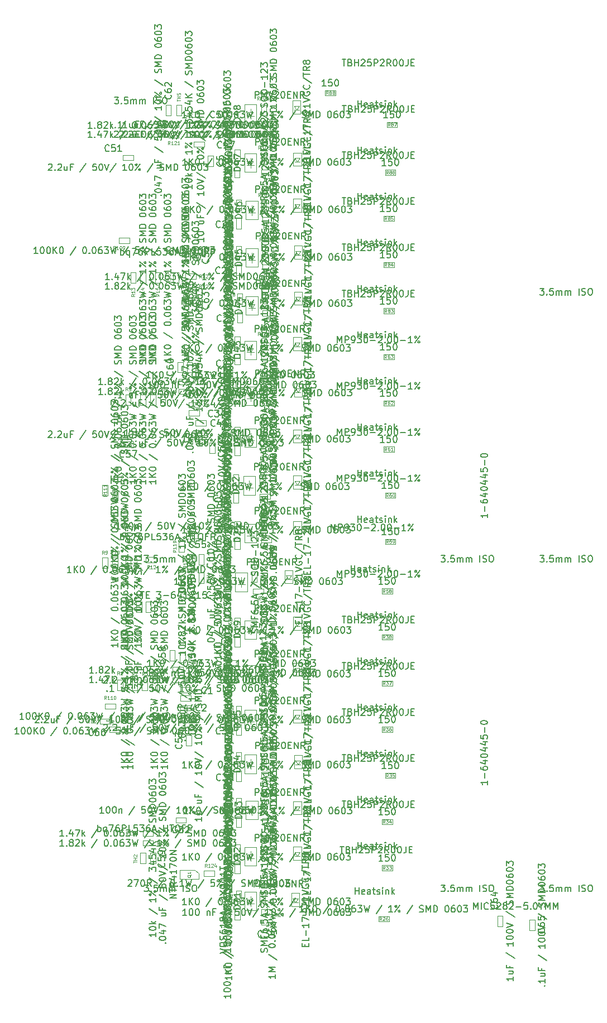
<source format=gbr>
G04 #@! TF.FileFunction,Other,Fab,Top*
%FSLAX46Y46*%
G04 Gerber Fmt 4.6, Leading zero omitted, Abs format (unit mm)*
G04 Created by KiCad (PCBNEW 4.0.6) date 07/17/17 17:26:30*
%MOMM*%
%LPD*%
G01*
G04 APERTURE LIST*
%ADD10C,0.100000*%
%ADD11C,0.120000*%
%ADD12C,0.150000*%
%ADD13C,0.075000*%
G04 APERTURE END LIST*
D10*
X63350000Y-49600000D02*
X62550000Y-49600000D01*
X63350000Y-48000000D02*
X63350000Y-49600000D01*
X62550000Y-48000000D02*
X63350000Y-48000000D01*
X62550000Y-49600000D02*
X62550000Y-48000000D01*
X64550000Y-91100000D02*
X64550000Y-91900000D01*
X62950000Y-91100000D02*
X64550000Y-91100000D01*
X62950000Y-91900000D02*
X62950000Y-91100000D01*
X64550000Y-91900000D02*
X62950000Y-91900000D01*
X71600000Y-69400000D02*
X72400000Y-69400000D01*
X71600000Y-71000000D02*
X71600000Y-69400000D01*
X72400000Y-71000000D02*
X71600000Y-71000000D01*
X72400000Y-69400000D02*
X72400000Y-71000000D01*
X71600000Y-146200000D02*
X72400000Y-146200000D01*
X71600000Y-147800000D02*
X71600000Y-146200000D01*
X72400000Y-147800000D02*
X71600000Y-147800000D01*
X72400000Y-146200000D02*
X72400000Y-147800000D01*
X71400000Y-54800000D02*
X72200000Y-54800000D01*
X71400000Y-56400000D02*
X71400000Y-54800000D01*
X72200000Y-56400000D02*
X71400000Y-56400000D01*
X72200000Y-54800000D02*
X72200000Y-56400000D01*
X64800000Y-136350000D02*
X64800000Y-137150000D01*
X63200000Y-136350000D02*
X64800000Y-136350000D01*
X63200000Y-137150000D02*
X63200000Y-136350000D01*
X64800000Y-137150000D02*
X63200000Y-137150000D01*
X63200000Y-139900000D02*
X63200000Y-139100000D01*
X64800000Y-139900000D02*
X63200000Y-139900000D01*
X64800000Y-139100000D02*
X64800000Y-139900000D01*
X63200000Y-139100000D02*
X64800000Y-139100000D01*
X67350000Y-55700000D02*
X68150000Y-55700000D01*
X67350000Y-57300000D02*
X67350000Y-55700000D01*
X68150000Y-57300000D02*
X67350000Y-57300000D01*
X68150000Y-55700000D02*
X68150000Y-57300000D01*
X70150000Y-133050000D02*
X70150000Y-132250000D01*
X71750000Y-133050000D02*
X70150000Y-133050000D01*
X71750000Y-132250000D02*
X71750000Y-133050000D01*
X70150000Y-132250000D02*
X71750000Y-132250000D01*
X71400000Y-128600000D02*
X72200000Y-128600000D01*
X71400000Y-130200000D02*
X71400000Y-128600000D01*
X72200000Y-130200000D02*
X71400000Y-130200000D01*
X72200000Y-128600000D02*
X72200000Y-130200000D01*
X70000000Y-121400000D02*
X70800000Y-121400000D01*
X70000000Y-123000000D02*
X70000000Y-121400000D01*
X70800000Y-123000000D02*
X70000000Y-123000000D01*
X70800000Y-121400000D02*
X70800000Y-123000000D01*
X71400000Y-113800000D02*
X72200000Y-113800000D01*
X71400000Y-115400000D02*
X71400000Y-113800000D01*
X72200000Y-115400000D02*
X71400000Y-115400000D01*
X72200000Y-113800000D02*
X72200000Y-115400000D01*
X71200000Y-106800000D02*
X72000000Y-106800000D01*
X71200000Y-108400000D02*
X71200000Y-106800000D01*
X72000000Y-108400000D02*
X71200000Y-108400000D01*
X72000000Y-106800000D02*
X72000000Y-108400000D01*
X71400000Y-99600000D02*
X72200000Y-99600000D01*
X71400000Y-101200000D02*
X71400000Y-99600000D01*
X72200000Y-101200000D02*
X71400000Y-101200000D01*
X72200000Y-99600000D02*
X72200000Y-101200000D01*
X70200000Y-89400000D02*
X70200000Y-88600000D01*
X71800000Y-89400000D02*
X70200000Y-89400000D01*
X71800000Y-88600000D02*
X71800000Y-89400000D01*
X70200000Y-88600000D02*
X71800000Y-88600000D01*
X71400000Y-85800000D02*
X72200000Y-85800000D01*
X71400000Y-87400000D02*
X71400000Y-85800000D01*
X72200000Y-87400000D02*
X71400000Y-87400000D01*
X72200000Y-85800000D02*
X72200000Y-87400000D01*
X71800000Y-79400000D02*
X72600000Y-79400000D01*
X71800000Y-81000000D02*
X71800000Y-79400000D01*
X72600000Y-81000000D02*
X71800000Y-81000000D01*
X72600000Y-79400000D02*
X72600000Y-81000000D01*
X71600000Y-72200000D02*
X72400000Y-72200000D01*
X71600000Y-73800000D02*
X71600000Y-72200000D01*
X72400000Y-73800000D02*
X71600000Y-73800000D01*
X72400000Y-72200000D02*
X72400000Y-73800000D01*
X71600000Y-65200000D02*
X72400000Y-65200000D01*
X71600000Y-66800000D02*
X71600000Y-65200000D01*
X72400000Y-66800000D02*
X71600000Y-66800000D01*
X72400000Y-65200000D02*
X72400000Y-66800000D01*
X71350000Y-57450000D02*
X72150000Y-57450000D01*
X71350000Y-59050000D02*
X71350000Y-57450000D01*
X72150000Y-59050000D02*
X71350000Y-59050000D01*
X72150000Y-57450000D02*
X72150000Y-59050000D01*
X64050000Y-156100000D02*
X64050000Y-156900000D01*
X62450000Y-156100000D02*
X64050000Y-156100000D01*
X62450000Y-156900000D02*
X62450000Y-156100000D01*
X64050000Y-156900000D02*
X62450000Y-156900000D01*
X77050000Y-171600000D02*
X77050000Y-172400000D01*
X75450000Y-171600000D02*
X77050000Y-171600000D01*
X75450000Y-172400000D02*
X75450000Y-171600000D01*
X77050000Y-172400000D02*
X75450000Y-172400000D01*
X71400000Y-170000000D02*
X72200000Y-170000000D01*
X71400000Y-171600000D02*
X71400000Y-170000000D01*
X72200000Y-171600000D02*
X71400000Y-171600000D01*
X72200000Y-170000000D02*
X72200000Y-171600000D01*
X71400000Y-163000000D02*
X72200000Y-163000000D01*
X71400000Y-164600000D02*
X71400000Y-163000000D01*
X72200000Y-164600000D02*
X71400000Y-164600000D01*
X72200000Y-163000000D02*
X72200000Y-164600000D01*
X71600000Y-156000000D02*
X72400000Y-156000000D01*
X71600000Y-157600000D02*
X71600000Y-156000000D01*
X72400000Y-157600000D02*
X71600000Y-157600000D01*
X72400000Y-156000000D02*
X72400000Y-157600000D01*
X71600000Y-149000000D02*
X72400000Y-149000000D01*
X71600000Y-150600000D02*
X71600000Y-149000000D01*
X72400000Y-150600000D02*
X71600000Y-150600000D01*
X72400000Y-149000000D02*
X72400000Y-150600000D01*
X71600000Y-142000000D02*
X72400000Y-142000000D01*
X71600000Y-143600000D02*
X71600000Y-142000000D01*
X72400000Y-143600000D02*
X71600000Y-143600000D01*
X72400000Y-142000000D02*
X72400000Y-143600000D01*
X54400000Y-136800000D02*
X53600000Y-136800000D01*
X54400000Y-135200000D02*
X54400000Y-136800000D01*
X53600000Y-135200000D02*
X54400000Y-135200000D01*
X53600000Y-136800000D02*
X53600000Y-135200000D01*
X55850000Y-135200000D02*
X56650000Y-135200000D01*
X55850000Y-136800000D02*
X55850000Y-135200000D01*
X56650000Y-136800000D02*
X55850000Y-136800000D01*
X56650000Y-135200000D02*
X56650000Y-136800000D01*
X58150000Y-136800000D02*
X57350000Y-136800000D01*
X58150000Y-135200000D02*
X58150000Y-136800000D01*
X57350000Y-135200000D02*
X58150000Y-135200000D01*
X57350000Y-136800000D02*
X57350000Y-135200000D01*
X59650000Y-136800000D02*
X58850000Y-136800000D01*
X59650000Y-135200000D02*
X59650000Y-136800000D01*
X58850000Y-135200000D02*
X59650000Y-135200000D01*
X58850000Y-136800000D02*
X58850000Y-135200000D01*
X54850000Y-91950000D02*
X55650000Y-91950000D01*
X54850000Y-93550000D02*
X54850000Y-91950000D01*
X55650000Y-93550000D02*
X54850000Y-93550000D01*
X55650000Y-91950000D02*
X55650000Y-93550000D01*
X57100000Y-91950000D02*
X57900000Y-91950000D01*
X57100000Y-93550000D02*
X57100000Y-91950000D01*
X57900000Y-93550000D02*
X57100000Y-93550000D01*
X57900000Y-91950000D02*
X57900000Y-93550000D01*
X58600000Y-91950000D02*
X59400000Y-91950000D01*
X58600000Y-93550000D02*
X58600000Y-91950000D01*
X59400000Y-93550000D02*
X58600000Y-93550000D01*
X59400000Y-91950000D02*
X59400000Y-93550000D01*
X60100000Y-91950000D02*
X60900000Y-91950000D01*
X60100000Y-93550000D02*
X60100000Y-91950000D01*
X60900000Y-93550000D02*
X60100000Y-93550000D01*
X60900000Y-91950000D02*
X60900000Y-93550000D01*
X52150000Y-118300000D02*
X51350000Y-118300000D01*
X52150000Y-116700000D02*
X52150000Y-118300000D01*
X51350000Y-116700000D02*
X52150000Y-116700000D01*
X51350000Y-118300000D02*
X51350000Y-116700000D01*
X53650000Y-118300000D02*
X52850000Y-118300000D01*
X53650000Y-116700000D02*
X53650000Y-118300000D01*
X52850000Y-116700000D02*
X53650000Y-116700000D01*
X52850000Y-118300000D02*
X52850000Y-116700000D01*
X55650000Y-118300000D02*
X54850000Y-118300000D01*
X55650000Y-116700000D02*
X55650000Y-118300000D01*
X54850000Y-116700000D02*
X55650000Y-116700000D01*
X54850000Y-118300000D02*
X54850000Y-116700000D01*
X57950000Y-117400000D02*
X57950000Y-116600000D01*
X59550000Y-117400000D02*
X57950000Y-117400000D01*
X59550000Y-116600000D02*
X59550000Y-117400000D01*
X57950000Y-116600000D02*
X59550000Y-116600000D01*
X56400000Y-75050000D02*
X55600000Y-75050000D01*
X56400000Y-73450000D02*
X56400000Y-75050000D01*
X55600000Y-73450000D02*
X56400000Y-73450000D01*
X55600000Y-75050000D02*
X55600000Y-73450000D01*
X57900000Y-75050000D02*
X57100000Y-75050000D01*
X57900000Y-73450000D02*
X57900000Y-75050000D01*
X57100000Y-73450000D02*
X57900000Y-73450000D01*
X57100000Y-75050000D02*
X57100000Y-73450000D01*
X60150000Y-75050000D02*
X59350000Y-75050000D01*
X60150000Y-73450000D02*
X60150000Y-75050000D01*
X59350000Y-73450000D02*
X60150000Y-73450000D01*
X59350000Y-75050000D02*
X59350000Y-73450000D01*
X62900000Y-75050000D02*
X62100000Y-75050000D01*
X62900000Y-73450000D02*
X62900000Y-75050000D01*
X62100000Y-73450000D02*
X62900000Y-73450000D01*
X62100000Y-75050000D02*
X62100000Y-73450000D01*
X76200000Y-127600000D02*
X75400000Y-127600000D01*
X76200000Y-126000000D02*
X76200000Y-127600000D01*
X75400000Y-126000000D02*
X76200000Y-126000000D01*
X75400000Y-127600000D02*
X75400000Y-126000000D01*
X74800000Y-120400000D02*
X74000000Y-120400000D01*
X74800000Y-118800000D02*
X74800000Y-120400000D01*
X74000000Y-118800000D02*
X74800000Y-118800000D01*
X74000000Y-120400000D02*
X74000000Y-118800000D01*
X76200000Y-112600000D02*
X75400000Y-112600000D01*
X76200000Y-111000000D02*
X76200000Y-112600000D01*
X75400000Y-111000000D02*
X76200000Y-111000000D01*
X75400000Y-112600000D02*
X75400000Y-111000000D01*
X77000000Y-170000000D02*
X77000000Y-170800000D01*
X75400000Y-170000000D02*
X77000000Y-170000000D01*
X75400000Y-170800000D02*
X75400000Y-170000000D01*
X77000000Y-170800000D02*
X75400000Y-170800000D01*
X77000000Y-163200000D02*
X77000000Y-164000000D01*
X75400000Y-163200000D02*
X77000000Y-163200000D01*
X75400000Y-164000000D02*
X75400000Y-163200000D01*
X77000000Y-164000000D02*
X75400000Y-164000000D01*
X77200000Y-156200000D02*
X77200000Y-157000000D01*
X75600000Y-156200000D02*
X77200000Y-156200000D01*
X75600000Y-157000000D02*
X75600000Y-156200000D01*
X77200000Y-157000000D02*
X75600000Y-157000000D01*
X77000000Y-149200000D02*
X77000000Y-150000000D01*
X75400000Y-149200000D02*
X77000000Y-149200000D01*
X75400000Y-150000000D02*
X75400000Y-149200000D01*
X77000000Y-150000000D02*
X75400000Y-150000000D01*
X77000000Y-142400000D02*
X77000000Y-143200000D01*
X75400000Y-142400000D02*
X77000000Y-142400000D01*
X75400000Y-143200000D02*
X75400000Y-142400000D01*
X77000000Y-143200000D02*
X75400000Y-143200000D01*
X77000000Y-135400000D02*
X77000000Y-136200000D01*
X75400000Y-135400000D02*
X77000000Y-135400000D01*
X75400000Y-136200000D02*
X75400000Y-135400000D01*
X77000000Y-136200000D02*
X75400000Y-136200000D01*
X94800000Y-171100000D02*
X94800000Y-171900000D01*
X93200000Y-171100000D02*
X94800000Y-171100000D01*
X93200000Y-171900000D02*
X93200000Y-171100000D01*
X94800000Y-171900000D02*
X93200000Y-171900000D01*
X71600000Y-167200000D02*
X72400000Y-167200000D01*
X71600000Y-168800000D02*
X71600000Y-167200000D01*
X72400000Y-168800000D02*
X71600000Y-168800000D01*
X72400000Y-167200000D02*
X72400000Y-168800000D01*
X71400000Y-160200000D02*
X72200000Y-160200000D01*
X71400000Y-161800000D02*
X71400000Y-160200000D01*
X72200000Y-161800000D02*
X71400000Y-161800000D01*
X72200000Y-160200000D02*
X72200000Y-161800000D01*
X71600000Y-153200000D02*
X72400000Y-153200000D01*
X71600000Y-154800000D02*
X71600000Y-153200000D01*
X72400000Y-154800000D02*
X71600000Y-154800000D01*
X72400000Y-153200000D02*
X72400000Y-154800000D01*
X71600000Y-139200000D02*
X72400000Y-139200000D01*
X71600000Y-140800000D02*
X71600000Y-139200000D01*
X72400000Y-140800000D02*
X71600000Y-140800000D01*
X72400000Y-139200000D02*
X72400000Y-140800000D01*
X76000000Y-105950000D02*
X75200000Y-105950000D01*
X76000000Y-104350000D02*
X76000000Y-105950000D01*
X75200000Y-104350000D02*
X76000000Y-104350000D01*
X75200000Y-105950000D02*
X75200000Y-104350000D01*
X95300000Y-163350000D02*
X95300000Y-164150000D01*
X93700000Y-163350000D02*
X95300000Y-163350000D01*
X93700000Y-164150000D02*
X93700000Y-163350000D01*
X95300000Y-164150000D02*
X93700000Y-164150000D01*
X95300000Y-156350000D02*
X95300000Y-157150000D01*
X93700000Y-156350000D02*
X95300000Y-156350000D01*
X93700000Y-157150000D02*
X93700000Y-156350000D01*
X95300000Y-157150000D02*
X93700000Y-157150000D01*
X95800000Y-149350000D02*
X95800000Y-150150000D01*
X94200000Y-149350000D02*
X95800000Y-149350000D01*
X94200000Y-150150000D02*
X94200000Y-149350000D01*
X95800000Y-150150000D02*
X94200000Y-150150000D01*
X95300000Y-142350000D02*
X95300000Y-143150000D01*
X93700000Y-142350000D02*
X95300000Y-142350000D01*
X93700000Y-143150000D02*
X93700000Y-142350000D01*
X95300000Y-143150000D02*
X93700000Y-143150000D01*
X95300000Y-135350000D02*
X95300000Y-136150000D01*
X93700000Y-135350000D02*
X95300000Y-135350000D01*
X93700000Y-136150000D02*
X93700000Y-135350000D01*
X95300000Y-136150000D02*
X93700000Y-136150000D01*
X95300000Y-128350000D02*
X95300000Y-129150000D01*
X93700000Y-128350000D02*
X95300000Y-128350000D01*
X93700000Y-129150000D02*
X93700000Y-128350000D01*
X95300000Y-129150000D02*
X93700000Y-129150000D01*
X77100000Y-128800000D02*
X77100000Y-129600000D01*
X75500000Y-128800000D02*
X77100000Y-128800000D01*
X75500000Y-129600000D02*
X75500000Y-128800000D01*
X77100000Y-129600000D02*
X75500000Y-129600000D01*
X75800000Y-121400000D02*
X75800000Y-122200000D01*
X74200000Y-121400000D02*
X75800000Y-121400000D01*
X74200000Y-122200000D02*
X74200000Y-121400000D01*
X75800000Y-122200000D02*
X74200000Y-122200000D01*
X77000000Y-113600000D02*
X77000000Y-114400000D01*
X75400000Y-113600000D02*
X77000000Y-113600000D01*
X75400000Y-114400000D02*
X75400000Y-113600000D01*
X77000000Y-114400000D02*
X75400000Y-114400000D01*
X76800000Y-107000000D02*
X76800000Y-107800000D01*
X75200000Y-107000000D02*
X76800000Y-107000000D01*
X75200000Y-107800000D02*
X75200000Y-107000000D01*
X76800000Y-107800000D02*
X75200000Y-107800000D01*
X76950000Y-99800000D02*
X76950000Y-100600000D01*
X75350000Y-99800000D02*
X76950000Y-99800000D01*
X75350000Y-100600000D02*
X75350000Y-99800000D01*
X76950000Y-100600000D02*
X75350000Y-100600000D01*
X77200000Y-92800000D02*
X77200000Y-93600000D01*
X75600000Y-92800000D02*
X77200000Y-92800000D01*
X75600000Y-93600000D02*
X75600000Y-92800000D01*
X77200000Y-93600000D02*
X75600000Y-93600000D01*
X71700000Y-133850000D02*
X71700000Y-134650000D01*
X70100000Y-133850000D02*
X71700000Y-133850000D01*
X70100000Y-134650000D02*
X70100000Y-133850000D01*
X71700000Y-134650000D02*
X70100000Y-134650000D01*
X71400000Y-125800000D02*
X72200000Y-125800000D01*
X71400000Y-127400000D02*
X71400000Y-125800000D01*
X72200000Y-127400000D02*
X71400000Y-127400000D01*
X72200000Y-125800000D02*
X72200000Y-127400000D01*
X70000000Y-118600000D02*
X70800000Y-118600000D01*
X70000000Y-120200000D02*
X70000000Y-118600000D01*
X70800000Y-120200000D02*
X70000000Y-120200000D01*
X70800000Y-118600000D02*
X70800000Y-120200000D01*
X71400000Y-111150000D02*
X72200000Y-111150000D01*
X71400000Y-112750000D02*
X71400000Y-111150000D01*
X72200000Y-112750000D02*
X71400000Y-112750000D01*
X72200000Y-111150000D02*
X72200000Y-112750000D01*
X71200000Y-104050000D02*
X72000000Y-104050000D01*
X71200000Y-105650000D02*
X71200000Y-104050000D01*
X72000000Y-105650000D02*
X71200000Y-105650000D01*
X72000000Y-104050000D02*
X72000000Y-105650000D01*
X71400000Y-96850000D02*
X72200000Y-96850000D01*
X71400000Y-98450000D02*
X71400000Y-96850000D01*
X72200000Y-98450000D02*
X71400000Y-98450000D01*
X72200000Y-96850000D02*
X72200000Y-98450000D01*
X76200000Y-98750000D02*
X75400000Y-98750000D01*
X76200000Y-97150000D02*
X76200000Y-98750000D01*
X75400000Y-97150000D02*
X76200000Y-97150000D01*
X75400000Y-98750000D02*
X75400000Y-97150000D01*
X95300000Y-121350000D02*
X95300000Y-122150000D01*
X93700000Y-121350000D02*
X95300000Y-121350000D01*
X93700000Y-122150000D02*
X93700000Y-121350000D01*
X95300000Y-122150000D02*
X93700000Y-122150000D01*
X95800000Y-113850000D02*
X95800000Y-114650000D01*
X94200000Y-113850000D02*
X95800000Y-113850000D01*
X94200000Y-114650000D02*
X94200000Y-113850000D01*
X95800000Y-114650000D02*
X94200000Y-114650000D01*
X95800000Y-106850000D02*
X95800000Y-107650000D01*
X94200000Y-106850000D02*
X95800000Y-106850000D01*
X94200000Y-107650000D02*
X94200000Y-106850000D01*
X95800000Y-107650000D02*
X94200000Y-107650000D01*
X95550000Y-99850000D02*
X95550000Y-100650000D01*
X93950000Y-99850000D02*
X95550000Y-99850000D01*
X93950000Y-100650000D02*
X93950000Y-99850000D01*
X95550000Y-100650000D02*
X93950000Y-100650000D01*
X95550000Y-92850000D02*
X95550000Y-93650000D01*
X93950000Y-92850000D02*
X95550000Y-92850000D01*
X93950000Y-93650000D02*
X93950000Y-92850000D01*
X95550000Y-93650000D02*
X93950000Y-93650000D01*
X95550000Y-85850000D02*
X95550000Y-86650000D01*
X93950000Y-85850000D02*
X95550000Y-85850000D01*
X93950000Y-86650000D02*
X93950000Y-85850000D01*
X95550000Y-86650000D02*
X93950000Y-86650000D01*
X77000000Y-86000000D02*
X77000000Y-86800000D01*
X75400000Y-86000000D02*
X77000000Y-86000000D01*
X75400000Y-86800000D02*
X75400000Y-86000000D01*
X77000000Y-86800000D02*
X75400000Y-86800000D01*
X77200000Y-79200000D02*
X77200000Y-80000000D01*
X75600000Y-79200000D02*
X77200000Y-79200000D01*
X75600000Y-80000000D02*
X75600000Y-79200000D01*
X77200000Y-80000000D02*
X75600000Y-80000000D01*
X77200000Y-72200000D02*
X77200000Y-73000000D01*
X75600000Y-72200000D02*
X77200000Y-72200000D01*
X75600000Y-73000000D02*
X75600000Y-72200000D01*
X77200000Y-73000000D02*
X75600000Y-73000000D01*
X77200000Y-65000000D02*
X77200000Y-65800000D01*
X75600000Y-65000000D02*
X77200000Y-65000000D01*
X75600000Y-65800000D02*
X75600000Y-65000000D01*
X77200000Y-65800000D02*
X75600000Y-65800000D01*
X77050000Y-57800000D02*
X77050000Y-58600000D01*
X75450000Y-57800000D02*
X77050000Y-57800000D01*
X75450000Y-58600000D02*
X75450000Y-57800000D01*
X77050000Y-58600000D02*
X75450000Y-58600000D01*
X77000000Y-50600000D02*
X77000000Y-51400000D01*
X75400000Y-50600000D02*
X77000000Y-50600000D01*
X75400000Y-51400000D02*
X75400000Y-50600000D01*
X77000000Y-51400000D02*
X75400000Y-51400000D01*
X71550000Y-90100000D02*
X71550000Y-90900000D01*
X69950000Y-90100000D02*
X71550000Y-90100000D01*
X69950000Y-90900000D02*
X69950000Y-90100000D01*
X71550000Y-90900000D02*
X69950000Y-90900000D01*
X71400000Y-83150000D02*
X72200000Y-83150000D01*
X71400000Y-84750000D02*
X71400000Y-83150000D01*
X72200000Y-84750000D02*
X71400000Y-84750000D01*
X72200000Y-83150000D02*
X72200000Y-84750000D01*
X71800000Y-76600000D02*
X72600000Y-76600000D01*
X71800000Y-78200000D02*
X71800000Y-76600000D01*
X72600000Y-78200000D02*
X71800000Y-78200000D01*
X72600000Y-76600000D02*
X72600000Y-78200000D01*
X71600000Y-62400000D02*
X72400000Y-62400000D01*
X71600000Y-64000000D02*
X71600000Y-62400000D01*
X72400000Y-64000000D02*
X71600000Y-64000000D01*
X72400000Y-62400000D02*
X72400000Y-64000000D01*
X76200000Y-92000000D02*
X75400000Y-92000000D01*
X76200000Y-90400000D02*
X76200000Y-92000000D01*
X75400000Y-90400000D02*
X76200000Y-90400000D01*
X75400000Y-92000000D02*
X75400000Y-90400000D01*
X95550000Y-78850000D02*
X95550000Y-79650000D01*
X93950000Y-78850000D02*
X95550000Y-78850000D01*
X93950000Y-79650000D02*
X93950000Y-78850000D01*
X95550000Y-79650000D02*
X93950000Y-79650000D01*
X95550000Y-71850000D02*
X95550000Y-72650000D01*
X93950000Y-71850000D02*
X95550000Y-71850000D01*
X93950000Y-72650000D02*
X93950000Y-71850000D01*
X95550000Y-72650000D02*
X93950000Y-72650000D01*
X95550000Y-64850000D02*
X95550000Y-65650000D01*
X93950000Y-64850000D02*
X95550000Y-64850000D01*
X93950000Y-65650000D02*
X93950000Y-64850000D01*
X95550000Y-65650000D02*
X93950000Y-65650000D01*
X95800000Y-57850000D02*
X95800000Y-58650000D01*
X94200000Y-57850000D02*
X95800000Y-57850000D01*
X94200000Y-58650000D02*
X94200000Y-57850000D01*
X95800000Y-58650000D02*
X94200000Y-58650000D01*
X96050000Y-50600000D02*
X96050000Y-51400000D01*
X94450000Y-50600000D02*
X96050000Y-50600000D01*
X94450000Y-51400000D02*
X94450000Y-50600000D01*
X96050000Y-51400000D02*
X94450000Y-51400000D01*
X86700000Y-45800000D02*
X86700000Y-46600000D01*
X85100000Y-45800000D02*
X86700000Y-45800000D01*
X85100000Y-46600000D02*
X85100000Y-45800000D01*
X86700000Y-46600000D02*
X85100000Y-46600000D01*
X76000000Y-169000000D02*
X75200000Y-169000000D01*
X76000000Y-167400000D02*
X76000000Y-169000000D01*
X75200000Y-167400000D02*
X76000000Y-167400000D01*
X75200000Y-169000000D02*
X75200000Y-167400000D01*
X66050000Y-94350000D02*
X66050000Y-95150000D01*
X64450000Y-94350000D02*
X66050000Y-94350000D01*
X64450000Y-95150000D02*
X64450000Y-94350000D01*
X66050000Y-95150000D02*
X64450000Y-95150000D01*
X66050000Y-93100000D02*
X66050000Y-93900000D01*
X64450000Y-93100000D02*
X66050000Y-93100000D01*
X64450000Y-93900000D02*
X64450000Y-93100000D01*
X66050000Y-93900000D02*
X64450000Y-93900000D01*
X76200000Y-162200000D02*
X75400000Y-162200000D01*
X76200000Y-160600000D02*
X76200000Y-162200000D01*
X75400000Y-160600000D02*
X76200000Y-160600000D01*
X75400000Y-162200000D02*
X75400000Y-160600000D01*
X76200000Y-155000000D02*
X75400000Y-155000000D01*
X76200000Y-153400000D02*
X76200000Y-155000000D01*
X75400000Y-153400000D02*
X76200000Y-153400000D01*
X75400000Y-155000000D02*
X75400000Y-153400000D01*
X76200000Y-148000000D02*
X75400000Y-148000000D01*
X76200000Y-146400000D02*
X76200000Y-148000000D01*
X75400000Y-146400000D02*
X76200000Y-146400000D01*
X75400000Y-148000000D02*
X75400000Y-146400000D01*
X76200000Y-141400000D02*
X75400000Y-141400000D01*
X76200000Y-139800000D02*
X76200000Y-141400000D01*
X75400000Y-139800000D02*
X76200000Y-139800000D01*
X75400000Y-141400000D02*
X75400000Y-139800000D01*
X76000000Y-134400000D02*
X75200000Y-134400000D01*
X76000000Y-132800000D02*
X76000000Y-134400000D01*
X75200000Y-132800000D02*
X76000000Y-132800000D01*
X75200000Y-134400000D02*
X75200000Y-132800000D01*
X76200000Y-85000000D02*
X75400000Y-85000000D01*
X76200000Y-83400000D02*
X76200000Y-85000000D01*
X75400000Y-83400000D02*
X76200000Y-83400000D01*
X75400000Y-85000000D02*
X75400000Y-83400000D01*
X76400000Y-78150000D02*
X75600000Y-78150000D01*
X76400000Y-76550000D02*
X76400000Y-78150000D01*
X75600000Y-76550000D02*
X76400000Y-76550000D01*
X75600000Y-78150000D02*
X75600000Y-76550000D01*
X76400000Y-71000000D02*
X75600000Y-71000000D01*
X76400000Y-69400000D02*
X76400000Y-71000000D01*
X75600000Y-69400000D02*
X76400000Y-69400000D01*
X75600000Y-71000000D02*
X75600000Y-69400000D01*
X76200000Y-64200000D02*
X75400000Y-64200000D01*
X76200000Y-62600000D02*
X76200000Y-64200000D01*
X75400000Y-62600000D02*
X76200000Y-62600000D01*
X75400000Y-64200000D02*
X75400000Y-62600000D01*
X76200000Y-57000000D02*
X75400000Y-57000000D01*
X76200000Y-55400000D02*
X76200000Y-57000000D01*
X75400000Y-55400000D02*
X76200000Y-55400000D01*
X75400000Y-57000000D02*
X75400000Y-55400000D01*
X76200000Y-49600000D02*
X75400000Y-49600000D01*
X76200000Y-48000000D02*
X76200000Y-49600000D01*
X75400000Y-48000000D02*
X76200000Y-48000000D01*
X75400000Y-49600000D02*
X75400000Y-48000000D01*
X63200000Y-141400000D02*
X63200000Y-140600000D01*
X64800000Y-141400000D02*
X63200000Y-141400000D01*
X64800000Y-140600000D02*
X64800000Y-141400000D01*
X63200000Y-140600000D02*
X64800000Y-140600000D01*
X64800000Y-137600000D02*
X64800000Y-138400000D01*
X63200000Y-137600000D02*
X64800000Y-137600000D01*
X63200000Y-138400000D02*
X63200000Y-137600000D01*
X64800000Y-138400000D02*
X63200000Y-138400000D01*
X65450000Y-98150000D02*
X65450000Y-97350000D01*
X67050000Y-98150000D02*
X65450000Y-98150000D01*
X67050000Y-97350000D02*
X67050000Y-98150000D01*
X65450000Y-97350000D02*
X67050000Y-97350000D01*
X65450000Y-96650000D02*
X65450000Y-95850000D01*
X67050000Y-96650000D02*
X65450000Y-96650000D01*
X67050000Y-95850000D02*
X67050000Y-96650000D01*
X65450000Y-95850000D02*
X67050000Y-95850000D01*
X66800000Y-53600000D02*
X66800000Y-54400000D01*
X65200000Y-53600000D02*
X66800000Y-53600000D01*
X65200000Y-54400000D02*
X65200000Y-53600000D01*
X66800000Y-54400000D02*
X65200000Y-54400000D01*
X64450000Y-51400000D02*
X64450000Y-50600000D01*
X66050000Y-51400000D02*
X64450000Y-51400000D01*
X66050000Y-50600000D02*
X66050000Y-51400000D01*
X64450000Y-50600000D02*
X66050000Y-50600000D01*
X66800000Y-52100000D02*
X66800000Y-52900000D01*
X65200000Y-52100000D02*
X66800000Y-52100000D01*
X65200000Y-52900000D02*
X65200000Y-52100000D01*
X66800000Y-52900000D02*
X65200000Y-52900000D01*
X64450000Y-49900000D02*
X64450000Y-49100000D01*
X66050000Y-49900000D02*
X64450000Y-49900000D01*
X66050000Y-49100000D02*
X66050000Y-49900000D01*
X64450000Y-49100000D02*
X66050000Y-49100000D01*
X54450000Y-56400000D02*
X54450000Y-55600000D01*
X56050000Y-56400000D02*
X54450000Y-56400000D01*
X56050000Y-55600000D02*
X56050000Y-56400000D01*
X54450000Y-55600000D02*
X56050000Y-55600000D01*
X65100000Y-69950000D02*
X65900000Y-69950000D01*
X65100000Y-71550000D02*
X65100000Y-69950000D01*
X65900000Y-71550000D02*
X65100000Y-71550000D01*
X65900000Y-69950000D02*
X65900000Y-71550000D01*
X50950000Y-141900000D02*
X50950000Y-141100000D01*
X52550000Y-141900000D02*
X50950000Y-141900000D01*
X52550000Y-141100000D02*
X52550000Y-141900000D01*
X50950000Y-141100000D02*
X52550000Y-141100000D01*
X53650000Y-108050000D02*
X52850000Y-108050000D01*
X53650000Y-106450000D02*
X53650000Y-108050000D01*
X52850000Y-106450000D02*
X53650000Y-106450000D01*
X52850000Y-108050000D02*
X52850000Y-106450000D01*
X53850000Y-69000000D02*
X53850000Y-68200000D01*
X55450000Y-69000000D02*
X53850000Y-69000000D01*
X55450000Y-68200000D02*
X55450000Y-69000000D01*
X53850000Y-68200000D02*
X55450000Y-68200000D01*
X64850000Y-145200000D02*
X64050000Y-145200000D01*
X64850000Y-143600000D02*
X64850000Y-145200000D01*
X64050000Y-143600000D02*
X64850000Y-143600000D01*
X64050000Y-145200000D02*
X64050000Y-143600000D01*
X68400000Y-100800000D02*
X67600000Y-100800000D01*
X68400000Y-99200000D02*
X68400000Y-100800000D01*
X67600000Y-99200000D02*
X68400000Y-99200000D01*
X67600000Y-100800000D02*
X67600000Y-99200000D01*
X66550000Y-113000000D02*
X66550000Y-113800000D01*
X64950000Y-113000000D02*
X66550000Y-113000000D01*
X64950000Y-113800000D02*
X64950000Y-113000000D01*
X66550000Y-113800000D02*
X64950000Y-113800000D01*
X54050000Y-142350000D02*
X54050000Y-143150000D01*
X52450000Y-142350000D02*
X54050000Y-142350000D01*
X52450000Y-143150000D02*
X52450000Y-142350000D01*
X54050000Y-143150000D02*
X52450000Y-143150000D01*
X56050000Y-99100000D02*
X56050000Y-99900000D01*
X54450000Y-99100000D02*
X56050000Y-99100000D01*
X54450000Y-99900000D02*
X54450000Y-99100000D01*
X56050000Y-99900000D02*
X54450000Y-99900000D01*
X51700000Y-139650000D02*
X51700000Y-138850000D01*
X53300000Y-139650000D02*
X51700000Y-139650000D01*
X53300000Y-138850000D02*
X53300000Y-139650000D01*
X51700000Y-138850000D02*
X53300000Y-138850000D01*
X52150000Y-107300000D02*
X51350000Y-107300000D01*
X52150000Y-105700000D02*
X52150000Y-107300000D01*
X51350000Y-105700000D02*
X52150000Y-105700000D01*
X51350000Y-107300000D02*
X51350000Y-105700000D01*
X62350000Y-132300000D02*
X61550000Y-132300000D01*
X62350000Y-130700000D02*
X62350000Y-132300000D01*
X61550000Y-130700000D02*
X62350000Y-130700000D01*
X61550000Y-132300000D02*
X61550000Y-130700000D01*
X59400000Y-163050000D02*
X58600000Y-163050000D01*
X59400000Y-161450000D02*
X59400000Y-163050000D01*
X58600000Y-161450000D02*
X59400000Y-161450000D01*
X58600000Y-163050000D02*
X58600000Y-161450000D01*
X63550000Y-88600000D02*
X62750000Y-88600000D01*
X63550000Y-87000000D02*
X63550000Y-88600000D01*
X62750000Y-87000000D02*
X63550000Y-87000000D01*
X62750000Y-88600000D02*
X62750000Y-87000000D01*
X66750000Y-117800000D02*
X65950000Y-117800000D01*
X66750000Y-116200000D02*
X66750000Y-117800000D01*
X65950000Y-116200000D02*
X66750000Y-116200000D01*
X65950000Y-117800000D02*
X65950000Y-116200000D01*
X60950000Y-48000000D02*
X61750000Y-48000000D01*
X60950000Y-49600000D02*
X60950000Y-48000000D01*
X61750000Y-49600000D02*
X60950000Y-49600000D01*
X61750000Y-48000000D02*
X61750000Y-49600000D01*
X65100000Y-76900000D02*
X65900000Y-76900000D01*
X65100000Y-78500000D02*
X65100000Y-76900000D01*
X65900000Y-78500000D02*
X65100000Y-78500000D01*
X65900000Y-76900000D02*
X65900000Y-78500000D01*
X61950000Y-134100000D02*
X61950000Y-133300000D01*
X63550000Y-134100000D02*
X61950000Y-134100000D01*
X63550000Y-133300000D02*
X63550000Y-134100000D01*
X61950000Y-133300000D02*
X63550000Y-133300000D01*
X63550000Y-134850000D02*
X63550000Y-135650000D01*
X61950000Y-134850000D02*
X63550000Y-134850000D01*
X61950000Y-135650000D02*
X61950000Y-134850000D01*
X63550000Y-135650000D02*
X61950000Y-135650000D01*
X59050000Y-159600000D02*
X59050000Y-160400000D01*
X57450000Y-159600000D02*
X59050000Y-159600000D01*
X57450000Y-160400000D02*
X57450000Y-159600000D01*
X59050000Y-160400000D02*
X57450000Y-160400000D01*
X57450000Y-158900000D02*
X57450000Y-158100000D01*
X59050000Y-158900000D02*
X57450000Y-158900000D01*
X59050000Y-158100000D02*
X59050000Y-158900000D01*
X57450000Y-158100000D02*
X59050000Y-158100000D01*
X62950000Y-90400000D02*
X62950000Y-89600000D01*
X64550000Y-90400000D02*
X62950000Y-90400000D01*
X64550000Y-89600000D02*
X64550000Y-90400000D01*
X62950000Y-89600000D02*
X64550000Y-89600000D01*
X64550000Y-116200000D02*
X65350000Y-116200000D01*
X64550000Y-117800000D02*
X64550000Y-116200000D01*
X65350000Y-117800000D02*
X64550000Y-117800000D01*
X65350000Y-116200000D02*
X65350000Y-117800000D01*
X63750000Y-115800000D02*
X62950000Y-115800000D01*
X63750000Y-114200000D02*
X63750000Y-115800000D01*
X62950000Y-114200000D02*
X63750000Y-114200000D01*
X62950000Y-115800000D02*
X62950000Y-114200000D01*
X61350000Y-51400000D02*
X61350000Y-50600000D01*
X62950000Y-51400000D02*
X61350000Y-51400000D01*
X62950000Y-50600000D02*
X62950000Y-51400000D01*
X61350000Y-50600000D02*
X62950000Y-50600000D01*
X62950000Y-52200000D02*
X62950000Y-53000000D01*
X61350000Y-52200000D02*
X62950000Y-52200000D01*
X61350000Y-53000000D02*
X61350000Y-52200000D01*
X62950000Y-53000000D02*
X61350000Y-53000000D01*
X65550000Y-75150000D02*
X65550000Y-75950000D01*
X63950000Y-75150000D02*
X65550000Y-75150000D01*
X63950000Y-75950000D02*
X63950000Y-75150000D01*
X65550000Y-75950000D02*
X63950000Y-75950000D01*
X63950000Y-74400000D02*
X63950000Y-73600000D01*
X65550000Y-74400000D02*
X63950000Y-74400000D01*
X65550000Y-73600000D02*
X65550000Y-74400000D01*
X63950000Y-73600000D02*
X65550000Y-73600000D01*
X63900000Y-132550000D02*
X63100000Y-132550000D01*
X63900000Y-130950000D02*
X63900000Y-132550000D01*
X63100000Y-130950000D02*
X63900000Y-130950000D01*
X63100000Y-132550000D02*
X63100000Y-130950000D01*
X57900000Y-163050000D02*
X57100000Y-163050000D01*
X57900000Y-161450000D02*
X57900000Y-163050000D01*
X57100000Y-161450000D02*
X57900000Y-161450000D01*
X57100000Y-163050000D02*
X57100000Y-161450000D01*
X64950000Y-88600000D02*
X64150000Y-88600000D01*
X64950000Y-87000000D02*
X64950000Y-88600000D01*
X64150000Y-87000000D02*
X64950000Y-87000000D01*
X64150000Y-88600000D02*
X64150000Y-87000000D01*
X65950000Y-119000000D02*
X66750000Y-119000000D01*
X65950000Y-120600000D02*
X65950000Y-119000000D01*
X66750000Y-120600000D02*
X65950000Y-120600000D01*
X66750000Y-119000000D02*
X66750000Y-120600000D01*
X64400000Y-78400000D02*
X63600000Y-78400000D01*
X64400000Y-76800000D02*
X64400000Y-78400000D01*
X63600000Y-76800000D02*
X64400000Y-76800000D01*
X63600000Y-78400000D02*
X63600000Y-76800000D01*
X112050000Y-172600000D02*
X111250000Y-172600000D01*
X112050000Y-171000000D02*
X112050000Y-172600000D01*
X111250000Y-171000000D02*
X112050000Y-171000000D01*
X111250000Y-172600000D02*
X111250000Y-171000000D01*
X116900000Y-173200000D02*
X116100000Y-173200000D01*
X116900000Y-171600000D02*
X116900000Y-173200000D01*
X116100000Y-171600000D02*
X116900000Y-171600000D01*
X116100000Y-173200000D02*
X116100000Y-171600000D01*
X66700000Y-165000000D02*
X66700000Y-164200000D01*
X68300000Y-165000000D02*
X66700000Y-165000000D01*
X68300000Y-164200000D02*
X68300000Y-165000000D01*
X66700000Y-164200000D02*
X68300000Y-164200000D01*
X57900000Y-123400000D02*
X58700000Y-123400000D01*
X57900000Y-125000000D02*
X57900000Y-123400000D01*
X58700000Y-125000000D02*
X57900000Y-125000000D01*
X58700000Y-123400000D02*
X58700000Y-125000000D01*
X56500000Y-123400000D02*
X57300000Y-123400000D01*
X56500000Y-125000000D02*
X56500000Y-123400000D01*
X57300000Y-125000000D02*
X56500000Y-125000000D01*
X57300000Y-123400000D02*
X57300000Y-125000000D01*
X80200000Y-169000000D02*
X81000000Y-169000000D01*
X80600000Y-169000000D02*
X80200000Y-168400000D01*
X81000000Y-168400000D02*
X80600000Y-169000000D01*
X80200000Y-168400000D02*
X81000000Y-168400000D01*
X81200000Y-167600000D02*
X81200000Y-169600000D01*
X80000000Y-167600000D02*
X81200000Y-167600000D01*
X80000000Y-169600000D02*
X80000000Y-167600000D01*
X81200000Y-169600000D02*
X80000000Y-169600000D01*
X80500000Y-161950000D02*
X81300000Y-161950000D01*
X80900000Y-161950000D02*
X80500000Y-161350000D01*
X81300000Y-161350000D02*
X80900000Y-161950000D01*
X80500000Y-161350000D02*
X81300000Y-161350000D01*
X81500000Y-160550000D02*
X81500000Y-162550000D01*
X80300000Y-160550000D02*
X81500000Y-160550000D01*
X80300000Y-162550000D02*
X80300000Y-160550000D01*
X81500000Y-162550000D02*
X80300000Y-162550000D01*
X80500000Y-155050000D02*
X81300000Y-155050000D01*
X80900000Y-155050000D02*
X80500000Y-154450000D01*
X81300000Y-154450000D02*
X80900000Y-155050000D01*
X80500000Y-154450000D02*
X81300000Y-154450000D01*
X81500000Y-153650000D02*
X81500000Y-155650000D01*
X80300000Y-153650000D02*
X81500000Y-153650000D01*
X80300000Y-155650000D02*
X80300000Y-153650000D01*
X81500000Y-155650000D02*
X80300000Y-155650000D01*
X80600000Y-148050000D02*
X81400000Y-148050000D01*
X81000000Y-148050000D02*
X80600000Y-147450000D01*
X81400000Y-147450000D02*
X81000000Y-148050000D01*
X80600000Y-147450000D02*
X81400000Y-147450000D01*
X81600000Y-146650000D02*
X81600000Y-148650000D01*
X80400000Y-146650000D02*
X81600000Y-146650000D01*
X80400000Y-148650000D02*
X80400000Y-146650000D01*
X81600000Y-148650000D02*
X80400000Y-148650000D01*
X80500000Y-141150000D02*
X81300000Y-141150000D01*
X80900000Y-141150000D02*
X80500000Y-140550000D01*
X81300000Y-140550000D02*
X80900000Y-141150000D01*
X80500000Y-140550000D02*
X81300000Y-140550000D01*
X81500000Y-139750000D02*
X81500000Y-141750000D01*
X80300000Y-139750000D02*
X81500000Y-139750000D01*
X80300000Y-141750000D02*
X80300000Y-139750000D01*
X81500000Y-141750000D02*
X80300000Y-141750000D01*
X80500000Y-134050000D02*
X81300000Y-134050000D01*
X80900000Y-134050000D02*
X80500000Y-133450000D01*
X81300000Y-133450000D02*
X80900000Y-134050000D01*
X80500000Y-133450000D02*
X81300000Y-133450000D01*
X81500000Y-132650000D02*
X81500000Y-134650000D01*
X80300000Y-132650000D02*
X81500000Y-132650000D01*
X80300000Y-134650000D02*
X80300000Y-132650000D01*
X81500000Y-134650000D02*
X80300000Y-134650000D01*
X80500000Y-127050000D02*
X81300000Y-127050000D01*
X80900000Y-127050000D02*
X80500000Y-126450000D01*
X81300000Y-126450000D02*
X80900000Y-127050000D01*
X80500000Y-126450000D02*
X81300000Y-126450000D01*
X81500000Y-125650000D02*
X81500000Y-127650000D01*
X80300000Y-125650000D02*
X81500000Y-125650000D01*
X80300000Y-127650000D02*
X80300000Y-125650000D01*
X81500000Y-127650000D02*
X80300000Y-127650000D01*
X79200000Y-120000000D02*
X80000000Y-120000000D01*
X79600000Y-120000000D02*
X79200000Y-119400000D01*
X80000000Y-119400000D02*
X79600000Y-120000000D01*
X79200000Y-119400000D02*
X80000000Y-119400000D01*
X80200000Y-118600000D02*
X80200000Y-120600000D01*
X79000000Y-118600000D02*
X80200000Y-118600000D01*
X79000000Y-120600000D02*
X79000000Y-118600000D01*
X80200000Y-120600000D02*
X79000000Y-120600000D01*
X80500000Y-112550000D02*
X81300000Y-112550000D01*
X80900000Y-112550000D02*
X80500000Y-111950000D01*
X81300000Y-111950000D02*
X80900000Y-112550000D01*
X80500000Y-111950000D02*
X81300000Y-111950000D01*
X81500000Y-111150000D02*
X81500000Y-113150000D01*
X80300000Y-111150000D02*
X81500000Y-111150000D01*
X80300000Y-113150000D02*
X80300000Y-111150000D01*
X81500000Y-113150000D02*
X80300000Y-113150000D01*
X80500000Y-105650000D02*
X81300000Y-105650000D01*
X80900000Y-105650000D02*
X80500000Y-105050000D01*
X81300000Y-105050000D02*
X80900000Y-105650000D01*
X80500000Y-105050000D02*
X81300000Y-105050000D01*
X81500000Y-104250000D02*
X81500000Y-106250000D01*
X80300000Y-104250000D02*
X81500000Y-104250000D01*
X80300000Y-106250000D02*
X80300000Y-104250000D01*
X81500000Y-106250000D02*
X80300000Y-106250000D01*
X80500000Y-98650000D02*
X81300000Y-98650000D01*
X80900000Y-98650000D02*
X80500000Y-98050000D01*
X81300000Y-98050000D02*
X80900000Y-98650000D01*
X80500000Y-98050000D02*
X81300000Y-98050000D01*
X81500000Y-97250000D02*
X81500000Y-99250000D01*
X80300000Y-97250000D02*
X81500000Y-97250000D01*
X80300000Y-99250000D02*
X80300000Y-97250000D01*
X81500000Y-99250000D02*
X80300000Y-99250000D01*
X80600000Y-91650000D02*
X81400000Y-91650000D01*
X81000000Y-91650000D02*
X80600000Y-91050000D01*
X81400000Y-91050000D02*
X81000000Y-91650000D01*
X80600000Y-91050000D02*
X81400000Y-91050000D01*
X81600000Y-90250000D02*
X81600000Y-92250000D01*
X80400000Y-90250000D02*
X81600000Y-90250000D01*
X80400000Y-92250000D02*
X80400000Y-90250000D01*
X81600000Y-92250000D02*
X80400000Y-92250000D01*
X80500000Y-84650000D02*
X81300000Y-84650000D01*
X80900000Y-84650000D02*
X80500000Y-84050000D01*
X81300000Y-84050000D02*
X80900000Y-84650000D01*
X80500000Y-84050000D02*
X81300000Y-84050000D01*
X81500000Y-83250000D02*
X81500000Y-85250000D01*
X80300000Y-83250000D02*
X81500000Y-83250000D01*
X80300000Y-85250000D02*
X80300000Y-83250000D01*
X81500000Y-85250000D02*
X80300000Y-85250000D01*
X80600000Y-77750000D02*
X81400000Y-77750000D01*
X81000000Y-77750000D02*
X80600000Y-77150000D01*
X81400000Y-77150000D02*
X81000000Y-77750000D01*
X80600000Y-77150000D02*
X81400000Y-77150000D01*
X81600000Y-76350000D02*
X81600000Y-78350000D01*
X80400000Y-76350000D02*
X81600000Y-76350000D01*
X80400000Y-78350000D02*
X80400000Y-76350000D01*
X81600000Y-78350000D02*
X80400000Y-78350000D01*
X80600000Y-70750000D02*
X81400000Y-70750000D01*
X81000000Y-70750000D02*
X80600000Y-70150000D01*
X81400000Y-70150000D02*
X81000000Y-70750000D01*
X80600000Y-70150000D02*
X81400000Y-70150000D01*
X81600000Y-69350000D02*
X81600000Y-71350000D01*
X80400000Y-69350000D02*
X81600000Y-69350000D01*
X80400000Y-71350000D02*
X80400000Y-69350000D01*
X81600000Y-71350000D02*
X80400000Y-71350000D01*
X80500000Y-63650000D02*
X81300000Y-63650000D01*
X80900000Y-63650000D02*
X80500000Y-63050000D01*
X81300000Y-63050000D02*
X80900000Y-63650000D01*
X80500000Y-63050000D02*
X81300000Y-63050000D01*
X81500000Y-62250000D02*
X81500000Y-64250000D01*
X80300000Y-62250000D02*
X81500000Y-62250000D01*
X80300000Y-64250000D02*
X80300000Y-62250000D01*
X81500000Y-64250000D02*
X80300000Y-64250000D01*
X80500000Y-56650000D02*
X81300000Y-56650000D01*
X80900000Y-56650000D02*
X80500000Y-56050000D01*
X81300000Y-56050000D02*
X80900000Y-56650000D01*
X80500000Y-56050000D02*
X81300000Y-56050000D01*
X81500000Y-55250000D02*
X81500000Y-57250000D01*
X80300000Y-55250000D02*
X81500000Y-55250000D01*
X80300000Y-57250000D02*
X80300000Y-55250000D01*
X81500000Y-57250000D02*
X80300000Y-57250000D01*
X80400000Y-48750000D02*
X81200000Y-48750000D01*
X80800000Y-48750000D02*
X80400000Y-48150000D01*
X81200000Y-48150000D02*
X80800000Y-48750000D01*
X80400000Y-48150000D02*
X81200000Y-48150000D01*
X81400000Y-47350000D02*
X81400000Y-49350000D01*
X80200000Y-47350000D02*
X81400000Y-47350000D01*
X80200000Y-49350000D02*
X80200000Y-47350000D01*
X81400000Y-49350000D02*
X80200000Y-49350000D01*
X73800000Y-127350000D02*
X73800000Y-126850000D01*
X74200000Y-127350000D02*
X73800000Y-127950000D01*
X73400000Y-127350000D02*
X74200000Y-127350000D01*
X73800000Y-127950000D02*
X73400000Y-127350000D01*
X73800000Y-127950000D02*
X74350000Y-127950000D01*
X73800000Y-127950000D02*
X73250000Y-127950000D01*
X73800000Y-128350000D02*
X73800000Y-127950000D01*
X74700000Y-129000000D02*
X72900000Y-129000000D01*
X74700000Y-126200000D02*
X74700000Y-129000000D01*
X72900000Y-126200000D02*
X74700000Y-126200000D01*
X72900000Y-129000000D02*
X72900000Y-126200000D01*
X72400000Y-120150000D02*
X72400000Y-119650000D01*
X72800000Y-120150000D02*
X72400000Y-120750000D01*
X72000000Y-120150000D02*
X72800000Y-120150000D01*
X72400000Y-120750000D02*
X72000000Y-120150000D01*
X72400000Y-120750000D02*
X72950000Y-120750000D01*
X72400000Y-120750000D02*
X71850000Y-120750000D01*
X72400000Y-121150000D02*
X72400000Y-120750000D01*
X73300000Y-121800000D02*
X71500000Y-121800000D01*
X73300000Y-119000000D02*
X73300000Y-121800000D01*
X71500000Y-119000000D02*
X73300000Y-119000000D01*
X71500000Y-121800000D02*
X71500000Y-119000000D01*
X73800000Y-112750000D02*
X73800000Y-112250000D01*
X74200000Y-112750000D02*
X73800000Y-113350000D01*
X73400000Y-112750000D02*
X74200000Y-112750000D01*
X73800000Y-113350000D02*
X73400000Y-112750000D01*
X73800000Y-113350000D02*
X74350000Y-113350000D01*
X73800000Y-113350000D02*
X73250000Y-113350000D01*
X73800000Y-113750000D02*
X73800000Y-113350000D01*
X74700000Y-114400000D02*
X72900000Y-114400000D01*
X74700000Y-111600000D02*
X74700000Y-114400000D01*
X72900000Y-111600000D02*
X74700000Y-111600000D01*
X72900000Y-114400000D02*
X72900000Y-111600000D01*
X73600000Y-105500000D02*
X73600000Y-105000000D01*
X74000000Y-105500000D02*
X73600000Y-106100000D01*
X73200000Y-105500000D02*
X74000000Y-105500000D01*
X73600000Y-106100000D02*
X73200000Y-105500000D01*
X73600000Y-106100000D02*
X74150000Y-106100000D01*
X73600000Y-106100000D02*
X73050000Y-106100000D01*
X73600000Y-106500000D02*
X73600000Y-106100000D01*
X74500000Y-107150000D02*
X72700000Y-107150000D01*
X74500000Y-104350000D02*
X74500000Y-107150000D01*
X72700000Y-104350000D02*
X74500000Y-104350000D01*
X72700000Y-107150000D02*
X72700000Y-104350000D01*
X73800000Y-98300000D02*
X73800000Y-97800000D01*
X74200000Y-98300000D02*
X73800000Y-98900000D01*
X73400000Y-98300000D02*
X74200000Y-98300000D01*
X73800000Y-98900000D02*
X73400000Y-98300000D01*
X73800000Y-98900000D02*
X74350000Y-98900000D01*
X73800000Y-98900000D02*
X73250000Y-98900000D01*
X73800000Y-99300000D02*
X73800000Y-98900000D01*
X74700000Y-99950000D02*
X72900000Y-99950000D01*
X74700000Y-97150000D02*
X74700000Y-99950000D01*
X72900000Y-97150000D02*
X74700000Y-97150000D01*
X72900000Y-99950000D02*
X72900000Y-97150000D01*
X73800000Y-91950000D02*
X73800000Y-91450000D01*
X74200000Y-91950000D02*
X73800000Y-92550000D01*
X73400000Y-91950000D02*
X74200000Y-91950000D01*
X73800000Y-92550000D02*
X73400000Y-91950000D01*
X73800000Y-92550000D02*
X74350000Y-92550000D01*
X73800000Y-92550000D02*
X73250000Y-92550000D01*
X73800000Y-92950000D02*
X73800000Y-92550000D01*
X74700000Y-93600000D02*
X72900000Y-93600000D01*
X74700000Y-90800000D02*
X74700000Y-93600000D01*
X72900000Y-90800000D02*
X74700000Y-90800000D01*
X72900000Y-93600000D02*
X72900000Y-90800000D01*
X73800000Y-168550000D02*
X73800000Y-168050000D01*
X74200000Y-168550000D02*
X73800000Y-169150000D01*
X73400000Y-168550000D02*
X74200000Y-168550000D01*
X73800000Y-169150000D02*
X73400000Y-168550000D01*
X73800000Y-169150000D02*
X74350000Y-169150000D01*
X73800000Y-169150000D02*
X73250000Y-169150000D01*
X73800000Y-169550000D02*
X73800000Y-169150000D01*
X74700000Y-170200000D02*
X72900000Y-170200000D01*
X74700000Y-167400000D02*
X74700000Y-170200000D01*
X72900000Y-167400000D02*
X74700000Y-167400000D01*
X72900000Y-170200000D02*
X72900000Y-167400000D01*
X73800000Y-161750000D02*
X73800000Y-161250000D01*
X74200000Y-161750000D02*
X73800000Y-162350000D01*
X73400000Y-161750000D02*
X74200000Y-161750000D01*
X73800000Y-162350000D02*
X73400000Y-161750000D01*
X73800000Y-162350000D02*
X74350000Y-162350000D01*
X73800000Y-162350000D02*
X73250000Y-162350000D01*
X73800000Y-162750000D02*
X73800000Y-162350000D01*
X74700000Y-163400000D02*
X72900000Y-163400000D01*
X74700000Y-160600000D02*
X74700000Y-163400000D01*
X72900000Y-160600000D02*
X74700000Y-160600000D01*
X72900000Y-163400000D02*
X72900000Y-160600000D01*
X74000000Y-154750000D02*
X74000000Y-154250000D01*
X74400000Y-154750000D02*
X74000000Y-155350000D01*
X73600000Y-154750000D02*
X74400000Y-154750000D01*
X74000000Y-155350000D02*
X73600000Y-154750000D01*
X74000000Y-155350000D02*
X74550000Y-155350000D01*
X74000000Y-155350000D02*
X73450000Y-155350000D01*
X74000000Y-155750000D02*
X74000000Y-155350000D01*
X74900000Y-156400000D02*
X73100000Y-156400000D01*
X74900000Y-153600000D02*
X74900000Y-156400000D01*
X73100000Y-153600000D02*
X74900000Y-153600000D01*
X73100000Y-156400000D02*
X73100000Y-153600000D01*
X73800000Y-147750000D02*
X73800000Y-147250000D01*
X74200000Y-147750000D02*
X73800000Y-148350000D01*
X73400000Y-147750000D02*
X74200000Y-147750000D01*
X73800000Y-148350000D02*
X73400000Y-147750000D01*
X73800000Y-148350000D02*
X74350000Y-148350000D01*
X73800000Y-148350000D02*
X73250000Y-148350000D01*
X73800000Y-148750000D02*
X73800000Y-148350000D01*
X74700000Y-149400000D02*
X72900000Y-149400000D01*
X74700000Y-146600000D02*
X74700000Y-149400000D01*
X72900000Y-146600000D02*
X74700000Y-146600000D01*
X72900000Y-149400000D02*
X72900000Y-146600000D01*
X73800000Y-140950000D02*
X73800000Y-140450000D01*
X74200000Y-140950000D02*
X73800000Y-141550000D01*
X73400000Y-140950000D02*
X74200000Y-140950000D01*
X73800000Y-141550000D02*
X73400000Y-140950000D01*
X73800000Y-141550000D02*
X74350000Y-141550000D01*
X73800000Y-141550000D02*
X73250000Y-141550000D01*
X73800000Y-141950000D02*
X73800000Y-141550000D01*
X74700000Y-142600000D02*
X72900000Y-142600000D01*
X74700000Y-139800000D02*
X74700000Y-142600000D01*
X72900000Y-139800000D02*
X74700000Y-139800000D01*
X72900000Y-142600000D02*
X72900000Y-139800000D01*
X73600000Y-134150000D02*
X73600000Y-133650000D01*
X74000000Y-134150000D02*
X73600000Y-134750000D01*
X73200000Y-134150000D02*
X74000000Y-134150000D01*
X73600000Y-134750000D02*
X73200000Y-134150000D01*
X73600000Y-134750000D02*
X74150000Y-134750000D01*
X73600000Y-134750000D02*
X73050000Y-134750000D01*
X73600000Y-135150000D02*
X73600000Y-134750000D01*
X74500000Y-135800000D02*
X72700000Y-135800000D01*
X74500000Y-133000000D02*
X74500000Y-135800000D01*
X72700000Y-133000000D02*
X74500000Y-133000000D01*
X72700000Y-135800000D02*
X72700000Y-133000000D01*
X73800000Y-84950000D02*
X73800000Y-84450000D01*
X74200000Y-84950000D02*
X73800000Y-85550000D01*
X73400000Y-84950000D02*
X74200000Y-84950000D01*
X73800000Y-85550000D02*
X73400000Y-84950000D01*
X73800000Y-85550000D02*
X74350000Y-85550000D01*
X73800000Y-85550000D02*
X73250000Y-85550000D01*
X73800000Y-85950000D02*
X73800000Y-85550000D01*
X74700000Y-86600000D02*
X72900000Y-86600000D01*
X74700000Y-83800000D02*
X74700000Y-86600000D01*
X72900000Y-83800000D02*
X74700000Y-83800000D01*
X72900000Y-86600000D02*
X72900000Y-83800000D01*
X74000000Y-78200000D02*
X74000000Y-77700000D01*
X74400000Y-78200000D02*
X74000000Y-78800000D01*
X73600000Y-78200000D02*
X74400000Y-78200000D01*
X74000000Y-78800000D02*
X73600000Y-78200000D01*
X74000000Y-78800000D02*
X74550000Y-78800000D01*
X74000000Y-78800000D02*
X73450000Y-78800000D01*
X74000000Y-79200000D02*
X74000000Y-78800000D01*
X74900000Y-79850000D02*
X73100000Y-79850000D01*
X74900000Y-77050000D02*
X74900000Y-79850000D01*
X73100000Y-77050000D02*
X74900000Y-77050000D01*
X73100000Y-79850000D02*
X73100000Y-77050000D01*
X74000000Y-70950000D02*
X74000000Y-70450000D01*
X74400000Y-70950000D02*
X74000000Y-71550000D01*
X73600000Y-70950000D02*
X74400000Y-70950000D01*
X74000000Y-71550000D02*
X73600000Y-70950000D01*
X74000000Y-71550000D02*
X74550000Y-71550000D01*
X74000000Y-71550000D02*
X73450000Y-71550000D01*
X74000000Y-71950000D02*
X74000000Y-71550000D01*
X74900000Y-72600000D02*
X73100000Y-72600000D01*
X74900000Y-69800000D02*
X74900000Y-72600000D01*
X73100000Y-69800000D02*
X74900000Y-69800000D01*
X73100000Y-72600000D02*
X73100000Y-69800000D01*
X74000000Y-63750000D02*
X74000000Y-63250000D01*
X74400000Y-63750000D02*
X74000000Y-64350000D01*
X73600000Y-63750000D02*
X74400000Y-63750000D01*
X74000000Y-64350000D02*
X73600000Y-63750000D01*
X74000000Y-64350000D02*
X74550000Y-64350000D01*
X74000000Y-64350000D02*
X73450000Y-64350000D01*
X74000000Y-64750000D02*
X74000000Y-64350000D01*
X74900000Y-65400000D02*
X73100000Y-65400000D01*
X74900000Y-62600000D02*
X74900000Y-65400000D01*
X73100000Y-62600000D02*
X74900000Y-62600000D01*
X73100000Y-65400000D02*
X73100000Y-62600000D01*
X73800000Y-56550000D02*
X73800000Y-56050000D01*
X74200000Y-56550000D02*
X73800000Y-57150000D01*
X73400000Y-56550000D02*
X74200000Y-56550000D01*
X73800000Y-57150000D02*
X73400000Y-56550000D01*
X73800000Y-57150000D02*
X74350000Y-57150000D01*
X73800000Y-57150000D02*
X73250000Y-57150000D01*
X73800000Y-57550000D02*
X73800000Y-57150000D01*
X74700000Y-58200000D02*
X72900000Y-58200000D01*
X74700000Y-55400000D02*
X74700000Y-58200000D01*
X72900000Y-55400000D02*
X74700000Y-55400000D01*
X72900000Y-58200000D02*
X72900000Y-55400000D01*
X73800000Y-49100000D02*
X73800000Y-48600000D01*
X74200000Y-49100000D02*
X73800000Y-49700000D01*
X73400000Y-49100000D02*
X74200000Y-49100000D01*
X73800000Y-49700000D02*
X73400000Y-49100000D01*
X73800000Y-49700000D02*
X74350000Y-49700000D01*
X73800000Y-49700000D02*
X73250000Y-49700000D01*
X73800000Y-50100000D02*
X73800000Y-49700000D01*
X74700000Y-50750000D02*
X72900000Y-50750000D01*
X74700000Y-47950000D02*
X74700000Y-50750000D01*
X72900000Y-47950000D02*
X74700000Y-47950000D01*
X72900000Y-50750000D02*
X72900000Y-47950000D01*
D11*
X65950000Y-165450000D02*
X63050000Y-165450000D01*
X63050000Y-165450000D02*
X63050000Y-164050000D01*
X63050000Y-164050000D02*
X65400000Y-164050000D01*
X65400000Y-164050000D02*
X65950000Y-164600000D01*
X65950000Y-164600000D02*
X65950000Y-165450000D01*
D12*
X50630952Y-158252381D02*
X50630952Y-157252381D01*
X50630952Y-157633333D02*
X50726190Y-157585714D01*
X50916667Y-157585714D01*
X51011905Y-157633333D01*
X51059524Y-157680952D01*
X51107143Y-157776190D01*
X51107143Y-158061905D01*
X51059524Y-158157143D01*
X51011905Y-158204762D01*
X50916667Y-158252381D01*
X50726190Y-158252381D01*
X50630952Y-158204762D01*
X51964286Y-157585714D02*
X51964286Y-158585714D01*
X51964286Y-158204762D02*
X51869048Y-158252381D01*
X51678571Y-158252381D01*
X51583333Y-158204762D01*
X51535714Y-158157143D01*
X51488095Y-158061905D01*
X51488095Y-157776190D01*
X51535714Y-157680952D01*
X51583333Y-157633333D01*
X51678571Y-157585714D01*
X51869048Y-157585714D01*
X51964286Y-157633333D01*
X52345238Y-157252381D02*
X53011905Y-157252381D01*
X52583333Y-158252381D01*
X53821429Y-157252381D02*
X53630952Y-157252381D01*
X53535714Y-157300000D01*
X53488095Y-157347619D01*
X53392857Y-157490476D01*
X53345238Y-157680952D01*
X53345238Y-158061905D01*
X53392857Y-158157143D01*
X53440476Y-158204762D01*
X53535714Y-158252381D01*
X53726191Y-158252381D01*
X53821429Y-158204762D01*
X53869048Y-158157143D01*
X53916667Y-158061905D01*
X53916667Y-157823810D01*
X53869048Y-157728571D01*
X53821429Y-157680952D01*
X53726191Y-157633333D01*
X53535714Y-157633333D01*
X53440476Y-157680952D01*
X53392857Y-157728571D01*
X53345238Y-157823810D01*
X54345238Y-158252381D02*
X54345238Y-157252381D01*
X54726191Y-157252381D01*
X54821429Y-157300000D01*
X54869048Y-157347619D01*
X54916667Y-157442857D01*
X54916667Y-157585714D01*
X54869048Y-157680952D01*
X54821429Y-157728571D01*
X54726191Y-157776190D01*
X54345238Y-157776190D01*
X55821429Y-158252381D02*
X55345238Y-158252381D01*
X55345238Y-157252381D01*
X56630953Y-157252381D02*
X56154762Y-157252381D01*
X56107143Y-157728571D01*
X56154762Y-157680952D01*
X56250000Y-157633333D01*
X56488096Y-157633333D01*
X56583334Y-157680952D01*
X56630953Y-157728571D01*
X56678572Y-157823810D01*
X56678572Y-158061905D01*
X56630953Y-158157143D01*
X56583334Y-158204762D01*
X56488096Y-158252381D01*
X56250000Y-158252381D01*
X56154762Y-158204762D01*
X56107143Y-158157143D01*
X57011905Y-157252381D02*
X57630953Y-157252381D01*
X57297619Y-157633333D01*
X57440477Y-157633333D01*
X57535715Y-157680952D01*
X57583334Y-157728571D01*
X57630953Y-157823810D01*
X57630953Y-158061905D01*
X57583334Y-158157143D01*
X57535715Y-158204762D01*
X57440477Y-158252381D01*
X57154762Y-158252381D01*
X57059524Y-158204762D01*
X57011905Y-158157143D01*
X58488096Y-157252381D02*
X58297619Y-157252381D01*
X58202381Y-157300000D01*
X58154762Y-157347619D01*
X58059524Y-157490476D01*
X58011905Y-157680952D01*
X58011905Y-158061905D01*
X58059524Y-158157143D01*
X58107143Y-158204762D01*
X58202381Y-158252381D01*
X58392858Y-158252381D01*
X58488096Y-158204762D01*
X58535715Y-158157143D01*
X58583334Y-158061905D01*
X58583334Y-157823810D01*
X58535715Y-157728571D01*
X58488096Y-157680952D01*
X58392858Y-157633333D01*
X58202381Y-157633333D01*
X58107143Y-157680952D01*
X58059524Y-157728571D01*
X58011905Y-157823810D01*
X58964286Y-157966667D02*
X59440477Y-157966667D01*
X58869048Y-158252381D02*
X59202381Y-157252381D01*
X59535715Y-158252381D01*
X59630953Y-158347619D02*
X60392858Y-158347619D01*
X60630953Y-158252381D02*
X60630953Y-157252381D01*
X60630953Y-157728571D02*
X61202382Y-157728571D01*
X61202382Y-158252381D02*
X61202382Y-157252381D01*
X61535715Y-157252381D02*
X62107144Y-157252381D01*
X61821429Y-158252381D02*
X61821429Y-157252381D01*
X63107144Y-158347619D02*
X63011906Y-158300000D01*
X62916668Y-158204762D01*
X62773811Y-158061905D01*
X62678572Y-158014286D01*
X62583334Y-158014286D01*
X62630953Y-158252381D02*
X62535715Y-158204762D01*
X62440477Y-158109524D01*
X62392858Y-157919048D01*
X62392858Y-157585714D01*
X62440477Y-157395238D01*
X62535715Y-157300000D01*
X62630953Y-157252381D01*
X62821430Y-157252381D01*
X62916668Y-157300000D01*
X63011906Y-157395238D01*
X63059525Y-157585714D01*
X63059525Y-157919048D01*
X63011906Y-158109524D01*
X62916668Y-158204762D01*
X62821430Y-158252381D01*
X62630953Y-158252381D01*
X63821430Y-157728571D02*
X63488096Y-157728571D01*
X63488096Y-158252381D02*
X63488096Y-157252381D01*
X63964287Y-157252381D01*
X64345239Y-158252381D02*
X64345239Y-157252381D01*
X64726192Y-157252381D01*
X64821430Y-157300000D01*
X64869049Y-157347619D01*
X64916668Y-157442857D01*
X64916668Y-157585714D01*
X64869049Y-157680952D01*
X64821430Y-157728571D01*
X64726192Y-157776190D01*
X64345239Y-157776190D01*
X107642858Y-170032381D02*
X107642858Y-169032381D01*
X107976192Y-169746667D01*
X108309525Y-169032381D01*
X108309525Y-170032381D01*
X108785715Y-170032381D02*
X108785715Y-169032381D01*
X109833334Y-169937143D02*
X109785715Y-169984762D01*
X109642858Y-170032381D01*
X109547620Y-170032381D01*
X109404762Y-169984762D01*
X109309524Y-169889524D01*
X109261905Y-169794286D01*
X109214286Y-169603810D01*
X109214286Y-169460952D01*
X109261905Y-169270476D01*
X109309524Y-169175238D01*
X109404762Y-169080000D01*
X109547620Y-169032381D01*
X109642858Y-169032381D01*
X109785715Y-169080000D01*
X109833334Y-169127619D01*
X110738096Y-169032381D02*
X110261905Y-169032381D01*
X110214286Y-169508571D01*
X110261905Y-169460952D01*
X110357143Y-169413333D01*
X110595239Y-169413333D01*
X110690477Y-169460952D01*
X110738096Y-169508571D01*
X110785715Y-169603810D01*
X110785715Y-169841905D01*
X110738096Y-169937143D01*
X110690477Y-169984762D01*
X110595239Y-170032381D01*
X110357143Y-170032381D01*
X110261905Y-169984762D01*
X110214286Y-169937143D01*
X111166667Y-169127619D02*
X111214286Y-169080000D01*
X111309524Y-169032381D01*
X111547620Y-169032381D01*
X111642858Y-169080000D01*
X111690477Y-169127619D01*
X111738096Y-169222857D01*
X111738096Y-169318095D01*
X111690477Y-169460952D01*
X111119048Y-170032381D01*
X111738096Y-170032381D01*
X112309524Y-169460952D02*
X112214286Y-169413333D01*
X112166667Y-169365714D01*
X112119048Y-169270476D01*
X112119048Y-169222857D01*
X112166667Y-169127619D01*
X112214286Y-169080000D01*
X112309524Y-169032381D01*
X112500001Y-169032381D01*
X112595239Y-169080000D01*
X112642858Y-169127619D01*
X112690477Y-169222857D01*
X112690477Y-169270476D01*
X112642858Y-169365714D01*
X112595239Y-169413333D01*
X112500001Y-169460952D01*
X112309524Y-169460952D01*
X112214286Y-169508571D01*
X112166667Y-169556190D01*
X112119048Y-169651429D01*
X112119048Y-169841905D01*
X112166667Y-169937143D01*
X112214286Y-169984762D01*
X112309524Y-170032381D01*
X112500001Y-170032381D01*
X112595239Y-169984762D01*
X112642858Y-169937143D01*
X112690477Y-169841905D01*
X112690477Y-169651429D01*
X112642858Y-169556190D01*
X112595239Y-169508571D01*
X112500001Y-169460952D01*
X113071429Y-169127619D02*
X113119048Y-169080000D01*
X113214286Y-169032381D01*
X113452382Y-169032381D01*
X113547620Y-169080000D01*
X113595239Y-169127619D01*
X113642858Y-169222857D01*
X113642858Y-169318095D01*
X113595239Y-169460952D01*
X113023810Y-170032381D01*
X113642858Y-170032381D01*
X114071429Y-169651429D02*
X114833334Y-169651429D01*
X115785715Y-169032381D02*
X115309524Y-169032381D01*
X115261905Y-169508571D01*
X115309524Y-169460952D01*
X115404762Y-169413333D01*
X115642858Y-169413333D01*
X115738096Y-169460952D01*
X115785715Y-169508571D01*
X115833334Y-169603810D01*
X115833334Y-169841905D01*
X115785715Y-169937143D01*
X115738096Y-169984762D01*
X115642858Y-170032381D01*
X115404762Y-170032381D01*
X115309524Y-169984762D01*
X115261905Y-169937143D01*
X116261905Y-169937143D02*
X116309524Y-169984762D01*
X116261905Y-170032381D01*
X116214286Y-169984762D01*
X116261905Y-169937143D01*
X116261905Y-170032381D01*
X116928571Y-169032381D02*
X117023810Y-169032381D01*
X117119048Y-169080000D01*
X117166667Y-169127619D01*
X117214286Y-169222857D01*
X117261905Y-169413333D01*
X117261905Y-169651429D01*
X117214286Y-169841905D01*
X117166667Y-169937143D01*
X117119048Y-169984762D01*
X117023810Y-170032381D01*
X116928571Y-170032381D01*
X116833333Y-169984762D01*
X116785714Y-169937143D01*
X116738095Y-169841905D01*
X116690476Y-169651429D01*
X116690476Y-169413333D01*
X116738095Y-169222857D01*
X116785714Y-169127619D01*
X116833333Y-169080000D01*
X116928571Y-169032381D01*
X117880952Y-169556190D02*
X117880952Y-170032381D01*
X117547619Y-169032381D02*
X117880952Y-169556190D01*
X118214286Y-169032381D01*
X118547619Y-170032381D02*
X118547619Y-169032381D01*
X118880953Y-169746667D01*
X119214286Y-169032381D01*
X119214286Y-170032381D01*
X119690476Y-170032381D02*
X119690476Y-169032381D01*
X120023810Y-169746667D01*
X120357143Y-169032381D01*
X120357143Y-170032381D01*
X64902381Y-60157143D02*
X64902381Y-60728572D01*
X64902381Y-60442858D02*
X63902381Y-60442858D01*
X64045238Y-60538096D01*
X64140476Y-60633334D01*
X64188095Y-60728572D01*
X63902381Y-59538096D02*
X63902381Y-59442857D01*
X63950000Y-59347619D01*
X63997619Y-59300000D01*
X64092857Y-59252381D01*
X64283333Y-59204762D01*
X64521429Y-59204762D01*
X64711905Y-59252381D01*
X64807143Y-59300000D01*
X64854762Y-59347619D01*
X64902381Y-59442857D01*
X64902381Y-59538096D01*
X64854762Y-59633334D01*
X64807143Y-59680953D01*
X64711905Y-59728572D01*
X64521429Y-59776191D01*
X64283333Y-59776191D01*
X64092857Y-59728572D01*
X63997619Y-59680953D01*
X63950000Y-59633334D01*
X63902381Y-59538096D01*
X64902381Y-58776191D02*
X63902381Y-58776191D01*
X64521429Y-58680953D02*
X64902381Y-58395238D01*
X64235714Y-58395238D02*
X64616667Y-58776191D01*
X63854762Y-56490476D02*
X65140476Y-57347619D01*
X64902381Y-54871428D02*
X64902381Y-55442857D01*
X64902381Y-55157143D02*
X63902381Y-55157143D01*
X64045238Y-55252381D01*
X64140476Y-55347619D01*
X64188095Y-55442857D01*
X64902381Y-54490476D02*
X63902381Y-53728571D01*
X63902381Y-54347619D02*
X63950000Y-54252381D01*
X64045238Y-54204762D01*
X64140476Y-54252381D01*
X64188095Y-54347619D01*
X64140476Y-54442857D01*
X64045238Y-54490476D01*
X63950000Y-54442857D01*
X63902381Y-54347619D01*
X64854762Y-53776190D02*
X64759524Y-53728571D01*
X64664286Y-53776190D01*
X64616667Y-53871428D01*
X64664286Y-53966666D01*
X64759524Y-54014285D01*
X64854762Y-53966666D01*
X64902381Y-53871428D01*
X64854762Y-53776190D01*
X63854762Y-51823809D02*
X65140476Y-52680952D01*
X63902381Y-50823809D02*
X63902381Y-50204761D01*
X64283333Y-50538095D01*
X64283333Y-50395237D01*
X64330952Y-50299999D01*
X64378571Y-50252380D01*
X64473810Y-50204761D01*
X64711905Y-50204761D01*
X64807143Y-50252380D01*
X64854762Y-50299999D01*
X64902381Y-50395237D01*
X64902381Y-50680952D01*
X64854762Y-50776190D01*
X64807143Y-50823809D01*
X64235714Y-49347618D02*
X64902381Y-49347618D01*
X63854762Y-49585714D02*
X64569048Y-49823809D01*
X64569048Y-49204761D01*
X63902381Y-48347618D02*
X63902381Y-48823809D01*
X64378571Y-48871428D01*
X64330952Y-48823809D01*
X64283333Y-48728571D01*
X64283333Y-48490475D01*
X64330952Y-48395237D01*
X64378571Y-48347618D01*
X64473810Y-48299999D01*
X64711905Y-48299999D01*
X64807143Y-48347618D01*
X64854762Y-48395237D01*
X64902381Y-48490475D01*
X64902381Y-48728571D01*
X64854762Y-48823809D01*
X64807143Y-48871428D01*
X64235714Y-47442856D02*
X64902381Y-47442856D01*
X63854762Y-47680952D02*
X64569048Y-47919047D01*
X64569048Y-47299999D01*
X64902381Y-46919047D02*
X63902381Y-46919047D01*
X64902381Y-46347618D02*
X64330952Y-46776190D01*
X63902381Y-46347618D02*
X64473810Y-46919047D01*
X63854762Y-44442856D02*
X65140476Y-45299999D01*
X64854762Y-43395237D02*
X64902381Y-43252380D01*
X64902381Y-43014284D01*
X64854762Y-42919046D01*
X64807143Y-42871427D01*
X64711905Y-42823808D01*
X64616667Y-42823808D01*
X64521429Y-42871427D01*
X64473810Y-42919046D01*
X64426190Y-43014284D01*
X64378571Y-43204761D01*
X64330952Y-43299999D01*
X64283333Y-43347618D01*
X64188095Y-43395237D01*
X64092857Y-43395237D01*
X63997619Y-43347618D01*
X63950000Y-43299999D01*
X63902381Y-43204761D01*
X63902381Y-42966665D01*
X63950000Y-42823808D01*
X64902381Y-42395237D02*
X63902381Y-42395237D01*
X64616667Y-42061903D01*
X63902381Y-41728570D01*
X64902381Y-41728570D01*
X64902381Y-41252380D02*
X63902381Y-41252380D01*
X63902381Y-41014285D01*
X63950000Y-40871427D01*
X64045238Y-40776189D01*
X64140476Y-40728570D01*
X64330952Y-40680951D01*
X64473810Y-40680951D01*
X64664286Y-40728570D01*
X64759524Y-40776189D01*
X64854762Y-40871427D01*
X64902381Y-41014285D01*
X64902381Y-41252380D01*
X63902381Y-40061904D02*
X63902381Y-39966665D01*
X63950000Y-39871427D01*
X63997619Y-39823808D01*
X64092857Y-39776189D01*
X64283333Y-39728570D01*
X64521429Y-39728570D01*
X64711905Y-39776189D01*
X64807143Y-39823808D01*
X64854762Y-39871427D01*
X64902381Y-39966665D01*
X64902381Y-40061904D01*
X64854762Y-40157142D01*
X64807143Y-40204761D01*
X64711905Y-40252380D01*
X64521429Y-40299999D01*
X64283333Y-40299999D01*
X64092857Y-40252380D01*
X63997619Y-40204761D01*
X63950000Y-40157142D01*
X63902381Y-40061904D01*
X63902381Y-38871427D02*
X63902381Y-39061904D01*
X63950000Y-39157142D01*
X63997619Y-39204761D01*
X64140476Y-39299999D01*
X64330952Y-39347618D01*
X64711905Y-39347618D01*
X64807143Y-39299999D01*
X64854762Y-39252380D01*
X64902381Y-39157142D01*
X64902381Y-38966665D01*
X64854762Y-38871427D01*
X64807143Y-38823808D01*
X64711905Y-38776189D01*
X64473810Y-38776189D01*
X64378571Y-38823808D01*
X64330952Y-38871427D01*
X64283333Y-38966665D01*
X64283333Y-39157142D01*
X64330952Y-39252380D01*
X64378571Y-39299999D01*
X64473810Y-39347618D01*
X63902381Y-38157142D02*
X63902381Y-38061903D01*
X63950000Y-37966665D01*
X63997619Y-37919046D01*
X64092857Y-37871427D01*
X64283333Y-37823808D01*
X64521429Y-37823808D01*
X64711905Y-37871427D01*
X64807143Y-37919046D01*
X64854762Y-37966665D01*
X64902381Y-38061903D01*
X64902381Y-38157142D01*
X64854762Y-38252380D01*
X64807143Y-38299999D01*
X64711905Y-38347618D01*
X64521429Y-38395237D01*
X64283333Y-38395237D01*
X64092857Y-38347618D01*
X63997619Y-38299999D01*
X63950000Y-38252380D01*
X63902381Y-38157142D01*
X63902381Y-37490475D02*
X63902381Y-36871427D01*
X64283333Y-37204761D01*
X64283333Y-37061903D01*
X64330952Y-36966665D01*
X64378571Y-36919046D01*
X64473810Y-36871427D01*
X64711905Y-36871427D01*
X64807143Y-36919046D01*
X64854762Y-36966665D01*
X64902381Y-37061903D01*
X64902381Y-37347618D01*
X64854762Y-37442856D01*
X64807143Y-37490475D01*
D13*
X62676190Y-47442857D02*
X62676190Y-47157143D01*
X63176190Y-47300000D02*
X62676190Y-47300000D01*
X63176190Y-46990476D02*
X62676190Y-46990476D01*
X62914286Y-46990476D02*
X62914286Y-46704762D01*
X63176190Y-46704762D02*
X62676190Y-46704762D01*
X62676190Y-46228571D02*
X62676190Y-46466666D01*
X62914286Y-46490476D01*
X62890476Y-46466666D01*
X62866667Y-46419047D01*
X62866667Y-46300000D01*
X62890476Y-46252381D01*
X62914286Y-46228571D01*
X62961905Y-46204762D01*
X63080952Y-46204762D01*
X63128571Y-46228571D01*
X63152381Y-46252381D01*
X63176190Y-46300000D01*
X63176190Y-46419047D01*
X63152381Y-46466666D01*
X63128571Y-46490476D01*
D12*
X51369048Y-90452381D02*
X50797619Y-90452381D01*
X51083333Y-90452381D02*
X51083333Y-89452381D01*
X50988095Y-89595238D01*
X50892857Y-89690476D01*
X50797619Y-89738095D01*
X51797619Y-90357143D02*
X51845238Y-90404762D01*
X51797619Y-90452381D01*
X51750000Y-90404762D01*
X51797619Y-90357143D01*
X51797619Y-90452381D01*
X52416666Y-89880952D02*
X52321428Y-89833333D01*
X52273809Y-89785714D01*
X52226190Y-89690476D01*
X52226190Y-89642857D01*
X52273809Y-89547619D01*
X52321428Y-89500000D01*
X52416666Y-89452381D01*
X52607143Y-89452381D01*
X52702381Y-89500000D01*
X52750000Y-89547619D01*
X52797619Y-89642857D01*
X52797619Y-89690476D01*
X52750000Y-89785714D01*
X52702381Y-89833333D01*
X52607143Y-89880952D01*
X52416666Y-89880952D01*
X52321428Y-89928571D01*
X52273809Y-89976190D01*
X52226190Y-90071429D01*
X52226190Y-90261905D01*
X52273809Y-90357143D01*
X52321428Y-90404762D01*
X52416666Y-90452381D01*
X52607143Y-90452381D01*
X52702381Y-90404762D01*
X52750000Y-90357143D01*
X52797619Y-90261905D01*
X52797619Y-90071429D01*
X52750000Y-89976190D01*
X52702381Y-89928571D01*
X52607143Y-89880952D01*
X53178571Y-89547619D02*
X53226190Y-89500000D01*
X53321428Y-89452381D01*
X53559524Y-89452381D01*
X53654762Y-89500000D01*
X53702381Y-89547619D01*
X53750000Y-89642857D01*
X53750000Y-89738095D01*
X53702381Y-89880952D01*
X53130952Y-90452381D01*
X53750000Y-90452381D01*
X54178571Y-90452381D02*
X54178571Y-89452381D01*
X54273809Y-90071429D02*
X54559524Y-90452381D01*
X54559524Y-89785714D02*
X54178571Y-90166667D01*
X56464286Y-89404762D02*
X55607143Y-90690476D01*
X57750000Y-89452381D02*
X57845239Y-89452381D01*
X57940477Y-89500000D01*
X57988096Y-89547619D01*
X58035715Y-89642857D01*
X58083334Y-89833333D01*
X58083334Y-90071429D01*
X58035715Y-90261905D01*
X57988096Y-90357143D01*
X57940477Y-90404762D01*
X57845239Y-90452381D01*
X57750000Y-90452381D01*
X57654762Y-90404762D01*
X57607143Y-90357143D01*
X57559524Y-90261905D01*
X57511905Y-90071429D01*
X57511905Y-89833333D01*
X57559524Y-89642857D01*
X57607143Y-89547619D01*
X57654762Y-89500000D01*
X57750000Y-89452381D01*
X58511905Y-90357143D02*
X58559524Y-90404762D01*
X58511905Y-90452381D01*
X58464286Y-90404762D01*
X58511905Y-90357143D01*
X58511905Y-90452381D01*
X59178571Y-89452381D02*
X59273810Y-89452381D01*
X59369048Y-89500000D01*
X59416667Y-89547619D01*
X59464286Y-89642857D01*
X59511905Y-89833333D01*
X59511905Y-90071429D01*
X59464286Y-90261905D01*
X59416667Y-90357143D01*
X59369048Y-90404762D01*
X59273810Y-90452381D01*
X59178571Y-90452381D01*
X59083333Y-90404762D01*
X59035714Y-90357143D01*
X58988095Y-90261905D01*
X58940476Y-90071429D01*
X58940476Y-89833333D01*
X58988095Y-89642857D01*
X59035714Y-89547619D01*
X59083333Y-89500000D01*
X59178571Y-89452381D01*
X60369048Y-89452381D02*
X60178571Y-89452381D01*
X60083333Y-89500000D01*
X60035714Y-89547619D01*
X59940476Y-89690476D01*
X59892857Y-89880952D01*
X59892857Y-90261905D01*
X59940476Y-90357143D01*
X59988095Y-90404762D01*
X60083333Y-90452381D01*
X60273810Y-90452381D01*
X60369048Y-90404762D01*
X60416667Y-90357143D01*
X60464286Y-90261905D01*
X60464286Y-90023810D01*
X60416667Y-89928571D01*
X60369048Y-89880952D01*
X60273810Y-89833333D01*
X60083333Y-89833333D01*
X59988095Y-89880952D01*
X59940476Y-89928571D01*
X59892857Y-90023810D01*
X60797619Y-89452381D02*
X61416667Y-89452381D01*
X61083333Y-89833333D01*
X61226191Y-89833333D01*
X61321429Y-89880952D01*
X61369048Y-89928571D01*
X61416667Y-90023810D01*
X61416667Y-90261905D01*
X61369048Y-90357143D01*
X61321429Y-90404762D01*
X61226191Y-90452381D01*
X60940476Y-90452381D01*
X60845238Y-90404762D01*
X60797619Y-90357143D01*
X61750000Y-89452381D02*
X61988095Y-90452381D01*
X62178572Y-89738095D01*
X62369048Y-90452381D01*
X62607143Y-89452381D01*
X64464286Y-89404762D02*
X63607143Y-90690476D01*
X66083334Y-90452381D02*
X65511905Y-90452381D01*
X65797619Y-90452381D02*
X65797619Y-89452381D01*
X65702381Y-89595238D01*
X65607143Y-89690476D01*
X65511905Y-89738095D01*
X66464286Y-90452381D02*
X67226191Y-89452381D01*
X66607143Y-89452381D02*
X66702381Y-89500000D01*
X66750000Y-89595238D01*
X66702381Y-89690476D01*
X66607143Y-89738095D01*
X66511905Y-89690476D01*
X66464286Y-89595238D01*
X66511905Y-89500000D01*
X66607143Y-89452381D01*
X67178572Y-90404762D02*
X67226191Y-90309524D01*
X67178572Y-90214286D01*
X67083334Y-90166667D01*
X66988096Y-90214286D01*
X66940477Y-90309524D01*
X66988096Y-90404762D01*
X67083334Y-90452381D01*
X67178572Y-90404762D01*
X69130953Y-89404762D02*
X68273810Y-90690476D01*
X70178572Y-90404762D02*
X70321429Y-90452381D01*
X70559525Y-90452381D01*
X70654763Y-90404762D01*
X70702382Y-90357143D01*
X70750001Y-90261905D01*
X70750001Y-90166667D01*
X70702382Y-90071429D01*
X70654763Y-90023810D01*
X70559525Y-89976190D01*
X70369048Y-89928571D01*
X70273810Y-89880952D01*
X70226191Y-89833333D01*
X70178572Y-89738095D01*
X70178572Y-89642857D01*
X70226191Y-89547619D01*
X70273810Y-89500000D01*
X70369048Y-89452381D01*
X70607144Y-89452381D01*
X70750001Y-89500000D01*
X71178572Y-90452381D02*
X71178572Y-89452381D01*
X71511906Y-90166667D01*
X71845239Y-89452381D01*
X71845239Y-90452381D01*
X72321429Y-90452381D02*
X72321429Y-89452381D01*
X72559524Y-89452381D01*
X72702382Y-89500000D01*
X72797620Y-89595238D01*
X72845239Y-89690476D01*
X72892858Y-89880952D01*
X72892858Y-90023810D01*
X72845239Y-90214286D01*
X72797620Y-90309524D01*
X72702382Y-90404762D01*
X72559524Y-90452381D01*
X72321429Y-90452381D01*
X73511905Y-89452381D02*
X73607144Y-89452381D01*
X73702382Y-89500000D01*
X73750001Y-89547619D01*
X73797620Y-89642857D01*
X73845239Y-89833333D01*
X73845239Y-90071429D01*
X73797620Y-90261905D01*
X73750001Y-90357143D01*
X73702382Y-90404762D01*
X73607144Y-90452381D01*
X73511905Y-90452381D01*
X73416667Y-90404762D01*
X73369048Y-90357143D01*
X73321429Y-90261905D01*
X73273810Y-90071429D01*
X73273810Y-89833333D01*
X73321429Y-89642857D01*
X73369048Y-89547619D01*
X73416667Y-89500000D01*
X73511905Y-89452381D01*
X74702382Y-89452381D02*
X74511905Y-89452381D01*
X74416667Y-89500000D01*
X74369048Y-89547619D01*
X74273810Y-89690476D01*
X74226191Y-89880952D01*
X74226191Y-90261905D01*
X74273810Y-90357143D01*
X74321429Y-90404762D01*
X74416667Y-90452381D01*
X74607144Y-90452381D01*
X74702382Y-90404762D01*
X74750001Y-90357143D01*
X74797620Y-90261905D01*
X74797620Y-90023810D01*
X74750001Y-89928571D01*
X74702382Y-89880952D01*
X74607144Y-89833333D01*
X74416667Y-89833333D01*
X74321429Y-89880952D01*
X74273810Y-89928571D01*
X74226191Y-90023810D01*
X75416667Y-89452381D02*
X75511906Y-89452381D01*
X75607144Y-89500000D01*
X75654763Y-89547619D01*
X75702382Y-89642857D01*
X75750001Y-89833333D01*
X75750001Y-90071429D01*
X75702382Y-90261905D01*
X75654763Y-90357143D01*
X75607144Y-90404762D01*
X75511906Y-90452381D01*
X75416667Y-90452381D01*
X75321429Y-90404762D01*
X75273810Y-90357143D01*
X75226191Y-90261905D01*
X75178572Y-90071429D01*
X75178572Y-89833333D01*
X75226191Y-89642857D01*
X75273810Y-89547619D01*
X75321429Y-89500000D01*
X75416667Y-89452381D01*
X76083334Y-89452381D02*
X76702382Y-89452381D01*
X76369048Y-89833333D01*
X76511906Y-89833333D01*
X76607144Y-89880952D01*
X76654763Y-89928571D01*
X76702382Y-90023810D01*
X76702382Y-90261905D01*
X76654763Y-90357143D01*
X76607144Y-90404762D01*
X76511906Y-90452381D01*
X76226191Y-90452381D01*
X76130953Y-90404762D01*
X76083334Y-90357143D01*
D13*
X65390477Y-91826190D02*
X65223810Y-91588095D01*
X65104763Y-91826190D02*
X65104763Y-91326190D01*
X65295239Y-91326190D01*
X65342858Y-91350000D01*
X65366667Y-91373810D01*
X65390477Y-91421429D01*
X65390477Y-91492857D01*
X65366667Y-91540476D01*
X65342858Y-91564286D01*
X65295239Y-91588095D01*
X65104763Y-91588095D01*
X65866667Y-91826190D02*
X65580953Y-91826190D01*
X65723810Y-91826190D02*
X65723810Y-91326190D01*
X65676191Y-91397619D01*
X65628572Y-91445238D01*
X65580953Y-91469048D01*
X66342857Y-91826190D02*
X66057143Y-91826190D01*
X66200000Y-91826190D02*
X66200000Y-91326190D01*
X66152381Y-91397619D01*
X66104762Y-91445238D01*
X66057143Y-91469048D01*
X66509524Y-91326190D02*
X66842857Y-91326190D01*
X66628571Y-91826190D01*
D12*
X70952381Y-82342857D02*
X70952381Y-82914286D01*
X70952381Y-82628572D02*
X69952381Y-82628572D01*
X70095238Y-82723810D01*
X70190476Y-82819048D01*
X70238095Y-82914286D01*
X70952381Y-81914286D02*
X69952381Y-81914286D01*
X70952381Y-81342857D02*
X70380952Y-81771429D01*
X69952381Y-81342857D02*
X70523810Y-81914286D01*
X69952381Y-80723810D02*
X69952381Y-80628571D01*
X70000000Y-80533333D01*
X70047619Y-80485714D01*
X70142857Y-80438095D01*
X70333333Y-80390476D01*
X70571429Y-80390476D01*
X70761905Y-80438095D01*
X70857143Y-80485714D01*
X70904762Y-80533333D01*
X70952381Y-80628571D01*
X70952381Y-80723810D01*
X70904762Y-80819048D01*
X70857143Y-80866667D01*
X70761905Y-80914286D01*
X70571429Y-80961905D01*
X70333333Y-80961905D01*
X70142857Y-80914286D01*
X70047619Y-80866667D01*
X70000000Y-80819048D01*
X69952381Y-80723810D01*
X69904762Y-78485714D02*
X71190476Y-79342857D01*
X69952381Y-77200000D02*
X69952381Y-77104761D01*
X70000000Y-77009523D01*
X70047619Y-76961904D01*
X70142857Y-76914285D01*
X70333333Y-76866666D01*
X70571429Y-76866666D01*
X70761905Y-76914285D01*
X70857143Y-76961904D01*
X70904762Y-77009523D01*
X70952381Y-77104761D01*
X70952381Y-77200000D01*
X70904762Y-77295238D01*
X70857143Y-77342857D01*
X70761905Y-77390476D01*
X70571429Y-77438095D01*
X70333333Y-77438095D01*
X70142857Y-77390476D01*
X70047619Y-77342857D01*
X70000000Y-77295238D01*
X69952381Y-77200000D01*
X70857143Y-76438095D02*
X70904762Y-76390476D01*
X70952381Y-76438095D01*
X70904762Y-76485714D01*
X70857143Y-76438095D01*
X70952381Y-76438095D01*
X69952381Y-75771429D02*
X69952381Y-75676190D01*
X70000000Y-75580952D01*
X70047619Y-75533333D01*
X70142857Y-75485714D01*
X70333333Y-75438095D01*
X70571429Y-75438095D01*
X70761905Y-75485714D01*
X70857143Y-75533333D01*
X70904762Y-75580952D01*
X70952381Y-75676190D01*
X70952381Y-75771429D01*
X70904762Y-75866667D01*
X70857143Y-75914286D01*
X70761905Y-75961905D01*
X70571429Y-76009524D01*
X70333333Y-76009524D01*
X70142857Y-75961905D01*
X70047619Y-75914286D01*
X70000000Y-75866667D01*
X69952381Y-75771429D01*
X69952381Y-74580952D02*
X69952381Y-74771429D01*
X70000000Y-74866667D01*
X70047619Y-74914286D01*
X70190476Y-75009524D01*
X70380952Y-75057143D01*
X70761905Y-75057143D01*
X70857143Y-75009524D01*
X70904762Y-74961905D01*
X70952381Y-74866667D01*
X70952381Y-74676190D01*
X70904762Y-74580952D01*
X70857143Y-74533333D01*
X70761905Y-74485714D01*
X70523810Y-74485714D01*
X70428571Y-74533333D01*
X70380952Y-74580952D01*
X70333333Y-74676190D01*
X70333333Y-74866667D01*
X70380952Y-74961905D01*
X70428571Y-75009524D01*
X70523810Y-75057143D01*
X69952381Y-74152381D02*
X69952381Y-73533333D01*
X70333333Y-73866667D01*
X70333333Y-73723809D01*
X70380952Y-73628571D01*
X70428571Y-73580952D01*
X70523810Y-73533333D01*
X70761905Y-73533333D01*
X70857143Y-73580952D01*
X70904762Y-73628571D01*
X70952381Y-73723809D01*
X70952381Y-74009524D01*
X70904762Y-74104762D01*
X70857143Y-74152381D01*
X69952381Y-73200000D02*
X70952381Y-72961905D01*
X70238095Y-72771428D01*
X70952381Y-72580952D01*
X69952381Y-72342857D01*
X69904762Y-70485714D02*
X71190476Y-71342857D01*
X70952381Y-68866666D02*
X70952381Y-69438095D01*
X70952381Y-69152381D02*
X69952381Y-69152381D01*
X70095238Y-69247619D01*
X70190476Y-69342857D01*
X70238095Y-69438095D01*
X70952381Y-68485714D02*
X69952381Y-67723809D01*
X69952381Y-68342857D02*
X70000000Y-68247619D01*
X70095238Y-68200000D01*
X70190476Y-68247619D01*
X70238095Y-68342857D01*
X70190476Y-68438095D01*
X70095238Y-68485714D01*
X70000000Y-68438095D01*
X69952381Y-68342857D01*
X70904762Y-67771428D02*
X70809524Y-67723809D01*
X70714286Y-67771428D01*
X70666667Y-67866666D01*
X70714286Y-67961904D01*
X70809524Y-68009523D01*
X70904762Y-67961904D01*
X70952381Y-67866666D01*
X70904762Y-67771428D01*
X69904762Y-65819047D02*
X71190476Y-66676190D01*
X70904762Y-64771428D02*
X70952381Y-64628571D01*
X70952381Y-64390475D01*
X70904762Y-64295237D01*
X70857143Y-64247618D01*
X70761905Y-64199999D01*
X70666667Y-64199999D01*
X70571429Y-64247618D01*
X70523810Y-64295237D01*
X70476190Y-64390475D01*
X70428571Y-64580952D01*
X70380952Y-64676190D01*
X70333333Y-64723809D01*
X70238095Y-64771428D01*
X70142857Y-64771428D01*
X70047619Y-64723809D01*
X70000000Y-64676190D01*
X69952381Y-64580952D01*
X69952381Y-64342856D01*
X70000000Y-64199999D01*
X70952381Y-63771428D02*
X69952381Y-63771428D01*
X70666667Y-63438094D01*
X69952381Y-63104761D01*
X70952381Y-63104761D01*
X70952381Y-62628571D02*
X69952381Y-62628571D01*
X69952381Y-62390476D01*
X70000000Y-62247618D01*
X70095238Y-62152380D01*
X70190476Y-62104761D01*
X70380952Y-62057142D01*
X70523810Y-62057142D01*
X70714286Y-62104761D01*
X70809524Y-62152380D01*
X70904762Y-62247618D01*
X70952381Y-62390476D01*
X70952381Y-62628571D01*
X69952381Y-60676190D02*
X69952381Y-60580951D01*
X70000000Y-60485713D01*
X70047619Y-60438094D01*
X70142857Y-60390475D01*
X70333333Y-60342856D01*
X70571429Y-60342856D01*
X70761905Y-60390475D01*
X70857143Y-60438094D01*
X70904762Y-60485713D01*
X70952381Y-60580951D01*
X70952381Y-60676190D01*
X70904762Y-60771428D01*
X70857143Y-60819047D01*
X70761905Y-60866666D01*
X70571429Y-60914285D01*
X70333333Y-60914285D01*
X70142857Y-60866666D01*
X70047619Y-60819047D01*
X70000000Y-60771428D01*
X69952381Y-60676190D01*
X69952381Y-59485713D02*
X69952381Y-59676190D01*
X70000000Y-59771428D01*
X70047619Y-59819047D01*
X70190476Y-59914285D01*
X70380952Y-59961904D01*
X70761905Y-59961904D01*
X70857143Y-59914285D01*
X70904762Y-59866666D01*
X70952381Y-59771428D01*
X70952381Y-59580951D01*
X70904762Y-59485713D01*
X70857143Y-59438094D01*
X70761905Y-59390475D01*
X70523810Y-59390475D01*
X70428571Y-59438094D01*
X70380952Y-59485713D01*
X70333333Y-59580951D01*
X70333333Y-59771428D01*
X70380952Y-59866666D01*
X70428571Y-59914285D01*
X70523810Y-59961904D01*
X69952381Y-58771428D02*
X69952381Y-58676189D01*
X70000000Y-58580951D01*
X70047619Y-58533332D01*
X70142857Y-58485713D01*
X70333333Y-58438094D01*
X70571429Y-58438094D01*
X70761905Y-58485713D01*
X70857143Y-58533332D01*
X70904762Y-58580951D01*
X70952381Y-58676189D01*
X70952381Y-58771428D01*
X70904762Y-58866666D01*
X70857143Y-58914285D01*
X70761905Y-58961904D01*
X70571429Y-59009523D01*
X70333333Y-59009523D01*
X70142857Y-58961904D01*
X70047619Y-58914285D01*
X70000000Y-58866666D01*
X69952381Y-58771428D01*
X69952381Y-58104761D02*
X69952381Y-57485713D01*
X70333333Y-57819047D01*
X70333333Y-57676189D01*
X70380952Y-57580951D01*
X70428571Y-57533332D01*
X70523810Y-57485713D01*
X70761905Y-57485713D01*
X70857143Y-57533332D01*
X70904762Y-57580951D01*
X70952381Y-57676189D01*
X70952381Y-57961904D01*
X70904762Y-58057142D01*
X70857143Y-58104761D01*
D13*
X70178572Y-69576190D02*
X70011905Y-69338095D01*
X69892858Y-69576190D02*
X69892858Y-69076190D01*
X70083334Y-69076190D01*
X70130953Y-69100000D01*
X70154762Y-69123810D01*
X70178572Y-69171429D01*
X70178572Y-69242857D01*
X70154762Y-69290476D01*
X70130953Y-69314286D01*
X70083334Y-69338095D01*
X69892858Y-69338095D01*
X70345239Y-69076190D02*
X70678572Y-69076190D01*
X70464286Y-69576190D01*
X70892857Y-69576190D02*
X70988095Y-69576190D01*
X71035714Y-69552381D01*
X71059524Y-69528571D01*
X71107143Y-69457143D01*
X71130952Y-69361905D01*
X71130952Y-69171429D01*
X71107143Y-69123810D01*
X71083333Y-69100000D01*
X71035714Y-69076190D01*
X70940476Y-69076190D01*
X70892857Y-69100000D01*
X70869048Y-69123810D01*
X70845238Y-69171429D01*
X70845238Y-69290476D01*
X70869048Y-69338095D01*
X70892857Y-69361905D01*
X70940476Y-69385714D01*
X71035714Y-69385714D01*
X71083333Y-69361905D01*
X71107143Y-69338095D01*
X71130952Y-69290476D01*
D12*
X70952381Y-159142857D02*
X70952381Y-159714286D01*
X70952381Y-159428572D02*
X69952381Y-159428572D01*
X70095238Y-159523810D01*
X70190476Y-159619048D01*
X70238095Y-159714286D01*
X70952381Y-158714286D02*
X69952381Y-158714286D01*
X70952381Y-158142857D02*
X70380952Y-158571429D01*
X69952381Y-158142857D02*
X70523810Y-158714286D01*
X69952381Y-157523810D02*
X69952381Y-157428571D01*
X70000000Y-157333333D01*
X70047619Y-157285714D01*
X70142857Y-157238095D01*
X70333333Y-157190476D01*
X70571429Y-157190476D01*
X70761905Y-157238095D01*
X70857143Y-157285714D01*
X70904762Y-157333333D01*
X70952381Y-157428571D01*
X70952381Y-157523810D01*
X70904762Y-157619048D01*
X70857143Y-157666667D01*
X70761905Y-157714286D01*
X70571429Y-157761905D01*
X70333333Y-157761905D01*
X70142857Y-157714286D01*
X70047619Y-157666667D01*
X70000000Y-157619048D01*
X69952381Y-157523810D01*
X69904762Y-155285714D02*
X71190476Y-156142857D01*
X69952381Y-154000000D02*
X69952381Y-153904761D01*
X70000000Y-153809523D01*
X70047619Y-153761904D01*
X70142857Y-153714285D01*
X70333333Y-153666666D01*
X70571429Y-153666666D01*
X70761905Y-153714285D01*
X70857143Y-153761904D01*
X70904762Y-153809523D01*
X70952381Y-153904761D01*
X70952381Y-154000000D01*
X70904762Y-154095238D01*
X70857143Y-154142857D01*
X70761905Y-154190476D01*
X70571429Y-154238095D01*
X70333333Y-154238095D01*
X70142857Y-154190476D01*
X70047619Y-154142857D01*
X70000000Y-154095238D01*
X69952381Y-154000000D01*
X70857143Y-153238095D02*
X70904762Y-153190476D01*
X70952381Y-153238095D01*
X70904762Y-153285714D01*
X70857143Y-153238095D01*
X70952381Y-153238095D01*
X69952381Y-152571429D02*
X69952381Y-152476190D01*
X70000000Y-152380952D01*
X70047619Y-152333333D01*
X70142857Y-152285714D01*
X70333333Y-152238095D01*
X70571429Y-152238095D01*
X70761905Y-152285714D01*
X70857143Y-152333333D01*
X70904762Y-152380952D01*
X70952381Y-152476190D01*
X70952381Y-152571429D01*
X70904762Y-152666667D01*
X70857143Y-152714286D01*
X70761905Y-152761905D01*
X70571429Y-152809524D01*
X70333333Y-152809524D01*
X70142857Y-152761905D01*
X70047619Y-152714286D01*
X70000000Y-152666667D01*
X69952381Y-152571429D01*
X69952381Y-151380952D02*
X69952381Y-151571429D01*
X70000000Y-151666667D01*
X70047619Y-151714286D01*
X70190476Y-151809524D01*
X70380952Y-151857143D01*
X70761905Y-151857143D01*
X70857143Y-151809524D01*
X70904762Y-151761905D01*
X70952381Y-151666667D01*
X70952381Y-151476190D01*
X70904762Y-151380952D01*
X70857143Y-151333333D01*
X70761905Y-151285714D01*
X70523810Y-151285714D01*
X70428571Y-151333333D01*
X70380952Y-151380952D01*
X70333333Y-151476190D01*
X70333333Y-151666667D01*
X70380952Y-151761905D01*
X70428571Y-151809524D01*
X70523810Y-151857143D01*
X69952381Y-150952381D02*
X69952381Y-150333333D01*
X70333333Y-150666667D01*
X70333333Y-150523809D01*
X70380952Y-150428571D01*
X70428571Y-150380952D01*
X70523810Y-150333333D01*
X70761905Y-150333333D01*
X70857143Y-150380952D01*
X70904762Y-150428571D01*
X70952381Y-150523809D01*
X70952381Y-150809524D01*
X70904762Y-150904762D01*
X70857143Y-150952381D01*
X69952381Y-150000000D02*
X70952381Y-149761905D01*
X70238095Y-149571428D01*
X70952381Y-149380952D01*
X69952381Y-149142857D01*
X69904762Y-147285714D02*
X71190476Y-148142857D01*
X70952381Y-145666666D02*
X70952381Y-146238095D01*
X70952381Y-145952381D02*
X69952381Y-145952381D01*
X70095238Y-146047619D01*
X70190476Y-146142857D01*
X70238095Y-146238095D01*
X70952381Y-145285714D02*
X69952381Y-144523809D01*
X69952381Y-145142857D02*
X70000000Y-145047619D01*
X70095238Y-145000000D01*
X70190476Y-145047619D01*
X70238095Y-145142857D01*
X70190476Y-145238095D01*
X70095238Y-145285714D01*
X70000000Y-145238095D01*
X69952381Y-145142857D01*
X70904762Y-144571428D02*
X70809524Y-144523809D01*
X70714286Y-144571428D01*
X70666667Y-144666666D01*
X70714286Y-144761904D01*
X70809524Y-144809523D01*
X70904762Y-144761904D01*
X70952381Y-144666666D01*
X70904762Y-144571428D01*
X69904762Y-142619047D02*
X71190476Y-143476190D01*
X70904762Y-141571428D02*
X70952381Y-141428571D01*
X70952381Y-141190475D01*
X70904762Y-141095237D01*
X70857143Y-141047618D01*
X70761905Y-140999999D01*
X70666667Y-140999999D01*
X70571429Y-141047618D01*
X70523810Y-141095237D01*
X70476190Y-141190475D01*
X70428571Y-141380952D01*
X70380952Y-141476190D01*
X70333333Y-141523809D01*
X70238095Y-141571428D01*
X70142857Y-141571428D01*
X70047619Y-141523809D01*
X70000000Y-141476190D01*
X69952381Y-141380952D01*
X69952381Y-141142856D01*
X70000000Y-140999999D01*
X70952381Y-140571428D02*
X69952381Y-140571428D01*
X70666667Y-140238094D01*
X69952381Y-139904761D01*
X70952381Y-139904761D01*
X70952381Y-139428571D02*
X69952381Y-139428571D01*
X69952381Y-139190476D01*
X70000000Y-139047618D01*
X70095238Y-138952380D01*
X70190476Y-138904761D01*
X70380952Y-138857142D01*
X70523810Y-138857142D01*
X70714286Y-138904761D01*
X70809524Y-138952380D01*
X70904762Y-139047618D01*
X70952381Y-139190476D01*
X70952381Y-139428571D01*
X69952381Y-137476190D02*
X69952381Y-137380951D01*
X70000000Y-137285713D01*
X70047619Y-137238094D01*
X70142857Y-137190475D01*
X70333333Y-137142856D01*
X70571429Y-137142856D01*
X70761905Y-137190475D01*
X70857143Y-137238094D01*
X70904762Y-137285713D01*
X70952381Y-137380951D01*
X70952381Y-137476190D01*
X70904762Y-137571428D01*
X70857143Y-137619047D01*
X70761905Y-137666666D01*
X70571429Y-137714285D01*
X70333333Y-137714285D01*
X70142857Y-137666666D01*
X70047619Y-137619047D01*
X70000000Y-137571428D01*
X69952381Y-137476190D01*
X69952381Y-136285713D02*
X69952381Y-136476190D01*
X70000000Y-136571428D01*
X70047619Y-136619047D01*
X70190476Y-136714285D01*
X70380952Y-136761904D01*
X70761905Y-136761904D01*
X70857143Y-136714285D01*
X70904762Y-136666666D01*
X70952381Y-136571428D01*
X70952381Y-136380951D01*
X70904762Y-136285713D01*
X70857143Y-136238094D01*
X70761905Y-136190475D01*
X70523810Y-136190475D01*
X70428571Y-136238094D01*
X70380952Y-136285713D01*
X70333333Y-136380951D01*
X70333333Y-136571428D01*
X70380952Y-136666666D01*
X70428571Y-136714285D01*
X70523810Y-136761904D01*
X69952381Y-135571428D02*
X69952381Y-135476189D01*
X70000000Y-135380951D01*
X70047619Y-135333332D01*
X70142857Y-135285713D01*
X70333333Y-135238094D01*
X70571429Y-135238094D01*
X70761905Y-135285713D01*
X70857143Y-135333332D01*
X70904762Y-135380951D01*
X70952381Y-135476189D01*
X70952381Y-135571428D01*
X70904762Y-135666666D01*
X70857143Y-135714285D01*
X70761905Y-135761904D01*
X70571429Y-135809523D01*
X70333333Y-135809523D01*
X70142857Y-135761904D01*
X70047619Y-135714285D01*
X70000000Y-135666666D01*
X69952381Y-135571428D01*
X69952381Y-134904761D02*
X69952381Y-134285713D01*
X70333333Y-134619047D01*
X70333333Y-134476189D01*
X70380952Y-134380951D01*
X70428571Y-134333332D01*
X70523810Y-134285713D01*
X70761905Y-134285713D01*
X70857143Y-134333332D01*
X70904762Y-134380951D01*
X70952381Y-134476189D01*
X70952381Y-134761904D01*
X70904762Y-134857142D01*
X70857143Y-134904761D01*
D13*
X70028572Y-147326190D02*
X69861905Y-147088095D01*
X69742858Y-147326190D02*
X69742858Y-146826190D01*
X69933334Y-146826190D01*
X69980953Y-146850000D01*
X70004762Y-146873810D01*
X70028572Y-146921429D01*
X70028572Y-146992857D01*
X70004762Y-147040476D01*
X69980953Y-147064286D01*
X69933334Y-147088095D01*
X69742858Y-147088095D01*
X70195239Y-146826190D02*
X70504762Y-146826190D01*
X70338096Y-147016667D01*
X70409524Y-147016667D01*
X70457143Y-147040476D01*
X70480953Y-147064286D01*
X70504762Y-147111905D01*
X70504762Y-147230952D01*
X70480953Y-147278571D01*
X70457143Y-147302381D01*
X70409524Y-147326190D01*
X70266667Y-147326190D01*
X70219048Y-147302381D01*
X70195239Y-147278571D01*
X70814286Y-146826190D02*
X70861905Y-146826190D01*
X70909524Y-146850000D01*
X70933333Y-146873810D01*
X70957143Y-146921429D01*
X70980952Y-147016667D01*
X70980952Y-147135714D01*
X70957143Y-147230952D01*
X70933333Y-147278571D01*
X70909524Y-147302381D01*
X70861905Y-147326190D01*
X70814286Y-147326190D01*
X70766667Y-147302381D01*
X70742857Y-147278571D01*
X70719048Y-147230952D01*
X70695238Y-147135714D01*
X70695238Y-147016667D01*
X70719048Y-146921429D01*
X70742857Y-146873810D01*
X70766667Y-146850000D01*
X70814286Y-146826190D01*
D12*
X74509524Y-138862381D02*
X74509524Y-137862381D01*
X74890477Y-137862381D01*
X74985715Y-137910000D01*
X75033334Y-137957619D01*
X75080953Y-138052857D01*
X75080953Y-138195714D01*
X75033334Y-138290952D01*
X74985715Y-138338571D01*
X74890477Y-138386190D01*
X74509524Y-138386190D01*
X75509524Y-138862381D02*
X75509524Y-137862381D01*
X75842858Y-138576667D01*
X76176191Y-137862381D01*
X76176191Y-138862381D01*
X76509524Y-137862381D02*
X76842857Y-138862381D01*
X77176191Y-137862381D01*
X77461905Y-137957619D02*
X77509524Y-137910000D01*
X77604762Y-137862381D01*
X77842858Y-137862381D01*
X77938096Y-137910000D01*
X77985715Y-137957619D01*
X78033334Y-138052857D01*
X78033334Y-138148095D01*
X77985715Y-138290952D01*
X77414286Y-138862381D01*
X78033334Y-138862381D01*
X78652381Y-137862381D02*
X78747620Y-137862381D01*
X78842858Y-137910000D01*
X78890477Y-137957619D01*
X78938096Y-138052857D01*
X78985715Y-138243333D01*
X78985715Y-138481429D01*
X78938096Y-138671905D01*
X78890477Y-138767143D01*
X78842858Y-138814762D01*
X78747620Y-138862381D01*
X78652381Y-138862381D01*
X78557143Y-138814762D01*
X78509524Y-138767143D01*
X78461905Y-138671905D01*
X78414286Y-138481429D01*
X78414286Y-138243333D01*
X78461905Y-138052857D01*
X78509524Y-137957619D01*
X78557143Y-137910000D01*
X78652381Y-137862381D01*
X79414286Y-138338571D02*
X79747620Y-138338571D01*
X79890477Y-138862381D02*
X79414286Y-138862381D01*
X79414286Y-137862381D01*
X79890477Y-137862381D01*
X80319048Y-138862381D02*
X80319048Y-137862381D01*
X80890477Y-138862381D01*
X80890477Y-137862381D01*
X81938096Y-138862381D02*
X81604762Y-138386190D01*
X81366667Y-138862381D02*
X81366667Y-137862381D01*
X81747620Y-137862381D01*
X81842858Y-137910000D01*
X81890477Y-137957619D01*
X81938096Y-138052857D01*
X81938096Y-138195714D01*
X81890477Y-138290952D01*
X81842858Y-138338571D01*
X81747620Y-138386190D01*
X81366667Y-138386190D01*
X74709524Y-68362381D02*
X74709524Y-67362381D01*
X75090477Y-67362381D01*
X75185715Y-67410000D01*
X75233334Y-67457619D01*
X75280953Y-67552857D01*
X75280953Y-67695714D01*
X75233334Y-67790952D01*
X75185715Y-67838571D01*
X75090477Y-67886190D01*
X74709524Y-67886190D01*
X75709524Y-68362381D02*
X75709524Y-67362381D01*
X76042858Y-68076667D01*
X76376191Y-67362381D01*
X76376191Y-68362381D01*
X76709524Y-67362381D02*
X77042857Y-68362381D01*
X77376191Y-67362381D01*
X77661905Y-67457619D02*
X77709524Y-67410000D01*
X77804762Y-67362381D01*
X78042858Y-67362381D01*
X78138096Y-67410000D01*
X78185715Y-67457619D01*
X78233334Y-67552857D01*
X78233334Y-67648095D01*
X78185715Y-67790952D01*
X77614286Y-68362381D01*
X78233334Y-68362381D01*
X78852381Y-67362381D02*
X78947620Y-67362381D01*
X79042858Y-67410000D01*
X79090477Y-67457619D01*
X79138096Y-67552857D01*
X79185715Y-67743333D01*
X79185715Y-67981429D01*
X79138096Y-68171905D01*
X79090477Y-68267143D01*
X79042858Y-68314762D01*
X78947620Y-68362381D01*
X78852381Y-68362381D01*
X78757143Y-68314762D01*
X78709524Y-68267143D01*
X78661905Y-68171905D01*
X78614286Y-67981429D01*
X78614286Y-67743333D01*
X78661905Y-67552857D01*
X78709524Y-67457619D01*
X78757143Y-67410000D01*
X78852381Y-67362381D01*
X79614286Y-67838571D02*
X79947620Y-67838571D01*
X80090477Y-68362381D02*
X79614286Y-68362381D01*
X79614286Y-67362381D01*
X80090477Y-67362381D01*
X80519048Y-68362381D02*
X80519048Y-67362381D01*
X81090477Y-68362381D01*
X81090477Y-67362381D01*
X82138096Y-68362381D02*
X81804762Y-67886190D01*
X81566667Y-68362381D02*
X81566667Y-67362381D01*
X81947620Y-67362381D01*
X82042858Y-67410000D01*
X82090477Y-67457619D01*
X82138096Y-67552857D01*
X82138096Y-67695714D01*
X82090477Y-67790952D01*
X82042858Y-67838571D01*
X81947620Y-67886190D01*
X81566667Y-67886190D01*
X74509524Y-46962381D02*
X74509524Y-45962381D01*
X74890477Y-45962381D01*
X74985715Y-46010000D01*
X75033334Y-46057619D01*
X75080953Y-46152857D01*
X75080953Y-46295714D01*
X75033334Y-46390952D01*
X74985715Y-46438571D01*
X74890477Y-46486190D01*
X74509524Y-46486190D01*
X75509524Y-46962381D02*
X75509524Y-45962381D01*
X75842858Y-46676667D01*
X76176191Y-45962381D01*
X76176191Y-46962381D01*
X76509524Y-45962381D02*
X76842857Y-46962381D01*
X77176191Y-45962381D01*
X77461905Y-46057619D02*
X77509524Y-46010000D01*
X77604762Y-45962381D01*
X77842858Y-45962381D01*
X77938096Y-46010000D01*
X77985715Y-46057619D01*
X78033334Y-46152857D01*
X78033334Y-46248095D01*
X77985715Y-46390952D01*
X77414286Y-46962381D01*
X78033334Y-46962381D01*
X78652381Y-45962381D02*
X78747620Y-45962381D01*
X78842858Y-46010000D01*
X78890477Y-46057619D01*
X78938096Y-46152857D01*
X78985715Y-46343333D01*
X78985715Y-46581429D01*
X78938096Y-46771905D01*
X78890477Y-46867143D01*
X78842858Y-46914762D01*
X78747620Y-46962381D01*
X78652381Y-46962381D01*
X78557143Y-46914762D01*
X78509524Y-46867143D01*
X78461905Y-46771905D01*
X78414286Y-46581429D01*
X78414286Y-46343333D01*
X78461905Y-46152857D01*
X78509524Y-46057619D01*
X78557143Y-46010000D01*
X78652381Y-45962381D01*
X79414286Y-46438571D02*
X79747620Y-46438571D01*
X79890477Y-46962381D02*
X79414286Y-46962381D01*
X79414286Y-45962381D01*
X79890477Y-45962381D01*
X80319048Y-46962381D02*
X80319048Y-45962381D01*
X80890477Y-46962381D01*
X80890477Y-45962381D01*
X81938096Y-46962381D02*
X81604762Y-46486190D01*
X81366667Y-46962381D02*
X81366667Y-45962381D01*
X81747620Y-45962381D01*
X81842858Y-46010000D01*
X81890477Y-46057619D01*
X81938096Y-46152857D01*
X81938096Y-46295714D01*
X81890477Y-46390952D01*
X81842858Y-46438571D01*
X81747620Y-46486190D01*
X81366667Y-46486190D01*
X74609524Y-54062381D02*
X74609524Y-53062381D01*
X74990477Y-53062381D01*
X75085715Y-53110000D01*
X75133334Y-53157619D01*
X75180953Y-53252857D01*
X75180953Y-53395714D01*
X75133334Y-53490952D01*
X75085715Y-53538571D01*
X74990477Y-53586190D01*
X74609524Y-53586190D01*
X75609524Y-54062381D02*
X75609524Y-53062381D01*
X75942858Y-53776667D01*
X76276191Y-53062381D01*
X76276191Y-54062381D01*
X76609524Y-53062381D02*
X76942857Y-54062381D01*
X77276191Y-53062381D01*
X77561905Y-53157619D02*
X77609524Y-53110000D01*
X77704762Y-53062381D01*
X77942858Y-53062381D01*
X78038096Y-53110000D01*
X78085715Y-53157619D01*
X78133334Y-53252857D01*
X78133334Y-53348095D01*
X78085715Y-53490952D01*
X77514286Y-54062381D01*
X78133334Y-54062381D01*
X78752381Y-53062381D02*
X78847620Y-53062381D01*
X78942858Y-53110000D01*
X78990477Y-53157619D01*
X79038096Y-53252857D01*
X79085715Y-53443333D01*
X79085715Y-53681429D01*
X79038096Y-53871905D01*
X78990477Y-53967143D01*
X78942858Y-54014762D01*
X78847620Y-54062381D01*
X78752381Y-54062381D01*
X78657143Y-54014762D01*
X78609524Y-53967143D01*
X78561905Y-53871905D01*
X78514286Y-53681429D01*
X78514286Y-53443333D01*
X78561905Y-53252857D01*
X78609524Y-53157619D01*
X78657143Y-53110000D01*
X78752381Y-53062381D01*
X79514286Y-53538571D02*
X79847620Y-53538571D01*
X79990477Y-54062381D02*
X79514286Y-54062381D01*
X79514286Y-53062381D01*
X79990477Y-53062381D01*
X80419048Y-54062381D02*
X80419048Y-53062381D01*
X80990477Y-54062381D01*
X80990477Y-53062381D01*
X82038096Y-54062381D02*
X81704762Y-53586190D01*
X81466667Y-54062381D02*
X81466667Y-53062381D01*
X81847620Y-53062381D01*
X81942858Y-53110000D01*
X81990477Y-53157619D01*
X82038096Y-53252857D01*
X82038096Y-53395714D01*
X81990477Y-53490952D01*
X81942858Y-53538571D01*
X81847620Y-53586190D01*
X81466667Y-53586190D01*
X70752381Y-67742857D02*
X70752381Y-68314286D01*
X70752381Y-68028572D02*
X69752381Y-68028572D01*
X69895238Y-68123810D01*
X69990476Y-68219048D01*
X70038095Y-68314286D01*
X70752381Y-67314286D02*
X69752381Y-67314286D01*
X70752381Y-66742857D02*
X70180952Y-67171429D01*
X69752381Y-66742857D02*
X70323810Y-67314286D01*
X69752381Y-66123810D02*
X69752381Y-66028571D01*
X69800000Y-65933333D01*
X69847619Y-65885714D01*
X69942857Y-65838095D01*
X70133333Y-65790476D01*
X70371429Y-65790476D01*
X70561905Y-65838095D01*
X70657143Y-65885714D01*
X70704762Y-65933333D01*
X70752381Y-66028571D01*
X70752381Y-66123810D01*
X70704762Y-66219048D01*
X70657143Y-66266667D01*
X70561905Y-66314286D01*
X70371429Y-66361905D01*
X70133333Y-66361905D01*
X69942857Y-66314286D01*
X69847619Y-66266667D01*
X69800000Y-66219048D01*
X69752381Y-66123810D01*
X69704762Y-63885714D02*
X70990476Y-64742857D01*
X69752381Y-62600000D02*
X69752381Y-62504761D01*
X69800000Y-62409523D01*
X69847619Y-62361904D01*
X69942857Y-62314285D01*
X70133333Y-62266666D01*
X70371429Y-62266666D01*
X70561905Y-62314285D01*
X70657143Y-62361904D01*
X70704762Y-62409523D01*
X70752381Y-62504761D01*
X70752381Y-62600000D01*
X70704762Y-62695238D01*
X70657143Y-62742857D01*
X70561905Y-62790476D01*
X70371429Y-62838095D01*
X70133333Y-62838095D01*
X69942857Y-62790476D01*
X69847619Y-62742857D01*
X69800000Y-62695238D01*
X69752381Y-62600000D01*
X70657143Y-61838095D02*
X70704762Y-61790476D01*
X70752381Y-61838095D01*
X70704762Y-61885714D01*
X70657143Y-61838095D01*
X70752381Y-61838095D01*
X69752381Y-61171429D02*
X69752381Y-61076190D01*
X69800000Y-60980952D01*
X69847619Y-60933333D01*
X69942857Y-60885714D01*
X70133333Y-60838095D01*
X70371429Y-60838095D01*
X70561905Y-60885714D01*
X70657143Y-60933333D01*
X70704762Y-60980952D01*
X70752381Y-61076190D01*
X70752381Y-61171429D01*
X70704762Y-61266667D01*
X70657143Y-61314286D01*
X70561905Y-61361905D01*
X70371429Y-61409524D01*
X70133333Y-61409524D01*
X69942857Y-61361905D01*
X69847619Y-61314286D01*
X69800000Y-61266667D01*
X69752381Y-61171429D01*
X69752381Y-59980952D02*
X69752381Y-60171429D01*
X69800000Y-60266667D01*
X69847619Y-60314286D01*
X69990476Y-60409524D01*
X70180952Y-60457143D01*
X70561905Y-60457143D01*
X70657143Y-60409524D01*
X70704762Y-60361905D01*
X70752381Y-60266667D01*
X70752381Y-60076190D01*
X70704762Y-59980952D01*
X70657143Y-59933333D01*
X70561905Y-59885714D01*
X70323810Y-59885714D01*
X70228571Y-59933333D01*
X70180952Y-59980952D01*
X70133333Y-60076190D01*
X70133333Y-60266667D01*
X70180952Y-60361905D01*
X70228571Y-60409524D01*
X70323810Y-60457143D01*
X69752381Y-59552381D02*
X69752381Y-58933333D01*
X70133333Y-59266667D01*
X70133333Y-59123809D01*
X70180952Y-59028571D01*
X70228571Y-58980952D01*
X70323810Y-58933333D01*
X70561905Y-58933333D01*
X70657143Y-58980952D01*
X70704762Y-59028571D01*
X70752381Y-59123809D01*
X70752381Y-59409524D01*
X70704762Y-59504762D01*
X70657143Y-59552381D01*
X69752381Y-58600000D02*
X70752381Y-58361905D01*
X70038095Y-58171428D01*
X70752381Y-57980952D01*
X69752381Y-57742857D01*
X69704762Y-55885714D02*
X70990476Y-56742857D01*
X70752381Y-54266666D02*
X70752381Y-54838095D01*
X70752381Y-54552381D02*
X69752381Y-54552381D01*
X69895238Y-54647619D01*
X69990476Y-54742857D01*
X70038095Y-54838095D01*
X70752381Y-53885714D02*
X69752381Y-53123809D01*
X69752381Y-53742857D02*
X69800000Y-53647619D01*
X69895238Y-53600000D01*
X69990476Y-53647619D01*
X70038095Y-53742857D01*
X69990476Y-53838095D01*
X69895238Y-53885714D01*
X69800000Y-53838095D01*
X69752381Y-53742857D01*
X70704762Y-53171428D02*
X70609524Y-53123809D01*
X70514286Y-53171428D01*
X70466667Y-53266666D01*
X70514286Y-53361904D01*
X70609524Y-53409523D01*
X70704762Y-53361904D01*
X70752381Y-53266666D01*
X70704762Y-53171428D01*
X69704762Y-51219047D02*
X70990476Y-52076190D01*
X70704762Y-50171428D02*
X70752381Y-50028571D01*
X70752381Y-49790475D01*
X70704762Y-49695237D01*
X70657143Y-49647618D01*
X70561905Y-49599999D01*
X70466667Y-49599999D01*
X70371429Y-49647618D01*
X70323810Y-49695237D01*
X70276190Y-49790475D01*
X70228571Y-49980952D01*
X70180952Y-50076190D01*
X70133333Y-50123809D01*
X70038095Y-50171428D01*
X69942857Y-50171428D01*
X69847619Y-50123809D01*
X69800000Y-50076190D01*
X69752381Y-49980952D01*
X69752381Y-49742856D01*
X69800000Y-49599999D01*
X70752381Y-49171428D02*
X69752381Y-49171428D01*
X70466667Y-48838094D01*
X69752381Y-48504761D01*
X70752381Y-48504761D01*
X70752381Y-48028571D02*
X69752381Y-48028571D01*
X69752381Y-47790476D01*
X69800000Y-47647618D01*
X69895238Y-47552380D01*
X69990476Y-47504761D01*
X70180952Y-47457142D01*
X70323810Y-47457142D01*
X70514286Y-47504761D01*
X70609524Y-47552380D01*
X70704762Y-47647618D01*
X70752381Y-47790476D01*
X70752381Y-48028571D01*
X69752381Y-46076190D02*
X69752381Y-45980951D01*
X69800000Y-45885713D01*
X69847619Y-45838094D01*
X69942857Y-45790475D01*
X70133333Y-45742856D01*
X70371429Y-45742856D01*
X70561905Y-45790475D01*
X70657143Y-45838094D01*
X70704762Y-45885713D01*
X70752381Y-45980951D01*
X70752381Y-46076190D01*
X70704762Y-46171428D01*
X70657143Y-46219047D01*
X70561905Y-46266666D01*
X70371429Y-46314285D01*
X70133333Y-46314285D01*
X69942857Y-46266666D01*
X69847619Y-46219047D01*
X69800000Y-46171428D01*
X69752381Y-46076190D01*
X69752381Y-44885713D02*
X69752381Y-45076190D01*
X69800000Y-45171428D01*
X69847619Y-45219047D01*
X69990476Y-45314285D01*
X70180952Y-45361904D01*
X70561905Y-45361904D01*
X70657143Y-45314285D01*
X70704762Y-45266666D01*
X70752381Y-45171428D01*
X70752381Y-44980951D01*
X70704762Y-44885713D01*
X70657143Y-44838094D01*
X70561905Y-44790475D01*
X70323810Y-44790475D01*
X70228571Y-44838094D01*
X70180952Y-44885713D01*
X70133333Y-44980951D01*
X70133333Y-45171428D01*
X70180952Y-45266666D01*
X70228571Y-45314285D01*
X70323810Y-45361904D01*
X69752381Y-44171428D02*
X69752381Y-44076189D01*
X69800000Y-43980951D01*
X69847619Y-43933332D01*
X69942857Y-43885713D01*
X70133333Y-43838094D01*
X70371429Y-43838094D01*
X70561905Y-43885713D01*
X70657143Y-43933332D01*
X70704762Y-43980951D01*
X70752381Y-44076189D01*
X70752381Y-44171428D01*
X70704762Y-44266666D01*
X70657143Y-44314285D01*
X70561905Y-44361904D01*
X70371429Y-44409523D01*
X70133333Y-44409523D01*
X69942857Y-44361904D01*
X69847619Y-44314285D01*
X69800000Y-44266666D01*
X69752381Y-44171428D01*
X69752381Y-43504761D02*
X69752381Y-42885713D01*
X70133333Y-43219047D01*
X70133333Y-43076189D01*
X70180952Y-42980951D01*
X70228571Y-42933332D01*
X70323810Y-42885713D01*
X70561905Y-42885713D01*
X70657143Y-42933332D01*
X70704762Y-42980951D01*
X70752381Y-43076189D01*
X70752381Y-43361904D01*
X70704762Y-43457142D01*
X70657143Y-43504761D01*
D13*
X70976190Y-56071428D02*
X70738095Y-56238095D01*
X70976190Y-56357142D02*
X70476190Y-56357142D01*
X70476190Y-56166666D01*
X70500000Y-56119047D01*
X70523810Y-56095238D01*
X70571429Y-56071428D01*
X70642857Y-56071428D01*
X70690476Y-56095238D01*
X70714286Y-56119047D01*
X70738095Y-56166666D01*
X70738095Y-56357142D01*
X70690476Y-55785714D02*
X70666667Y-55833333D01*
X70642857Y-55857142D01*
X70595238Y-55880952D01*
X70571429Y-55880952D01*
X70523810Y-55857142D01*
X70500000Y-55833333D01*
X70476190Y-55785714D01*
X70476190Y-55690476D01*
X70500000Y-55642857D01*
X70523810Y-55619047D01*
X70571429Y-55595238D01*
X70595238Y-55595238D01*
X70642857Y-55619047D01*
X70666667Y-55642857D01*
X70690476Y-55690476D01*
X70690476Y-55785714D01*
X70714286Y-55833333D01*
X70738095Y-55857142D01*
X70785714Y-55880952D01*
X70880952Y-55880952D01*
X70928571Y-55857142D01*
X70952381Y-55833333D01*
X70976190Y-55785714D01*
X70976190Y-55690476D01*
X70952381Y-55642857D01*
X70928571Y-55619047D01*
X70880952Y-55595238D01*
X70785714Y-55595238D01*
X70738095Y-55619047D01*
X70714286Y-55642857D01*
X70690476Y-55690476D01*
X70976190Y-55119048D02*
X70976190Y-55404762D01*
X70976190Y-55261905D02*
X70476190Y-55261905D01*
X70547619Y-55309524D01*
X70595238Y-55357143D01*
X70619048Y-55404762D01*
D12*
X89047619Y-118852381D02*
X89047619Y-117852381D01*
X89047619Y-118328571D02*
X89619048Y-118328571D01*
X89619048Y-118852381D02*
X89619048Y-117852381D01*
X90476191Y-118804762D02*
X90380953Y-118852381D01*
X90190476Y-118852381D01*
X90095238Y-118804762D01*
X90047619Y-118709524D01*
X90047619Y-118328571D01*
X90095238Y-118233333D01*
X90190476Y-118185714D01*
X90380953Y-118185714D01*
X90476191Y-118233333D01*
X90523810Y-118328571D01*
X90523810Y-118423810D01*
X90047619Y-118519048D01*
X91380953Y-118852381D02*
X91380953Y-118328571D01*
X91333334Y-118233333D01*
X91238096Y-118185714D01*
X91047619Y-118185714D01*
X90952381Y-118233333D01*
X91380953Y-118804762D02*
X91285715Y-118852381D01*
X91047619Y-118852381D01*
X90952381Y-118804762D01*
X90904762Y-118709524D01*
X90904762Y-118614286D01*
X90952381Y-118519048D01*
X91047619Y-118471429D01*
X91285715Y-118471429D01*
X91380953Y-118423810D01*
X91714286Y-118185714D02*
X92095238Y-118185714D01*
X91857143Y-117852381D02*
X91857143Y-118709524D01*
X91904762Y-118804762D01*
X92000000Y-118852381D01*
X92095238Y-118852381D01*
X92380953Y-118804762D02*
X92476191Y-118852381D01*
X92666667Y-118852381D01*
X92761906Y-118804762D01*
X92809525Y-118709524D01*
X92809525Y-118661905D01*
X92761906Y-118566667D01*
X92666667Y-118519048D01*
X92523810Y-118519048D01*
X92428572Y-118471429D01*
X92380953Y-118376190D01*
X92380953Y-118328571D01*
X92428572Y-118233333D01*
X92523810Y-118185714D01*
X92666667Y-118185714D01*
X92761906Y-118233333D01*
X93238096Y-118852381D02*
X93238096Y-118185714D01*
X93238096Y-117852381D02*
X93190477Y-117900000D01*
X93238096Y-117947619D01*
X93285715Y-117900000D01*
X93238096Y-117852381D01*
X93238096Y-117947619D01*
X93714286Y-118185714D02*
X93714286Y-118852381D01*
X93714286Y-118280952D02*
X93761905Y-118233333D01*
X93857143Y-118185714D01*
X94000001Y-118185714D01*
X94095239Y-118233333D01*
X94142858Y-118328571D01*
X94142858Y-118852381D01*
X94619048Y-118852381D02*
X94619048Y-117852381D01*
X94714286Y-118471429D02*
X95000001Y-118852381D01*
X95000001Y-118185714D02*
X94619048Y-118566667D01*
X51523809Y-134797619D02*
X51571428Y-134750000D01*
X51666666Y-134702381D01*
X51904762Y-134702381D01*
X52000000Y-134750000D01*
X52047619Y-134797619D01*
X52095238Y-134892857D01*
X52095238Y-134988095D01*
X52047619Y-135130952D01*
X51476190Y-135702381D01*
X52095238Y-135702381D01*
X52523809Y-135607143D02*
X52571428Y-135654762D01*
X52523809Y-135702381D01*
X52476190Y-135654762D01*
X52523809Y-135607143D01*
X52523809Y-135702381D01*
X52952380Y-134797619D02*
X52999999Y-134750000D01*
X53095237Y-134702381D01*
X53333333Y-134702381D01*
X53428571Y-134750000D01*
X53476190Y-134797619D01*
X53523809Y-134892857D01*
X53523809Y-134988095D01*
X53476190Y-135130952D01*
X52904761Y-135702381D01*
X53523809Y-135702381D01*
X55142857Y-135035714D02*
X55142857Y-135702381D01*
X54714285Y-135035714D02*
X54714285Y-135559524D01*
X54761904Y-135654762D01*
X54857142Y-135702381D01*
X55000000Y-135702381D01*
X55095238Y-135654762D01*
X55142857Y-135607143D01*
X55952381Y-135178571D02*
X55619047Y-135178571D01*
X55619047Y-135702381D02*
X55619047Y-134702381D01*
X56095238Y-134702381D01*
X57952381Y-134654762D02*
X57095238Y-135940476D01*
X59523810Y-134702381D02*
X59047619Y-134702381D01*
X59000000Y-135178571D01*
X59047619Y-135130952D01*
X59142857Y-135083333D01*
X59380953Y-135083333D01*
X59476191Y-135130952D01*
X59523810Y-135178571D01*
X59571429Y-135273810D01*
X59571429Y-135511905D01*
X59523810Y-135607143D01*
X59476191Y-135654762D01*
X59380953Y-135702381D01*
X59142857Y-135702381D01*
X59047619Y-135654762D01*
X59000000Y-135607143D01*
X60190476Y-134702381D02*
X60285715Y-134702381D01*
X60380953Y-134750000D01*
X60428572Y-134797619D01*
X60476191Y-134892857D01*
X60523810Y-135083333D01*
X60523810Y-135321429D01*
X60476191Y-135511905D01*
X60428572Y-135607143D01*
X60380953Y-135654762D01*
X60285715Y-135702381D01*
X60190476Y-135702381D01*
X60095238Y-135654762D01*
X60047619Y-135607143D01*
X60000000Y-135511905D01*
X59952381Y-135321429D01*
X59952381Y-135083333D01*
X60000000Y-134892857D01*
X60047619Y-134797619D01*
X60095238Y-134750000D01*
X60190476Y-134702381D01*
X60809524Y-134702381D02*
X61142857Y-135702381D01*
X61476191Y-134702381D01*
X62523810Y-134654762D02*
X61666667Y-135940476D01*
X64142858Y-135702381D02*
X63571429Y-135702381D01*
X63857143Y-135702381D02*
X63857143Y-134702381D01*
X63761905Y-134845238D01*
X63666667Y-134940476D01*
X63571429Y-134988095D01*
X64761905Y-134702381D02*
X64857144Y-134702381D01*
X64952382Y-134750000D01*
X65000001Y-134797619D01*
X65047620Y-134892857D01*
X65095239Y-135083333D01*
X65095239Y-135321429D01*
X65047620Y-135511905D01*
X65000001Y-135607143D01*
X64952382Y-135654762D01*
X64857144Y-135702381D01*
X64761905Y-135702381D01*
X64666667Y-135654762D01*
X64619048Y-135607143D01*
X64571429Y-135511905D01*
X64523810Y-135321429D01*
X64523810Y-135083333D01*
X64571429Y-134892857D01*
X64619048Y-134797619D01*
X64666667Y-134750000D01*
X64761905Y-134702381D01*
X65476191Y-135702381D02*
X66238096Y-134702381D01*
X65619048Y-134702381D02*
X65714286Y-134750000D01*
X65761905Y-134845238D01*
X65714286Y-134940476D01*
X65619048Y-134988095D01*
X65523810Y-134940476D01*
X65476191Y-134845238D01*
X65523810Y-134750000D01*
X65619048Y-134702381D01*
X66190477Y-135654762D02*
X66238096Y-135559524D01*
X66190477Y-135464286D01*
X66095239Y-135416667D01*
X66000001Y-135464286D01*
X65952382Y-135559524D01*
X66000001Y-135654762D01*
X66095239Y-135702381D01*
X66190477Y-135654762D01*
X68142858Y-134654762D02*
X67285715Y-135940476D01*
X69190477Y-135654762D02*
X69333334Y-135702381D01*
X69571430Y-135702381D01*
X69666668Y-135654762D01*
X69714287Y-135607143D01*
X69761906Y-135511905D01*
X69761906Y-135416667D01*
X69714287Y-135321429D01*
X69666668Y-135273810D01*
X69571430Y-135226190D01*
X69380953Y-135178571D01*
X69285715Y-135130952D01*
X69238096Y-135083333D01*
X69190477Y-134988095D01*
X69190477Y-134892857D01*
X69238096Y-134797619D01*
X69285715Y-134750000D01*
X69380953Y-134702381D01*
X69619049Y-134702381D01*
X69761906Y-134750000D01*
X70190477Y-135702381D02*
X70190477Y-134702381D01*
X70523811Y-135416667D01*
X70857144Y-134702381D01*
X70857144Y-135702381D01*
X71333334Y-135702381D02*
X71333334Y-134702381D01*
X71571429Y-134702381D01*
X71714287Y-134750000D01*
X71809525Y-134845238D01*
X71857144Y-134940476D01*
X71904763Y-135130952D01*
X71904763Y-135273810D01*
X71857144Y-135464286D01*
X71809525Y-135559524D01*
X71714287Y-135654762D01*
X71571429Y-135702381D01*
X71333334Y-135702381D01*
X73285715Y-134702381D02*
X73380954Y-134702381D01*
X73476192Y-134750000D01*
X73523811Y-134797619D01*
X73571430Y-134892857D01*
X73619049Y-135083333D01*
X73619049Y-135321429D01*
X73571430Y-135511905D01*
X73523811Y-135607143D01*
X73476192Y-135654762D01*
X73380954Y-135702381D01*
X73285715Y-135702381D01*
X73190477Y-135654762D01*
X73142858Y-135607143D01*
X73095239Y-135511905D01*
X73047620Y-135321429D01*
X73047620Y-135083333D01*
X73095239Y-134892857D01*
X73142858Y-134797619D01*
X73190477Y-134750000D01*
X73285715Y-134702381D01*
X74476192Y-134702381D02*
X74285715Y-134702381D01*
X74190477Y-134750000D01*
X74142858Y-134797619D01*
X74047620Y-134940476D01*
X74000001Y-135130952D01*
X74000001Y-135511905D01*
X74047620Y-135607143D01*
X74095239Y-135654762D01*
X74190477Y-135702381D01*
X74380954Y-135702381D01*
X74476192Y-135654762D01*
X74523811Y-135607143D01*
X74571430Y-135511905D01*
X74571430Y-135273810D01*
X74523811Y-135178571D01*
X74476192Y-135130952D01*
X74380954Y-135083333D01*
X74190477Y-135083333D01*
X74095239Y-135130952D01*
X74047620Y-135178571D01*
X74000001Y-135273810D01*
X75190477Y-134702381D02*
X75285716Y-134702381D01*
X75380954Y-134750000D01*
X75428573Y-134797619D01*
X75476192Y-134892857D01*
X75523811Y-135083333D01*
X75523811Y-135321429D01*
X75476192Y-135511905D01*
X75428573Y-135607143D01*
X75380954Y-135654762D01*
X75285716Y-135702381D01*
X75190477Y-135702381D01*
X75095239Y-135654762D01*
X75047620Y-135607143D01*
X75000001Y-135511905D01*
X74952382Y-135321429D01*
X74952382Y-135083333D01*
X75000001Y-134892857D01*
X75047620Y-134797619D01*
X75095239Y-134750000D01*
X75190477Y-134702381D01*
X75857144Y-134702381D02*
X76476192Y-134702381D01*
X76142858Y-135083333D01*
X76285716Y-135083333D01*
X76380954Y-135130952D01*
X76428573Y-135178571D01*
X76476192Y-135273810D01*
X76476192Y-135511905D01*
X76428573Y-135607143D01*
X76380954Y-135654762D01*
X76285716Y-135702381D01*
X76000001Y-135702381D01*
X75904763Y-135654762D01*
X75857144Y-135607143D01*
X67033334Y-137207143D02*
X66985715Y-137254762D01*
X66842858Y-137302381D01*
X66747620Y-137302381D01*
X66604762Y-137254762D01*
X66509524Y-137159524D01*
X66461905Y-137064286D01*
X66414286Y-136873810D01*
X66414286Y-136730952D01*
X66461905Y-136540476D01*
X66509524Y-136445238D01*
X66604762Y-136350000D01*
X66747620Y-136302381D01*
X66842858Y-136302381D01*
X66985715Y-136350000D01*
X67033334Y-136397619D01*
X67985715Y-137302381D02*
X67414286Y-137302381D01*
X67700000Y-137302381D02*
X67700000Y-136302381D01*
X67604762Y-136445238D01*
X67509524Y-136540476D01*
X67414286Y-136588095D01*
X52047618Y-141357143D02*
X52095237Y-141404762D01*
X52047618Y-141452381D01*
X51999999Y-141404762D01*
X52047618Y-141357143D01*
X52047618Y-141452381D01*
X53047618Y-141452381D02*
X52476189Y-141452381D01*
X52761903Y-141452381D02*
X52761903Y-140452381D01*
X52666665Y-140595238D01*
X52571427Y-140690476D01*
X52476189Y-140738095D01*
X54666666Y-140785714D02*
X54666666Y-141452381D01*
X54238094Y-140785714D02*
X54238094Y-141309524D01*
X54285713Y-141404762D01*
X54380951Y-141452381D01*
X54523809Y-141452381D01*
X54619047Y-141404762D01*
X54666666Y-141357143D01*
X55476190Y-140928571D02*
X55142856Y-140928571D01*
X55142856Y-141452381D02*
X55142856Y-140452381D01*
X55619047Y-140452381D01*
X57476190Y-140404762D02*
X56619047Y-141690476D01*
X59047619Y-140452381D02*
X58571428Y-140452381D01*
X58523809Y-140928571D01*
X58571428Y-140880952D01*
X58666666Y-140833333D01*
X58904762Y-140833333D01*
X59000000Y-140880952D01*
X59047619Y-140928571D01*
X59095238Y-141023810D01*
X59095238Y-141261905D01*
X59047619Y-141357143D01*
X59000000Y-141404762D01*
X58904762Y-141452381D01*
X58666666Y-141452381D01*
X58571428Y-141404762D01*
X58523809Y-141357143D01*
X59714285Y-140452381D02*
X59809524Y-140452381D01*
X59904762Y-140500000D01*
X59952381Y-140547619D01*
X60000000Y-140642857D01*
X60047619Y-140833333D01*
X60047619Y-141071429D01*
X60000000Y-141261905D01*
X59952381Y-141357143D01*
X59904762Y-141404762D01*
X59809524Y-141452381D01*
X59714285Y-141452381D01*
X59619047Y-141404762D01*
X59571428Y-141357143D01*
X59523809Y-141261905D01*
X59476190Y-141071429D01*
X59476190Y-140833333D01*
X59523809Y-140642857D01*
X59571428Y-140547619D01*
X59619047Y-140500000D01*
X59714285Y-140452381D01*
X60333333Y-140452381D02*
X60666666Y-141452381D01*
X61000000Y-140452381D01*
X62047619Y-140404762D02*
X61190476Y-141690476D01*
X63666667Y-141452381D02*
X63095238Y-141452381D01*
X63380952Y-141452381D02*
X63380952Y-140452381D01*
X63285714Y-140595238D01*
X63190476Y-140690476D01*
X63095238Y-140738095D01*
X64285714Y-140452381D02*
X64380953Y-140452381D01*
X64476191Y-140500000D01*
X64523810Y-140547619D01*
X64571429Y-140642857D01*
X64619048Y-140833333D01*
X64619048Y-141071429D01*
X64571429Y-141261905D01*
X64523810Y-141357143D01*
X64476191Y-141404762D01*
X64380953Y-141452381D01*
X64285714Y-141452381D01*
X64190476Y-141404762D01*
X64142857Y-141357143D01*
X64095238Y-141261905D01*
X64047619Y-141071429D01*
X64047619Y-140833333D01*
X64095238Y-140642857D01*
X64142857Y-140547619D01*
X64190476Y-140500000D01*
X64285714Y-140452381D01*
X65000000Y-141452381D02*
X65761905Y-140452381D01*
X65142857Y-140452381D02*
X65238095Y-140500000D01*
X65285714Y-140595238D01*
X65238095Y-140690476D01*
X65142857Y-140738095D01*
X65047619Y-140690476D01*
X65000000Y-140595238D01*
X65047619Y-140500000D01*
X65142857Y-140452381D01*
X65714286Y-141404762D02*
X65761905Y-141309524D01*
X65714286Y-141214286D01*
X65619048Y-141166667D01*
X65523810Y-141214286D01*
X65476191Y-141309524D01*
X65523810Y-141404762D01*
X65619048Y-141452381D01*
X65714286Y-141404762D01*
X67666667Y-140404762D02*
X66809524Y-141690476D01*
X68714286Y-141404762D02*
X68857143Y-141452381D01*
X69095239Y-141452381D01*
X69190477Y-141404762D01*
X69238096Y-141357143D01*
X69285715Y-141261905D01*
X69285715Y-141166667D01*
X69238096Y-141071429D01*
X69190477Y-141023810D01*
X69095239Y-140976190D01*
X68904762Y-140928571D01*
X68809524Y-140880952D01*
X68761905Y-140833333D01*
X68714286Y-140738095D01*
X68714286Y-140642857D01*
X68761905Y-140547619D01*
X68809524Y-140500000D01*
X68904762Y-140452381D01*
X69142858Y-140452381D01*
X69285715Y-140500000D01*
X69714286Y-141452381D02*
X69714286Y-140452381D01*
X70047620Y-141166667D01*
X70380953Y-140452381D01*
X70380953Y-141452381D01*
X70857143Y-141452381D02*
X70857143Y-140452381D01*
X71095238Y-140452381D01*
X71238096Y-140500000D01*
X71333334Y-140595238D01*
X71380953Y-140690476D01*
X71428572Y-140880952D01*
X71428572Y-141023810D01*
X71380953Y-141214286D01*
X71333334Y-141309524D01*
X71238096Y-141404762D01*
X71095238Y-141452381D01*
X70857143Y-141452381D01*
X72809524Y-140452381D02*
X72904763Y-140452381D01*
X73000001Y-140500000D01*
X73047620Y-140547619D01*
X73095239Y-140642857D01*
X73142858Y-140833333D01*
X73142858Y-141071429D01*
X73095239Y-141261905D01*
X73047620Y-141357143D01*
X73000001Y-141404762D01*
X72904763Y-141452381D01*
X72809524Y-141452381D01*
X72714286Y-141404762D01*
X72666667Y-141357143D01*
X72619048Y-141261905D01*
X72571429Y-141071429D01*
X72571429Y-140833333D01*
X72619048Y-140642857D01*
X72666667Y-140547619D01*
X72714286Y-140500000D01*
X72809524Y-140452381D01*
X74000001Y-140452381D02*
X73809524Y-140452381D01*
X73714286Y-140500000D01*
X73666667Y-140547619D01*
X73571429Y-140690476D01*
X73523810Y-140880952D01*
X73523810Y-141261905D01*
X73571429Y-141357143D01*
X73619048Y-141404762D01*
X73714286Y-141452381D01*
X73904763Y-141452381D01*
X74000001Y-141404762D01*
X74047620Y-141357143D01*
X74095239Y-141261905D01*
X74095239Y-141023810D01*
X74047620Y-140928571D01*
X74000001Y-140880952D01*
X73904763Y-140833333D01*
X73714286Y-140833333D01*
X73619048Y-140880952D01*
X73571429Y-140928571D01*
X73523810Y-141023810D01*
X74714286Y-140452381D02*
X74809525Y-140452381D01*
X74904763Y-140500000D01*
X74952382Y-140547619D01*
X75000001Y-140642857D01*
X75047620Y-140833333D01*
X75047620Y-141071429D01*
X75000001Y-141261905D01*
X74952382Y-141357143D01*
X74904763Y-141404762D01*
X74809525Y-141452381D01*
X74714286Y-141452381D01*
X74619048Y-141404762D01*
X74571429Y-141357143D01*
X74523810Y-141261905D01*
X74476191Y-141071429D01*
X74476191Y-140833333D01*
X74523810Y-140642857D01*
X74571429Y-140547619D01*
X74619048Y-140500000D01*
X74714286Y-140452381D01*
X75380953Y-140452381D02*
X76000001Y-140452381D01*
X75666667Y-140833333D01*
X75809525Y-140833333D01*
X75904763Y-140880952D01*
X75952382Y-140928571D01*
X76000001Y-141023810D01*
X76000001Y-141261905D01*
X75952382Y-141357143D01*
X75904763Y-141404762D01*
X75809525Y-141452381D01*
X75523810Y-141452381D01*
X75428572Y-141404762D01*
X75380953Y-141357143D01*
X66133334Y-139857143D02*
X66085715Y-139904762D01*
X65942858Y-139952381D01*
X65847620Y-139952381D01*
X65704762Y-139904762D01*
X65609524Y-139809524D01*
X65561905Y-139714286D01*
X65514286Y-139523810D01*
X65514286Y-139380952D01*
X65561905Y-139190476D01*
X65609524Y-139095238D01*
X65704762Y-139000000D01*
X65847620Y-138952381D01*
X65942858Y-138952381D01*
X66085715Y-139000000D01*
X66133334Y-139047619D01*
X66514286Y-139047619D02*
X66561905Y-139000000D01*
X66657143Y-138952381D01*
X66895239Y-138952381D01*
X66990477Y-139000000D01*
X67038096Y-139047619D01*
X67085715Y-139142857D01*
X67085715Y-139238095D01*
X67038096Y-139380952D01*
X66466667Y-139952381D01*
X67085715Y-139952381D01*
X66702381Y-68166667D02*
X66702381Y-68738096D01*
X66702381Y-68452382D02*
X65702381Y-68452382D01*
X65845238Y-68547620D01*
X65940476Y-68642858D01*
X65988095Y-68738096D01*
X65702381Y-67547620D02*
X65702381Y-67452381D01*
X65750000Y-67357143D01*
X65797619Y-67309524D01*
X65892857Y-67261905D01*
X66083333Y-67214286D01*
X66321429Y-67214286D01*
X66511905Y-67261905D01*
X66607143Y-67309524D01*
X66654762Y-67357143D01*
X66702381Y-67452381D01*
X66702381Y-67547620D01*
X66654762Y-67642858D01*
X66607143Y-67690477D01*
X66511905Y-67738096D01*
X66321429Y-67785715D01*
X66083333Y-67785715D01*
X65892857Y-67738096D01*
X65797619Y-67690477D01*
X65750000Y-67642858D01*
X65702381Y-67547620D01*
X66035714Y-65595238D02*
X66702381Y-65595238D01*
X66035714Y-66023810D02*
X66559524Y-66023810D01*
X66654762Y-65976191D01*
X66702381Y-65880953D01*
X66702381Y-65738095D01*
X66654762Y-65642857D01*
X66607143Y-65595238D01*
X66178571Y-64785714D02*
X66178571Y-65119048D01*
X66702381Y-65119048D02*
X65702381Y-65119048D01*
X65702381Y-64642857D01*
X65654762Y-62785714D02*
X66940476Y-63642857D01*
X66702381Y-61166666D02*
X66702381Y-61738095D01*
X66702381Y-61452381D02*
X65702381Y-61452381D01*
X65845238Y-61547619D01*
X65940476Y-61642857D01*
X65988095Y-61738095D01*
X65702381Y-60547619D02*
X65702381Y-60452380D01*
X65750000Y-60357142D01*
X65797619Y-60309523D01*
X65892857Y-60261904D01*
X66083333Y-60214285D01*
X66321429Y-60214285D01*
X66511905Y-60261904D01*
X66607143Y-60309523D01*
X66654762Y-60357142D01*
X66702381Y-60452380D01*
X66702381Y-60547619D01*
X66654762Y-60642857D01*
X66607143Y-60690476D01*
X66511905Y-60738095D01*
X66321429Y-60785714D01*
X66083333Y-60785714D01*
X65892857Y-60738095D01*
X65797619Y-60690476D01*
X65750000Y-60642857D01*
X65702381Y-60547619D01*
X65702381Y-59928571D02*
X66702381Y-59595238D01*
X65702381Y-59261904D01*
X65654762Y-58214285D02*
X66940476Y-59071428D01*
X66702381Y-56595237D02*
X66702381Y-57166666D01*
X66702381Y-56880952D02*
X65702381Y-56880952D01*
X65845238Y-56976190D01*
X65940476Y-57071428D01*
X65988095Y-57166666D01*
X65702381Y-55976190D02*
X65702381Y-55880951D01*
X65750000Y-55785713D01*
X65797619Y-55738094D01*
X65892857Y-55690475D01*
X66083333Y-55642856D01*
X66321429Y-55642856D01*
X66511905Y-55690475D01*
X66607143Y-55738094D01*
X66654762Y-55785713D01*
X66702381Y-55880951D01*
X66702381Y-55976190D01*
X66654762Y-56071428D01*
X66607143Y-56119047D01*
X66511905Y-56166666D01*
X66321429Y-56214285D01*
X66083333Y-56214285D01*
X65892857Y-56166666D01*
X65797619Y-56119047D01*
X65750000Y-56071428D01*
X65702381Y-55976190D01*
X66702381Y-55261904D02*
X65702381Y-54499999D01*
X65702381Y-55119047D02*
X65750000Y-55023809D01*
X65845238Y-54976190D01*
X65940476Y-55023809D01*
X65988095Y-55119047D01*
X65940476Y-55214285D01*
X65845238Y-55261904D01*
X65750000Y-55214285D01*
X65702381Y-55119047D01*
X66654762Y-54547618D02*
X66559524Y-54499999D01*
X66464286Y-54547618D01*
X66416667Y-54642856D01*
X66464286Y-54738094D01*
X66559524Y-54785713D01*
X66654762Y-54738094D01*
X66702381Y-54642856D01*
X66654762Y-54547618D01*
X65654762Y-52595237D02*
X66940476Y-53452380D01*
X66654762Y-51547618D02*
X66702381Y-51404761D01*
X66702381Y-51166665D01*
X66654762Y-51071427D01*
X66607143Y-51023808D01*
X66511905Y-50976189D01*
X66416667Y-50976189D01*
X66321429Y-51023808D01*
X66273810Y-51071427D01*
X66226190Y-51166665D01*
X66178571Y-51357142D01*
X66130952Y-51452380D01*
X66083333Y-51499999D01*
X65988095Y-51547618D01*
X65892857Y-51547618D01*
X65797619Y-51499999D01*
X65750000Y-51452380D01*
X65702381Y-51357142D01*
X65702381Y-51119046D01*
X65750000Y-50976189D01*
X66702381Y-50547618D02*
X65702381Y-50547618D01*
X66416667Y-50214284D01*
X65702381Y-49880951D01*
X66702381Y-49880951D01*
X66702381Y-49404761D02*
X65702381Y-49404761D01*
X65702381Y-49166666D01*
X65750000Y-49023808D01*
X65845238Y-48928570D01*
X65940476Y-48880951D01*
X66130952Y-48833332D01*
X66273810Y-48833332D01*
X66464286Y-48880951D01*
X66559524Y-48928570D01*
X66654762Y-49023808D01*
X66702381Y-49166666D01*
X66702381Y-49404761D01*
X65702381Y-47452380D02*
X65702381Y-47357141D01*
X65750000Y-47261903D01*
X65797619Y-47214284D01*
X65892857Y-47166665D01*
X66083333Y-47119046D01*
X66321429Y-47119046D01*
X66511905Y-47166665D01*
X66607143Y-47214284D01*
X66654762Y-47261903D01*
X66702381Y-47357141D01*
X66702381Y-47452380D01*
X66654762Y-47547618D01*
X66607143Y-47595237D01*
X66511905Y-47642856D01*
X66321429Y-47690475D01*
X66083333Y-47690475D01*
X65892857Y-47642856D01*
X65797619Y-47595237D01*
X65750000Y-47547618D01*
X65702381Y-47452380D01*
X65702381Y-46261903D02*
X65702381Y-46452380D01*
X65750000Y-46547618D01*
X65797619Y-46595237D01*
X65940476Y-46690475D01*
X66130952Y-46738094D01*
X66511905Y-46738094D01*
X66607143Y-46690475D01*
X66654762Y-46642856D01*
X66702381Y-46547618D01*
X66702381Y-46357141D01*
X66654762Y-46261903D01*
X66607143Y-46214284D01*
X66511905Y-46166665D01*
X66273810Y-46166665D01*
X66178571Y-46214284D01*
X66130952Y-46261903D01*
X66083333Y-46357141D01*
X66083333Y-46547618D01*
X66130952Y-46642856D01*
X66178571Y-46690475D01*
X66273810Y-46738094D01*
X65702381Y-45547618D02*
X65702381Y-45452379D01*
X65750000Y-45357141D01*
X65797619Y-45309522D01*
X65892857Y-45261903D01*
X66083333Y-45214284D01*
X66321429Y-45214284D01*
X66511905Y-45261903D01*
X66607143Y-45309522D01*
X66654762Y-45357141D01*
X66702381Y-45452379D01*
X66702381Y-45547618D01*
X66654762Y-45642856D01*
X66607143Y-45690475D01*
X66511905Y-45738094D01*
X66321429Y-45785713D01*
X66083333Y-45785713D01*
X65892857Y-45738094D01*
X65797619Y-45690475D01*
X65750000Y-45642856D01*
X65702381Y-45547618D01*
X65702381Y-44880951D02*
X65702381Y-44261903D01*
X66083333Y-44595237D01*
X66083333Y-44452379D01*
X66130952Y-44357141D01*
X66178571Y-44309522D01*
X66273810Y-44261903D01*
X66511905Y-44261903D01*
X66607143Y-44309522D01*
X66654762Y-44357141D01*
X66702381Y-44452379D01*
X66702381Y-44738094D01*
X66654762Y-44833332D01*
X66607143Y-44880951D01*
X69607143Y-56666666D02*
X69654762Y-56714285D01*
X69702381Y-56857142D01*
X69702381Y-56952380D01*
X69654762Y-57095238D01*
X69559524Y-57190476D01*
X69464286Y-57238095D01*
X69273810Y-57285714D01*
X69130952Y-57285714D01*
X68940476Y-57238095D01*
X68845238Y-57190476D01*
X68750000Y-57095238D01*
X68702381Y-56952380D01*
X68702381Y-56857142D01*
X68750000Y-56714285D01*
X68797619Y-56666666D01*
X68702381Y-55761904D02*
X68702381Y-56238095D01*
X69178571Y-56285714D01*
X69130952Y-56238095D01*
X69083333Y-56142857D01*
X69083333Y-55904761D01*
X69130952Y-55809523D01*
X69178571Y-55761904D01*
X69273810Y-55714285D01*
X69511905Y-55714285D01*
X69607143Y-55761904D01*
X69654762Y-55809523D01*
X69702381Y-55904761D01*
X69702381Y-56142857D01*
X69654762Y-56238095D01*
X69607143Y-56285714D01*
X58807142Y-134602381D02*
X58235713Y-134602381D01*
X58521427Y-134602381D02*
X58521427Y-133602381D01*
X58426189Y-133745238D01*
X58330951Y-133840476D01*
X58235713Y-133888095D01*
X59426189Y-133602381D02*
X59521428Y-133602381D01*
X59616666Y-133650000D01*
X59664285Y-133697619D01*
X59711904Y-133792857D01*
X59759523Y-133983333D01*
X59759523Y-134221429D01*
X59711904Y-134411905D01*
X59664285Y-134507143D01*
X59616666Y-134554762D01*
X59521428Y-134602381D01*
X59426189Y-134602381D01*
X59330951Y-134554762D01*
X59283332Y-134507143D01*
X59235713Y-134411905D01*
X59188094Y-134221429D01*
X59188094Y-133983333D01*
X59235713Y-133792857D01*
X59283332Y-133697619D01*
X59330951Y-133650000D01*
X59426189Y-133602381D01*
X60378570Y-133602381D02*
X60473809Y-133602381D01*
X60569047Y-133650000D01*
X60616666Y-133697619D01*
X60664285Y-133792857D01*
X60711904Y-133983333D01*
X60711904Y-134221429D01*
X60664285Y-134411905D01*
X60616666Y-134507143D01*
X60569047Y-134554762D01*
X60473809Y-134602381D01*
X60378570Y-134602381D01*
X60283332Y-134554762D01*
X60235713Y-134507143D01*
X60188094Y-134411905D01*
X60140475Y-134221429D01*
X60140475Y-133983333D01*
X60188094Y-133792857D01*
X60235713Y-133697619D01*
X60283332Y-133650000D01*
X60378570Y-133602381D01*
X61902380Y-133935714D02*
X61902380Y-134602381D01*
X61902380Y-134030952D02*
X61949999Y-133983333D01*
X62045237Y-133935714D01*
X62188095Y-133935714D01*
X62283333Y-133983333D01*
X62330952Y-134078571D01*
X62330952Y-134602381D01*
X63140476Y-134078571D02*
X62807142Y-134078571D01*
X62807142Y-134602381D02*
X62807142Y-133602381D01*
X63283333Y-133602381D01*
X65140476Y-133554762D02*
X64283333Y-134840476D01*
X66711905Y-133602381D02*
X66235714Y-133602381D01*
X66188095Y-134078571D01*
X66235714Y-134030952D01*
X66330952Y-133983333D01*
X66569048Y-133983333D01*
X66664286Y-134030952D01*
X66711905Y-134078571D01*
X66759524Y-134173810D01*
X66759524Y-134411905D01*
X66711905Y-134507143D01*
X66664286Y-134554762D01*
X66569048Y-134602381D01*
X66330952Y-134602381D01*
X66235714Y-134554762D01*
X66188095Y-134507143D01*
X67378571Y-133602381D02*
X67473810Y-133602381D01*
X67569048Y-133650000D01*
X67616667Y-133697619D01*
X67664286Y-133792857D01*
X67711905Y-133983333D01*
X67711905Y-134221429D01*
X67664286Y-134411905D01*
X67616667Y-134507143D01*
X67569048Y-134554762D01*
X67473810Y-134602381D01*
X67378571Y-134602381D01*
X67283333Y-134554762D01*
X67235714Y-134507143D01*
X67188095Y-134411905D01*
X67140476Y-134221429D01*
X67140476Y-133983333D01*
X67188095Y-133792857D01*
X67235714Y-133697619D01*
X67283333Y-133650000D01*
X67378571Y-133602381D01*
X67997619Y-133602381D02*
X68330952Y-134602381D01*
X68664286Y-133602381D01*
X69711905Y-133554762D02*
X68854762Y-134840476D01*
X71330953Y-134602381D02*
X70759524Y-134602381D01*
X71045238Y-134602381D02*
X71045238Y-133602381D01*
X70950000Y-133745238D01*
X70854762Y-133840476D01*
X70759524Y-133888095D01*
X71950000Y-133602381D02*
X72045239Y-133602381D01*
X72140477Y-133650000D01*
X72188096Y-133697619D01*
X72235715Y-133792857D01*
X72283334Y-133983333D01*
X72283334Y-134221429D01*
X72235715Y-134411905D01*
X72188096Y-134507143D01*
X72140477Y-134554762D01*
X72045239Y-134602381D01*
X71950000Y-134602381D01*
X71854762Y-134554762D01*
X71807143Y-134507143D01*
X71759524Y-134411905D01*
X71711905Y-134221429D01*
X71711905Y-133983333D01*
X71759524Y-133792857D01*
X71807143Y-133697619D01*
X71854762Y-133650000D01*
X71950000Y-133602381D01*
X72664286Y-134602381D02*
X73426191Y-133602381D01*
X72807143Y-133602381D02*
X72902381Y-133650000D01*
X72950000Y-133745238D01*
X72902381Y-133840476D01*
X72807143Y-133888095D01*
X72711905Y-133840476D01*
X72664286Y-133745238D01*
X72711905Y-133650000D01*
X72807143Y-133602381D01*
X73378572Y-134554762D02*
X73426191Y-134459524D01*
X73378572Y-134364286D01*
X73283334Y-134316667D01*
X73188096Y-134364286D01*
X73140477Y-134459524D01*
X73188096Y-134554762D01*
X73283334Y-134602381D01*
X73378572Y-134554762D01*
X75330953Y-133554762D02*
X74473810Y-134840476D01*
X76378572Y-134554762D02*
X76521429Y-134602381D01*
X76759525Y-134602381D01*
X76854763Y-134554762D01*
X76902382Y-134507143D01*
X76950001Y-134411905D01*
X76950001Y-134316667D01*
X76902382Y-134221429D01*
X76854763Y-134173810D01*
X76759525Y-134126190D01*
X76569048Y-134078571D01*
X76473810Y-134030952D01*
X76426191Y-133983333D01*
X76378572Y-133888095D01*
X76378572Y-133792857D01*
X76426191Y-133697619D01*
X76473810Y-133650000D01*
X76569048Y-133602381D01*
X76807144Y-133602381D01*
X76950001Y-133650000D01*
X77378572Y-134602381D02*
X77378572Y-133602381D01*
X77711906Y-134316667D01*
X78045239Y-133602381D01*
X78045239Y-134602381D01*
X78521429Y-134602381D02*
X78521429Y-133602381D01*
X78759524Y-133602381D01*
X78902382Y-133650000D01*
X78997620Y-133745238D01*
X79045239Y-133840476D01*
X79092858Y-134030952D01*
X79092858Y-134173810D01*
X79045239Y-134364286D01*
X78997620Y-134459524D01*
X78902382Y-134554762D01*
X78759524Y-134602381D01*
X78521429Y-134602381D01*
X80473810Y-133602381D02*
X80569049Y-133602381D01*
X80664287Y-133650000D01*
X80711906Y-133697619D01*
X80759525Y-133792857D01*
X80807144Y-133983333D01*
X80807144Y-134221429D01*
X80759525Y-134411905D01*
X80711906Y-134507143D01*
X80664287Y-134554762D01*
X80569049Y-134602381D01*
X80473810Y-134602381D01*
X80378572Y-134554762D01*
X80330953Y-134507143D01*
X80283334Y-134411905D01*
X80235715Y-134221429D01*
X80235715Y-133983333D01*
X80283334Y-133792857D01*
X80330953Y-133697619D01*
X80378572Y-133650000D01*
X80473810Y-133602381D01*
X81664287Y-133602381D02*
X81473810Y-133602381D01*
X81378572Y-133650000D01*
X81330953Y-133697619D01*
X81235715Y-133840476D01*
X81188096Y-134030952D01*
X81188096Y-134411905D01*
X81235715Y-134507143D01*
X81283334Y-134554762D01*
X81378572Y-134602381D01*
X81569049Y-134602381D01*
X81664287Y-134554762D01*
X81711906Y-134507143D01*
X81759525Y-134411905D01*
X81759525Y-134173810D01*
X81711906Y-134078571D01*
X81664287Y-134030952D01*
X81569049Y-133983333D01*
X81378572Y-133983333D01*
X81283334Y-134030952D01*
X81235715Y-134078571D01*
X81188096Y-134173810D01*
X82378572Y-133602381D02*
X82473811Y-133602381D01*
X82569049Y-133650000D01*
X82616668Y-133697619D01*
X82664287Y-133792857D01*
X82711906Y-133983333D01*
X82711906Y-134221429D01*
X82664287Y-134411905D01*
X82616668Y-134507143D01*
X82569049Y-134554762D01*
X82473811Y-134602381D01*
X82378572Y-134602381D01*
X82283334Y-134554762D01*
X82235715Y-134507143D01*
X82188096Y-134411905D01*
X82140477Y-134221429D01*
X82140477Y-133983333D01*
X82188096Y-133792857D01*
X82235715Y-133697619D01*
X82283334Y-133650000D01*
X82378572Y-133602381D01*
X83045239Y-133602381D02*
X83664287Y-133602381D01*
X83330953Y-133983333D01*
X83473811Y-133983333D01*
X83569049Y-134030952D01*
X83616668Y-134078571D01*
X83664287Y-134173810D01*
X83664287Y-134411905D01*
X83616668Y-134507143D01*
X83569049Y-134554762D01*
X83473811Y-134602381D01*
X83188096Y-134602381D01*
X83092858Y-134554762D01*
X83045239Y-134507143D01*
X69833334Y-131907143D02*
X69785715Y-131954762D01*
X69642858Y-132002381D01*
X69547620Y-132002381D01*
X69404762Y-131954762D01*
X69309524Y-131859524D01*
X69261905Y-131764286D01*
X69214286Y-131573810D01*
X69214286Y-131430952D01*
X69261905Y-131240476D01*
X69309524Y-131145238D01*
X69404762Y-131050000D01*
X69547620Y-131002381D01*
X69642858Y-131002381D01*
X69785715Y-131050000D01*
X69833334Y-131097619D01*
X70404762Y-131430952D02*
X70309524Y-131383333D01*
X70261905Y-131335714D01*
X70214286Y-131240476D01*
X70214286Y-131192857D01*
X70261905Y-131097619D01*
X70309524Y-131050000D01*
X70404762Y-131002381D01*
X70595239Y-131002381D01*
X70690477Y-131050000D01*
X70738096Y-131097619D01*
X70785715Y-131192857D01*
X70785715Y-131240476D01*
X70738096Y-131335714D01*
X70690477Y-131383333D01*
X70595239Y-131430952D01*
X70404762Y-131430952D01*
X70309524Y-131478571D01*
X70261905Y-131526190D01*
X70214286Y-131621429D01*
X70214286Y-131811905D01*
X70261905Y-131907143D01*
X70309524Y-131954762D01*
X70404762Y-132002381D01*
X70595239Y-132002381D01*
X70690477Y-131954762D01*
X70738096Y-131907143D01*
X70785715Y-131811905D01*
X70785715Y-131621429D01*
X70738096Y-131526190D01*
X70690477Y-131478571D01*
X70595239Y-131430952D01*
X70752381Y-141542858D02*
X70752381Y-142114287D01*
X70752381Y-141828573D02*
X69752381Y-141828573D01*
X69895238Y-141923811D01*
X69990476Y-142019049D01*
X70038095Y-142114287D01*
X69752381Y-140923811D02*
X69752381Y-140828572D01*
X69800000Y-140733334D01*
X69847619Y-140685715D01*
X69942857Y-140638096D01*
X70133333Y-140590477D01*
X70371429Y-140590477D01*
X70561905Y-140638096D01*
X70657143Y-140685715D01*
X70704762Y-140733334D01*
X70752381Y-140828572D01*
X70752381Y-140923811D01*
X70704762Y-141019049D01*
X70657143Y-141066668D01*
X70561905Y-141114287D01*
X70371429Y-141161906D01*
X70133333Y-141161906D01*
X69942857Y-141114287D01*
X69847619Y-141066668D01*
X69800000Y-141019049D01*
X69752381Y-140923811D01*
X69752381Y-139971430D02*
X69752381Y-139876191D01*
X69800000Y-139780953D01*
X69847619Y-139733334D01*
X69942857Y-139685715D01*
X70133333Y-139638096D01*
X70371429Y-139638096D01*
X70561905Y-139685715D01*
X70657143Y-139733334D01*
X70704762Y-139780953D01*
X70752381Y-139876191D01*
X70752381Y-139971430D01*
X70704762Y-140066668D01*
X70657143Y-140114287D01*
X70561905Y-140161906D01*
X70371429Y-140209525D01*
X70133333Y-140209525D01*
X69942857Y-140161906D01*
X69847619Y-140114287D01*
X69800000Y-140066668D01*
X69752381Y-139971430D01*
X70085714Y-138447620D02*
X70752381Y-138447620D01*
X70180952Y-138447620D02*
X70133333Y-138400001D01*
X70085714Y-138304763D01*
X70085714Y-138161905D01*
X70133333Y-138066667D01*
X70228571Y-138019048D01*
X70752381Y-138019048D01*
X70228571Y-137209524D02*
X70228571Y-137542858D01*
X70752381Y-137542858D02*
X69752381Y-137542858D01*
X69752381Y-137066667D01*
X69704762Y-135209524D02*
X70990476Y-136066667D01*
X69752381Y-133638095D02*
X69752381Y-134114286D01*
X70228571Y-134161905D01*
X70180952Y-134114286D01*
X70133333Y-134019048D01*
X70133333Y-133780952D01*
X70180952Y-133685714D01*
X70228571Y-133638095D01*
X70323810Y-133590476D01*
X70561905Y-133590476D01*
X70657143Y-133638095D01*
X70704762Y-133685714D01*
X70752381Y-133780952D01*
X70752381Y-134019048D01*
X70704762Y-134114286D01*
X70657143Y-134161905D01*
X69752381Y-132971429D02*
X69752381Y-132876190D01*
X69800000Y-132780952D01*
X69847619Y-132733333D01*
X69942857Y-132685714D01*
X70133333Y-132638095D01*
X70371429Y-132638095D01*
X70561905Y-132685714D01*
X70657143Y-132733333D01*
X70704762Y-132780952D01*
X70752381Y-132876190D01*
X70752381Y-132971429D01*
X70704762Y-133066667D01*
X70657143Y-133114286D01*
X70561905Y-133161905D01*
X70371429Y-133209524D01*
X70133333Y-133209524D01*
X69942857Y-133161905D01*
X69847619Y-133114286D01*
X69800000Y-133066667D01*
X69752381Y-132971429D01*
X69752381Y-132352381D02*
X70752381Y-132019048D01*
X69752381Y-131685714D01*
X69704762Y-130638095D02*
X70990476Y-131495238D01*
X70752381Y-129019047D02*
X70752381Y-129590476D01*
X70752381Y-129304762D02*
X69752381Y-129304762D01*
X69895238Y-129400000D01*
X69990476Y-129495238D01*
X70038095Y-129590476D01*
X69752381Y-128400000D02*
X69752381Y-128304761D01*
X69800000Y-128209523D01*
X69847619Y-128161904D01*
X69942857Y-128114285D01*
X70133333Y-128066666D01*
X70371429Y-128066666D01*
X70561905Y-128114285D01*
X70657143Y-128161904D01*
X70704762Y-128209523D01*
X70752381Y-128304761D01*
X70752381Y-128400000D01*
X70704762Y-128495238D01*
X70657143Y-128542857D01*
X70561905Y-128590476D01*
X70371429Y-128638095D01*
X70133333Y-128638095D01*
X69942857Y-128590476D01*
X69847619Y-128542857D01*
X69800000Y-128495238D01*
X69752381Y-128400000D01*
X70752381Y-127685714D02*
X69752381Y-126923809D01*
X69752381Y-127542857D02*
X69800000Y-127447619D01*
X69895238Y-127400000D01*
X69990476Y-127447619D01*
X70038095Y-127542857D01*
X69990476Y-127638095D01*
X69895238Y-127685714D01*
X69800000Y-127638095D01*
X69752381Y-127542857D01*
X70704762Y-126971428D02*
X70609524Y-126923809D01*
X70514286Y-126971428D01*
X70466667Y-127066666D01*
X70514286Y-127161904D01*
X70609524Y-127209523D01*
X70704762Y-127161904D01*
X70752381Y-127066666D01*
X70704762Y-126971428D01*
X69704762Y-125019047D02*
X70990476Y-125876190D01*
X70704762Y-123971428D02*
X70752381Y-123828571D01*
X70752381Y-123590475D01*
X70704762Y-123495237D01*
X70657143Y-123447618D01*
X70561905Y-123399999D01*
X70466667Y-123399999D01*
X70371429Y-123447618D01*
X70323810Y-123495237D01*
X70276190Y-123590475D01*
X70228571Y-123780952D01*
X70180952Y-123876190D01*
X70133333Y-123923809D01*
X70038095Y-123971428D01*
X69942857Y-123971428D01*
X69847619Y-123923809D01*
X69800000Y-123876190D01*
X69752381Y-123780952D01*
X69752381Y-123542856D01*
X69800000Y-123399999D01*
X70752381Y-122971428D02*
X69752381Y-122971428D01*
X70466667Y-122638094D01*
X69752381Y-122304761D01*
X70752381Y-122304761D01*
X70752381Y-121828571D02*
X69752381Y-121828571D01*
X69752381Y-121590476D01*
X69800000Y-121447618D01*
X69895238Y-121352380D01*
X69990476Y-121304761D01*
X70180952Y-121257142D01*
X70323810Y-121257142D01*
X70514286Y-121304761D01*
X70609524Y-121352380D01*
X70704762Y-121447618D01*
X70752381Y-121590476D01*
X70752381Y-121828571D01*
X69752381Y-119876190D02*
X69752381Y-119780951D01*
X69800000Y-119685713D01*
X69847619Y-119638094D01*
X69942857Y-119590475D01*
X70133333Y-119542856D01*
X70371429Y-119542856D01*
X70561905Y-119590475D01*
X70657143Y-119638094D01*
X70704762Y-119685713D01*
X70752381Y-119780951D01*
X70752381Y-119876190D01*
X70704762Y-119971428D01*
X70657143Y-120019047D01*
X70561905Y-120066666D01*
X70371429Y-120114285D01*
X70133333Y-120114285D01*
X69942857Y-120066666D01*
X69847619Y-120019047D01*
X69800000Y-119971428D01*
X69752381Y-119876190D01*
X69752381Y-118685713D02*
X69752381Y-118876190D01*
X69800000Y-118971428D01*
X69847619Y-119019047D01*
X69990476Y-119114285D01*
X70180952Y-119161904D01*
X70561905Y-119161904D01*
X70657143Y-119114285D01*
X70704762Y-119066666D01*
X70752381Y-118971428D01*
X70752381Y-118780951D01*
X70704762Y-118685713D01*
X70657143Y-118638094D01*
X70561905Y-118590475D01*
X70323810Y-118590475D01*
X70228571Y-118638094D01*
X70180952Y-118685713D01*
X70133333Y-118780951D01*
X70133333Y-118971428D01*
X70180952Y-119066666D01*
X70228571Y-119114285D01*
X70323810Y-119161904D01*
X69752381Y-117971428D02*
X69752381Y-117876189D01*
X69800000Y-117780951D01*
X69847619Y-117733332D01*
X69942857Y-117685713D01*
X70133333Y-117638094D01*
X70371429Y-117638094D01*
X70561905Y-117685713D01*
X70657143Y-117733332D01*
X70704762Y-117780951D01*
X70752381Y-117876189D01*
X70752381Y-117971428D01*
X70704762Y-118066666D01*
X70657143Y-118114285D01*
X70561905Y-118161904D01*
X70371429Y-118209523D01*
X70133333Y-118209523D01*
X69942857Y-118161904D01*
X69847619Y-118114285D01*
X69800000Y-118066666D01*
X69752381Y-117971428D01*
X69752381Y-117304761D02*
X69752381Y-116685713D01*
X70133333Y-117019047D01*
X70133333Y-116876189D01*
X70180952Y-116780951D01*
X70228571Y-116733332D01*
X70323810Y-116685713D01*
X70561905Y-116685713D01*
X70657143Y-116733332D01*
X70704762Y-116780951D01*
X70752381Y-116876189D01*
X70752381Y-117161904D01*
X70704762Y-117257142D01*
X70657143Y-117304761D01*
X70033334Y-129807143D02*
X69985715Y-129854762D01*
X69842858Y-129902381D01*
X69747620Y-129902381D01*
X69604762Y-129854762D01*
X69509524Y-129759524D01*
X69461905Y-129664286D01*
X69414286Y-129473810D01*
X69414286Y-129330952D01*
X69461905Y-129140476D01*
X69509524Y-129045238D01*
X69604762Y-128950000D01*
X69747620Y-128902381D01*
X69842858Y-128902381D01*
X69985715Y-128950000D01*
X70033334Y-128997619D01*
X70509524Y-129902381D02*
X70700000Y-129902381D01*
X70795239Y-129854762D01*
X70842858Y-129807143D01*
X70938096Y-129664286D01*
X70985715Y-129473810D01*
X70985715Y-129092857D01*
X70938096Y-128997619D01*
X70890477Y-128950000D01*
X70795239Y-128902381D01*
X70604762Y-128902381D01*
X70509524Y-128950000D01*
X70461905Y-128997619D01*
X70414286Y-129092857D01*
X70414286Y-129330952D01*
X70461905Y-129426190D01*
X70509524Y-129473810D01*
X70604762Y-129521429D01*
X70795239Y-129521429D01*
X70890477Y-129473810D01*
X70938096Y-129426190D01*
X70985715Y-129330952D01*
X69352381Y-134342858D02*
X69352381Y-134914287D01*
X69352381Y-134628573D02*
X68352381Y-134628573D01*
X68495238Y-134723811D01*
X68590476Y-134819049D01*
X68638095Y-134914287D01*
X68352381Y-133723811D02*
X68352381Y-133628572D01*
X68400000Y-133533334D01*
X68447619Y-133485715D01*
X68542857Y-133438096D01*
X68733333Y-133390477D01*
X68971429Y-133390477D01*
X69161905Y-133438096D01*
X69257143Y-133485715D01*
X69304762Y-133533334D01*
X69352381Y-133628572D01*
X69352381Y-133723811D01*
X69304762Y-133819049D01*
X69257143Y-133866668D01*
X69161905Y-133914287D01*
X68971429Y-133961906D01*
X68733333Y-133961906D01*
X68542857Y-133914287D01*
X68447619Y-133866668D01*
X68400000Y-133819049D01*
X68352381Y-133723811D01*
X68352381Y-132771430D02*
X68352381Y-132676191D01*
X68400000Y-132580953D01*
X68447619Y-132533334D01*
X68542857Y-132485715D01*
X68733333Y-132438096D01*
X68971429Y-132438096D01*
X69161905Y-132485715D01*
X69257143Y-132533334D01*
X69304762Y-132580953D01*
X69352381Y-132676191D01*
X69352381Y-132771430D01*
X69304762Y-132866668D01*
X69257143Y-132914287D01*
X69161905Y-132961906D01*
X68971429Y-133009525D01*
X68733333Y-133009525D01*
X68542857Y-132961906D01*
X68447619Y-132914287D01*
X68400000Y-132866668D01*
X68352381Y-132771430D01*
X68685714Y-131247620D02*
X69352381Y-131247620D01*
X68780952Y-131247620D02*
X68733333Y-131200001D01*
X68685714Y-131104763D01*
X68685714Y-130961905D01*
X68733333Y-130866667D01*
X68828571Y-130819048D01*
X69352381Y-130819048D01*
X68828571Y-130009524D02*
X68828571Y-130342858D01*
X69352381Y-130342858D02*
X68352381Y-130342858D01*
X68352381Y-129866667D01*
X68304762Y-128009524D02*
X69590476Y-128866667D01*
X68352381Y-126438095D02*
X68352381Y-126914286D01*
X68828571Y-126961905D01*
X68780952Y-126914286D01*
X68733333Y-126819048D01*
X68733333Y-126580952D01*
X68780952Y-126485714D01*
X68828571Y-126438095D01*
X68923810Y-126390476D01*
X69161905Y-126390476D01*
X69257143Y-126438095D01*
X69304762Y-126485714D01*
X69352381Y-126580952D01*
X69352381Y-126819048D01*
X69304762Y-126914286D01*
X69257143Y-126961905D01*
X68352381Y-125771429D02*
X68352381Y-125676190D01*
X68400000Y-125580952D01*
X68447619Y-125533333D01*
X68542857Y-125485714D01*
X68733333Y-125438095D01*
X68971429Y-125438095D01*
X69161905Y-125485714D01*
X69257143Y-125533333D01*
X69304762Y-125580952D01*
X69352381Y-125676190D01*
X69352381Y-125771429D01*
X69304762Y-125866667D01*
X69257143Y-125914286D01*
X69161905Y-125961905D01*
X68971429Y-126009524D01*
X68733333Y-126009524D01*
X68542857Y-125961905D01*
X68447619Y-125914286D01*
X68400000Y-125866667D01*
X68352381Y-125771429D01*
X68352381Y-125152381D02*
X69352381Y-124819048D01*
X68352381Y-124485714D01*
X68304762Y-123438095D02*
X69590476Y-124295238D01*
X69352381Y-121819047D02*
X69352381Y-122390476D01*
X69352381Y-122104762D02*
X68352381Y-122104762D01*
X68495238Y-122200000D01*
X68590476Y-122295238D01*
X68638095Y-122390476D01*
X68352381Y-121200000D02*
X68352381Y-121104761D01*
X68400000Y-121009523D01*
X68447619Y-120961904D01*
X68542857Y-120914285D01*
X68733333Y-120866666D01*
X68971429Y-120866666D01*
X69161905Y-120914285D01*
X69257143Y-120961904D01*
X69304762Y-121009523D01*
X69352381Y-121104761D01*
X69352381Y-121200000D01*
X69304762Y-121295238D01*
X69257143Y-121342857D01*
X69161905Y-121390476D01*
X68971429Y-121438095D01*
X68733333Y-121438095D01*
X68542857Y-121390476D01*
X68447619Y-121342857D01*
X68400000Y-121295238D01*
X68352381Y-121200000D01*
X69352381Y-120485714D02*
X68352381Y-119723809D01*
X68352381Y-120342857D02*
X68400000Y-120247619D01*
X68495238Y-120200000D01*
X68590476Y-120247619D01*
X68638095Y-120342857D01*
X68590476Y-120438095D01*
X68495238Y-120485714D01*
X68400000Y-120438095D01*
X68352381Y-120342857D01*
X69304762Y-119771428D02*
X69209524Y-119723809D01*
X69114286Y-119771428D01*
X69066667Y-119866666D01*
X69114286Y-119961904D01*
X69209524Y-120009523D01*
X69304762Y-119961904D01*
X69352381Y-119866666D01*
X69304762Y-119771428D01*
X68304762Y-117819047D02*
X69590476Y-118676190D01*
X69304762Y-116771428D02*
X69352381Y-116628571D01*
X69352381Y-116390475D01*
X69304762Y-116295237D01*
X69257143Y-116247618D01*
X69161905Y-116199999D01*
X69066667Y-116199999D01*
X68971429Y-116247618D01*
X68923810Y-116295237D01*
X68876190Y-116390475D01*
X68828571Y-116580952D01*
X68780952Y-116676190D01*
X68733333Y-116723809D01*
X68638095Y-116771428D01*
X68542857Y-116771428D01*
X68447619Y-116723809D01*
X68400000Y-116676190D01*
X68352381Y-116580952D01*
X68352381Y-116342856D01*
X68400000Y-116199999D01*
X69352381Y-115771428D02*
X68352381Y-115771428D01*
X69066667Y-115438094D01*
X68352381Y-115104761D01*
X69352381Y-115104761D01*
X69352381Y-114628571D02*
X68352381Y-114628571D01*
X68352381Y-114390476D01*
X68400000Y-114247618D01*
X68495238Y-114152380D01*
X68590476Y-114104761D01*
X68780952Y-114057142D01*
X68923810Y-114057142D01*
X69114286Y-114104761D01*
X69209524Y-114152380D01*
X69304762Y-114247618D01*
X69352381Y-114390476D01*
X69352381Y-114628571D01*
X68352381Y-112676190D02*
X68352381Y-112580951D01*
X68400000Y-112485713D01*
X68447619Y-112438094D01*
X68542857Y-112390475D01*
X68733333Y-112342856D01*
X68971429Y-112342856D01*
X69161905Y-112390475D01*
X69257143Y-112438094D01*
X69304762Y-112485713D01*
X69352381Y-112580951D01*
X69352381Y-112676190D01*
X69304762Y-112771428D01*
X69257143Y-112819047D01*
X69161905Y-112866666D01*
X68971429Y-112914285D01*
X68733333Y-112914285D01*
X68542857Y-112866666D01*
X68447619Y-112819047D01*
X68400000Y-112771428D01*
X68352381Y-112676190D01*
X68352381Y-111485713D02*
X68352381Y-111676190D01*
X68400000Y-111771428D01*
X68447619Y-111819047D01*
X68590476Y-111914285D01*
X68780952Y-111961904D01*
X69161905Y-111961904D01*
X69257143Y-111914285D01*
X69304762Y-111866666D01*
X69352381Y-111771428D01*
X69352381Y-111580951D01*
X69304762Y-111485713D01*
X69257143Y-111438094D01*
X69161905Y-111390475D01*
X68923810Y-111390475D01*
X68828571Y-111438094D01*
X68780952Y-111485713D01*
X68733333Y-111580951D01*
X68733333Y-111771428D01*
X68780952Y-111866666D01*
X68828571Y-111914285D01*
X68923810Y-111961904D01*
X68352381Y-110771428D02*
X68352381Y-110676189D01*
X68400000Y-110580951D01*
X68447619Y-110533332D01*
X68542857Y-110485713D01*
X68733333Y-110438094D01*
X68971429Y-110438094D01*
X69161905Y-110485713D01*
X69257143Y-110533332D01*
X69304762Y-110580951D01*
X69352381Y-110676189D01*
X69352381Y-110771428D01*
X69304762Y-110866666D01*
X69257143Y-110914285D01*
X69161905Y-110961904D01*
X68971429Y-111009523D01*
X68733333Y-111009523D01*
X68542857Y-110961904D01*
X68447619Y-110914285D01*
X68400000Y-110866666D01*
X68352381Y-110771428D01*
X68352381Y-110104761D02*
X68352381Y-109485713D01*
X68733333Y-109819047D01*
X68733333Y-109676189D01*
X68780952Y-109580951D01*
X68828571Y-109533332D01*
X68923810Y-109485713D01*
X69161905Y-109485713D01*
X69257143Y-109533332D01*
X69304762Y-109580951D01*
X69352381Y-109676189D01*
X69352381Y-109961904D01*
X69304762Y-110057142D01*
X69257143Y-110104761D01*
X67757143Y-122757143D02*
X67709524Y-122804762D01*
X67566667Y-122852381D01*
X67471429Y-122852381D01*
X67328571Y-122804762D01*
X67233333Y-122709524D01*
X67185714Y-122614286D01*
X67138095Y-122423810D01*
X67138095Y-122280952D01*
X67185714Y-122090476D01*
X67233333Y-121995238D01*
X67328571Y-121900000D01*
X67471429Y-121852381D01*
X67566667Y-121852381D01*
X67709524Y-121900000D01*
X67757143Y-121947619D01*
X68709524Y-122852381D02*
X68138095Y-122852381D01*
X68423809Y-122852381D02*
X68423809Y-121852381D01*
X68328571Y-121995238D01*
X68233333Y-122090476D01*
X68138095Y-122138095D01*
X69328571Y-121852381D02*
X69423810Y-121852381D01*
X69519048Y-121900000D01*
X69566667Y-121947619D01*
X69614286Y-122042857D01*
X69661905Y-122233333D01*
X69661905Y-122471429D01*
X69614286Y-122661905D01*
X69566667Y-122757143D01*
X69519048Y-122804762D01*
X69423810Y-122852381D01*
X69328571Y-122852381D01*
X69233333Y-122804762D01*
X69185714Y-122757143D01*
X69138095Y-122661905D01*
X69090476Y-122471429D01*
X69090476Y-122233333D01*
X69138095Y-122042857D01*
X69185714Y-121947619D01*
X69233333Y-121900000D01*
X69328571Y-121852381D01*
X70752381Y-126742858D02*
X70752381Y-127314287D01*
X70752381Y-127028573D02*
X69752381Y-127028573D01*
X69895238Y-127123811D01*
X69990476Y-127219049D01*
X70038095Y-127314287D01*
X69752381Y-126123811D02*
X69752381Y-126028572D01*
X69800000Y-125933334D01*
X69847619Y-125885715D01*
X69942857Y-125838096D01*
X70133333Y-125790477D01*
X70371429Y-125790477D01*
X70561905Y-125838096D01*
X70657143Y-125885715D01*
X70704762Y-125933334D01*
X70752381Y-126028572D01*
X70752381Y-126123811D01*
X70704762Y-126219049D01*
X70657143Y-126266668D01*
X70561905Y-126314287D01*
X70371429Y-126361906D01*
X70133333Y-126361906D01*
X69942857Y-126314287D01*
X69847619Y-126266668D01*
X69800000Y-126219049D01*
X69752381Y-126123811D01*
X69752381Y-125171430D02*
X69752381Y-125076191D01*
X69800000Y-124980953D01*
X69847619Y-124933334D01*
X69942857Y-124885715D01*
X70133333Y-124838096D01*
X70371429Y-124838096D01*
X70561905Y-124885715D01*
X70657143Y-124933334D01*
X70704762Y-124980953D01*
X70752381Y-125076191D01*
X70752381Y-125171430D01*
X70704762Y-125266668D01*
X70657143Y-125314287D01*
X70561905Y-125361906D01*
X70371429Y-125409525D01*
X70133333Y-125409525D01*
X69942857Y-125361906D01*
X69847619Y-125314287D01*
X69800000Y-125266668D01*
X69752381Y-125171430D01*
X70085714Y-123647620D02*
X70752381Y-123647620D01*
X70180952Y-123647620D02*
X70133333Y-123600001D01*
X70085714Y-123504763D01*
X70085714Y-123361905D01*
X70133333Y-123266667D01*
X70228571Y-123219048D01*
X70752381Y-123219048D01*
X70228571Y-122409524D02*
X70228571Y-122742858D01*
X70752381Y-122742858D02*
X69752381Y-122742858D01*
X69752381Y-122266667D01*
X69704762Y-120409524D02*
X70990476Y-121266667D01*
X69752381Y-118838095D02*
X69752381Y-119314286D01*
X70228571Y-119361905D01*
X70180952Y-119314286D01*
X70133333Y-119219048D01*
X70133333Y-118980952D01*
X70180952Y-118885714D01*
X70228571Y-118838095D01*
X70323810Y-118790476D01*
X70561905Y-118790476D01*
X70657143Y-118838095D01*
X70704762Y-118885714D01*
X70752381Y-118980952D01*
X70752381Y-119219048D01*
X70704762Y-119314286D01*
X70657143Y-119361905D01*
X69752381Y-118171429D02*
X69752381Y-118076190D01*
X69800000Y-117980952D01*
X69847619Y-117933333D01*
X69942857Y-117885714D01*
X70133333Y-117838095D01*
X70371429Y-117838095D01*
X70561905Y-117885714D01*
X70657143Y-117933333D01*
X70704762Y-117980952D01*
X70752381Y-118076190D01*
X70752381Y-118171429D01*
X70704762Y-118266667D01*
X70657143Y-118314286D01*
X70561905Y-118361905D01*
X70371429Y-118409524D01*
X70133333Y-118409524D01*
X69942857Y-118361905D01*
X69847619Y-118314286D01*
X69800000Y-118266667D01*
X69752381Y-118171429D01*
X69752381Y-117552381D02*
X70752381Y-117219048D01*
X69752381Y-116885714D01*
X69704762Y-115838095D02*
X70990476Y-116695238D01*
X70752381Y-114219047D02*
X70752381Y-114790476D01*
X70752381Y-114504762D02*
X69752381Y-114504762D01*
X69895238Y-114600000D01*
X69990476Y-114695238D01*
X70038095Y-114790476D01*
X69752381Y-113600000D02*
X69752381Y-113504761D01*
X69800000Y-113409523D01*
X69847619Y-113361904D01*
X69942857Y-113314285D01*
X70133333Y-113266666D01*
X70371429Y-113266666D01*
X70561905Y-113314285D01*
X70657143Y-113361904D01*
X70704762Y-113409523D01*
X70752381Y-113504761D01*
X70752381Y-113600000D01*
X70704762Y-113695238D01*
X70657143Y-113742857D01*
X70561905Y-113790476D01*
X70371429Y-113838095D01*
X70133333Y-113838095D01*
X69942857Y-113790476D01*
X69847619Y-113742857D01*
X69800000Y-113695238D01*
X69752381Y-113600000D01*
X70752381Y-112885714D02*
X69752381Y-112123809D01*
X69752381Y-112742857D02*
X69800000Y-112647619D01*
X69895238Y-112600000D01*
X69990476Y-112647619D01*
X70038095Y-112742857D01*
X69990476Y-112838095D01*
X69895238Y-112885714D01*
X69800000Y-112838095D01*
X69752381Y-112742857D01*
X70704762Y-112171428D02*
X70609524Y-112123809D01*
X70514286Y-112171428D01*
X70466667Y-112266666D01*
X70514286Y-112361904D01*
X70609524Y-112409523D01*
X70704762Y-112361904D01*
X70752381Y-112266666D01*
X70704762Y-112171428D01*
X69704762Y-110219047D02*
X70990476Y-111076190D01*
X70704762Y-109171428D02*
X70752381Y-109028571D01*
X70752381Y-108790475D01*
X70704762Y-108695237D01*
X70657143Y-108647618D01*
X70561905Y-108599999D01*
X70466667Y-108599999D01*
X70371429Y-108647618D01*
X70323810Y-108695237D01*
X70276190Y-108790475D01*
X70228571Y-108980952D01*
X70180952Y-109076190D01*
X70133333Y-109123809D01*
X70038095Y-109171428D01*
X69942857Y-109171428D01*
X69847619Y-109123809D01*
X69800000Y-109076190D01*
X69752381Y-108980952D01*
X69752381Y-108742856D01*
X69800000Y-108599999D01*
X70752381Y-108171428D02*
X69752381Y-108171428D01*
X70466667Y-107838094D01*
X69752381Y-107504761D01*
X70752381Y-107504761D01*
X70752381Y-107028571D02*
X69752381Y-107028571D01*
X69752381Y-106790476D01*
X69800000Y-106647618D01*
X69895238Y-106552380D01*
X69990476Y-106504761D01*
X70180952Y-106457142D01*
X70323810Y-106457142D01*
X70514286Y-106504761D01*
X70609524Y-106552380D01*
X70704762Y-106647618D01*
X70752381Y-106790476D01*
X70752381Y-107028571D01*
X69752381Y-105076190D02*
X69752381Y-104980951D01*
X69800000Y-104885713D01*
X69847619Y-104838094D01*
X69942857Y-104790475D01*
X70133333Y-104742856D01*
X70371429Y-104742856D01*
X70561905Y-104790475D01*
X70657143Y-104838094D01*
X70704762Y-104885713D01*
X70752381Y-104980951D01*
X70752381Y-105076190D01*
X70704762Y-105171428D01*
X70657143Y-105219047D01*
X70561905Y-105266666D01*
X70371429Y-105314285D01*
X70133333Y-105314285D01*
X69942857Y-105266666D01*
X69847619Y-105219047D01*
X69800000Y-105171428D01*
X69752381Y-105076190D01*
X69752381Y-103885713D02*
X69752381Y-104076190D01*
X69800000Y-104171428D01*
X69847619Y-104219047D01*
X69990476Y-104314285D01*
X70180952Y-104361904D01*
X70561905Y-104361904D01*
X70657143Y-104314285D01*
X70704762Y-104266666D01*
X70752381Y-104171428D01*
X70752381Y-103980951D01*
X70704762Y-103885713D01*
X70657143Y-103838094D01*
X70561905Y-103790475D01*
X70323810Y-103790475D01*
X70228571Y-103838094D01*
X70180952Y-103885713D01*
X70133333Y-103980951D01*
X70133333Y-104171428D01*
X70180952Y-104266666D01*
X70228571Y-104314285D01*
X70323810Y-104361904D01*
X69752381Y-103171428D02*
X69752381Y-103076189D01*
X69800000Y-102980951D01*
X69847619Y-102933332D01*
X69942857Y-102885713D01*
X70133333Y-102838094D01*
X70371429Y-102838094D01*
X70561905Y-102885713D01*
X70657143Y-102933332D01*
X70704762Y-102980951D01*
X70752381Y-103076189D01*
X70752381Y-103171428D01*
X70704762Y-103266666D01*
X70657143Y-103314285D01*
X70561905Y-103361904D01*
X70371429Y-103409523D01*
X70133333Y-103409523D01*
X69942857Y-103361904D01*
X69847619Y-103314285D01*
X69800000Y-103266666D01*
X69752381Y-103171428D01*
X69752381Y-102504761D02*
X69752381Y-101885713D01*
X70133333Y-102219047D01*
X70133333Y-102076189D01*
X70180952Y-101980951D01*
X70228571Y-101933332D01*
X70323810Y-101885713D01*
X70561905Y-101885713D01*
X70657143Y-101933332D01*
X70704762Y-101980951D01*
X70752381Y-102076189D01*
X70752381Y-102361904D01*
X70704762Y-102457142D01*
X70657143Y-102504761D01*
X69207143Y-115007143D02*
X69159524Y-115054762D01*
X69016667Y-115102381D01*
X68921429Y-115102381D01*
X68778571Y-115054762D01*
X68683333Y-114959524D01*
X68635714Y-114864286D01*
X68588095Y-114673810D01*
X68588095Y-114530952D01*
X68635714Y-114340476D01*
X68683333Y-114245238D01*
X68778571Y-114150000D01*
X68921429Y-114102381D01*
X69016667Y-114102381D01*
X69159524Y-114150000D01*
X69207143Y-114197619D01*
X70159524Y-115102381D02*
X69588095Y-115102381D01*
X69873809Y-115102381D02*
X69873809Y-114102381D01*
X69778571Y-114245238D01*
X69683333Y-114340476D01*
X69588095Y-114388095D01*
X71111905Y-115102381D02*
X70540476Y-115102381D01*
X70826190Y-115102381D02*
X70826190Y-114102381D01*
X70730952Y-114245238D01*
X70635714Y-114340476D01*
X70540476Y-114388095D01*
X70552381Y-119742858D02*
X70552381Y-120314287D01*
X70552381Y-120028573D02*
X69552381Y-120028573D01*
X69695238Y-120123811D01*
X69790476Y-120219049D01*
X69838095Y-120314287D01*
X69552381Y-119123811D02*
X69552381Y-119028572D01*
X69600000Y-118933334D01*
X69647619Y-118885715D01*
X69742857Y-118838096D01*
X69933333Y-118790477D01*
X70171429Y-118790477D01*
X70361905Y-118838096D01*
X70457143Y-118885715D01*
X70504762Y-118933334D01*
X70552381Y-119028572D01*
X70552381Y-119123811D01*
X70504762Y-119219049D01*
X70457143Y-119266668D01*
X70361905Y-119314287D01*
X70171429Y-119361906D01*
X69933333Y-119361906D01*
X69742857Y-119314287D01*
X69647619Y-119266668D01*
X69600000Y-119219049D01*
X69552381Y-119123811D01*
X69552381Y-118171430D02*
X69552381Y-118076191D01*
X69600000Y-117980953D01*
X69647619Y-117933334D01*
X69742857Y-117885715D01*
X69933333Y-117838096D01*
X70171429Y-117838096D01*
X70361905Y-117885715D01*
X70457143Y-117933334D01*
X70504762Y-117980953D01*
X70552381Y-118076191D01*
X70552381Y-118171430D01*
X70504762Y-118266668D01*
X70457143Y-118314287D01*
X70361905Y-118361906D01*
X70171429Y-118409525D01*
X69933333Y-118409525D01*
X69742857Y-118361906D01*
X69647619Y-118314287D01*
X69600000Y-118266668D01*
X69552381Y-118171430D01*
X69885714Y-116647620D02*
X70552381Y-116647620D01*
X69980952Y-116647620D02*
X69933333Y-116600001D01*
X69885714Y-116504763D01*
X69885714Y-116361905D01*
X69933333Y-116266667D01*
X70028571Y-116219048D01*
X70552381Y-116219048D01*
X70028571Y-115409524D02*
X70028571Y-115742858D01*
X70552381Y-115742858D02*
X69552381Y-115742858D01*
X69552381Y-115266667D01*
X69504762Y-113409524D02*
X70790476Y-114266667D01*
X69552381Y-111838095D02*
X69552381Y-112314286D01*
X70028571Y-112361905D01*
X69980952Y-112314286D01*
X69933333Y-112219048D01*
X69933333Y-111980952D01*
X69980952Y-111885714D01*
X70028571Y-111838095D01*
X70123810Y-111790476D01*
X70361905Y-111790476D01*
X70457143Y-111838095D01*
X70504762Y-111885714D01*
X70552381Y-111980952D01*
X70552381Y-112219048D01*
X70504762Y-112314286D01*
X70457143Y-112361905D01*
X69552381Y-111171429D02*
X69552381Y-111076190D01*
X69600000Y-110980952D01*
X69647619Y-110933333D01*
X69742857Y-110885714D01*
X69933333Y-110838095D01*
X70171429Y-110838095D01*
X70361905Y-110885714D01*
X70457143Y-110933333D01*
X70504762Y-110980952D01*
X70552381Y-111076190D01*
X70552381Y-111171429D01*
X70504762Y-111266667D01*
X70457143Y-111314286D01*
X70361905Y-111361905D01*
X70171429Y-111409524D01*
X69933333Y-111409524D01*
X69742857Y-111361905D01*
X69647619Y-111314286D01*
X69600000Y-111266667D01*
X69552381Y-111171429D01*
X69552381Y-110552381D02*
X70552381Y-110219048D01*
X69552381Y-109885714D01*
X69504762Y-108838095D02*
X70790476Y-109695238D01*
X70552381Y-107219047D02*
X70552381Y-107790476D01*
X70552381Y-107504762D02*
X69552381Y-107504762D01*
X69695238Y-107600000D01*
X69790476Y-107695238D01*
X69838095Y-107790476D01*
X69552381Y-106600000D02*
X69552381Y-106504761D01*
X69600000Y-106409523D01*
X69647619Y-106361904D01*
X69742857Y-106314285D01*
X69933333Y-106266666D01*
X70171429Y-106266666D01*
X70361905Y-106314285D01*
X70457143Y-106361904D01*
X70504762Y-106409523D01*
X70552381Y-106504761D01*
X70552381Y-106600000D01*
X70504762Y-106695238D01*
X70457143Y-106742857D01*
X70361905Y-106790476D01*
X70171429Y-106838095D01*
X69933333Y-106838095D01*
X69742857Y-106790476D01*
X69647619Y-106742857D01*
X69600000Y-106695238D01*
X69552381Y-106600000D01*
X70552381Y-105885714D02*
X69552381Y-105123809D01*
X69552381Y-105742857D02*
X69600000Y-105647619D01*
X69695238Y-105600000D01*
X69790476Y-105647619D01*
X69838095Y-105742857D01*
X69790476Y-105838095D01*
X69695238Y-105885714D01*
X69600000Y-105838095D01*
X69552381Y-105742857D01*
X70504762Y-105171428D02*
X70409524Y-105123809D01*
X70314286Y-105171428D01*
X70266667Y-105266666D01*
X70314286Y-105361904D01*
X70409524Y-105409523D01*
X70504762Y-105361904D01*
X70552381Y-105266666D01*
X70504762Y-105171428D01*
X69504762Y-103219047D02*
X70790476Y-104076190D01*
X70504762Y-102171428D02*
X70552381Y-102028571D01*
X70552381Y-101790475D01*
X70504762Y-101695237D01*
X70457143Y-101647618D01*
X70361905Y-101599999D01*
X70266667Y-101599999D01*
X70171429Y-101647618D01*
X70123810Y-101695237D01*
X70076190Y-101790475D01*
X70028571Y-101980952D01*
X69980952Y-102076190D01*
X69933333Y-102123809D01*
X69838095Y-102171428D01*
X69742857Y-102171428D01*
X69647619Y-102123809D01*
X69600000Y-102076190D01*
X69552381Y-101980952D01*
X69552381Y-101742856D01*
X69600000Y-101599999D01*
X70552381Y-101171428D02*
X69552381Y-101171428D01*
X70266667Y-100838094D01*
X69552381Y-100504761D01*
X70552381Y-100504761D01*
X70552381Y-100028571D02*
X69552381Y-100028571D01*
X69552381Y-99790476D01*
X69600000Y-99647618D01*
X69695238Y-99552380D01*
X69790476Y-99504761D01*
X69980952Y-99457142D01*
X70123810Y-99457142D01*
X70314286Y-99504761D01*
X70409524Y-99552380D01*
X70504762Y-99647618D01*
X70552381Y-99790476D01*
X70552381Y-100028571D01*
X69552381Y-98076190D02*
X69552381Y-97980951D01*
X69600000Y-97885713D01*
X69647619Y-97838094D01*
X69742857Y-97790475D01*
X69933333Y-97742856D01*
X70171429Y-97742856D01*
X70361905Y-97790475D01*
X70457143Y-97838094D01*
X70504762Y-97885713D01*
X70552381Y-97980951D01*
X70552381Y-98076190D01*
X70504762Y-98171428D01*
X70457143Y-98219047D01*
X70361905Y-98266666D01*
X70171429Y-98314285D01*
X69933333Y-98314285D01*
X69742857Y-98266666D01*
X69647619Y-98219047D01*
X69600000Y-98171428D01*
X69552381Y-98076190D01*
X69552381Y-96885713D02*
X69552381Y-97076190D01*
X69600000Y-97171428D01*
X69647619Y-97219047D01*
X69790476Y-97314285D01*
X69980952Y-97361904D01*
X70361905Y-97361904D01*
X70457143Y-97314285D01*
X70504762Y-97266666D01*
X70552381Y-97171428D01*
X70552381Y-96980951D01*
X70504762Y-96885713D01*
X70457143Y-96838094D01*
X70361905Y-96790475D01*
X70123810Y-96790475D01*
X70028571Y-96838094D01*
X69980952Y-96885713D01*
X69933333Y-96980951D01*
X69933333Y-97171428D01*
X69980952Y-97266666D01*
X70028571Y-97314285D01*
X70123810Y-97361904D01*
X69552381Y-96171428D02*
X69552381Y-96076189D01*
X69600000Y-95980951D01*
X69647619Y-95933332D01*
X69742857Y-95885713D01*
X69933333Y-95838094D01*
X70171429Y-95838094D01*
X70361905Y-95885713D01*
X70457143Y-95933332D01*
X70504762Y-95980951D01*
X70552381Y-96076189D01*
X70552381Y-96171428D01*
X70504762Y-96266666D01*
X70457143Y-96314285D01*
X70361905Y-96361904D01*
X70171429Y-96409523D01*
X69933333Y-96409523D01*
X69742857Y-96361904D01*
X69647619Y-96314285D01*
X69600000Y-96266666D01*
X69552381Y-96171428D01*
X69552381Y-95504761D02*
X69552381Y-94885713D01*
X69933333Y-95219047D01*
X69933333Y-95076189D01*
X69980952Y-94980951D01*
X70028571Y-94933332D01*
X70123810Y-94885713D01*
X70361905Y-94885713D01*
X70457143Y-94933332D01*
X70504762Y-94980951D01*
X70552381Y-95076189D01*
X70552381Y-95361904D01*
X70504762Y-95457142D01*
X70457143Y-95504761D01*
X68807143Y-108107143D02*
X68759524Y-108154762D01*
X68616667Y-108202381D01*
X68521429Y-108202381D01*
X68378571Y-108154762D01*
X68283333Y-108059524D01*
X68235714Y-107964286D01*
X68188095Y-107773810D01*
X68188095Y-107630952D01*
X68235714Y-107440476D01*
X68283333Y-107345238D01*
X68378571Y-107250000D01*
X68521429Y-107202381D01*
X68616667Y-107202381D01*
X68759524Y-107250000D01*
X68807143Y-107297619D01*
X69759524Y-108202381D02*
X69188095Y-108202381D01*
X69473809Y-108202381D02*
X69473809Y-107202381D01*
X69378571Y-107345238D01*
X69283333Y-107440476D01*
X69188095Y-107488095D01*
X70140476Y-107297619D02*
X70188095Y-107250000D01*
X70283333Y-107202381D01*
X70521429Y-107202381D01*
X70616667Y-107250000D01*
X70664286Y-107297619D01*
X70711905Y-107392857D01*
X70711905Y-107488095D01*
X70664286Y-107630952D01*
X70092857Y-108202381D01*
X70711905Y-108202381D01*
X70752381Y-112542858D02*
X70752381Y-113114287D01*
X70752381Y-112828573D02*
X69752381Y-112828573D01*
X69895238Y-112923811D01*
X69990476Y-113019049D01*
X70038095Y-113114287D01*
X69752381Y-111923811D02*
X69752381Y-111828572D01*
X69800000Y-111733334D01*
X69847619Y-111685715D01*
X69942857Y-111638096D01*
X70133333Y-111590477D01*
X70371429Y-111590477D01*
X70561905Y-111638096D01*
X70657143Y-111685715D01*
X70704762Y-111733334D01*
X70752381Y-111828572D01*
X70752381Y-111923811D01*
X70704762Y-112019049D01*
X70657143Y-112066668D01*
X70561905Y-112114287D01*
X70371429Y-112161906D01*
X70133333Y-112161906D01*
X69942857Y-112114287D01*
X69847619Y-112066668D01*
X69800000Y-112019049D01*
X69752381Y-111923811D01*
X69752381Y-110971430D02*
X69752381Y-110876191D01*
X69800000Y-110780953D01*
X69847619Y-110733334D01*
X69942857Y-110685715D01*
X70133333Y-110638096D01*
X70371429Y-110638096D01*
X70561905Y-110685715D01*
X70657143Y-110733334D01*
X70704762Y-110780953D01*
X70752381Y-110876191D01*
X70752381Y-110971430D01*
X70704762Y-111066668D01*
X70657143Y-111114287D01*
X70561905Y-111161906D01*
X70371429Y-111209525D01*
X70133333Y-111209525D01*
X69942857Y-111161906D01*
X69847619Y-111114287D01*
X69800000Y-111066668D01*
X69752381Y-110971430D01*
X70085714Y-109447620D02*
X70752381Y-109447620D01*
X70180952Y-109447620D02*
X70133333Y-109400001D01*
X70085714Y-109304763D01*
X70085714Y-109161905D01*
X70133333Y-109066667D01*
X70228571Y-109019048D01*
X70752381Y-109019048D01*
X70228571Y-108209524D02*
X70228571Y-108542858D01*
X70752381Y-108542858D02*
X69752381Y-108542858D01*
X69752381Y-108066667D01*
X69704762Y-106209524D02*
X70990476Y-107066667D01*
X69752381Y-104638095D02*
X69752381Y-105114286D01*
X70228571Y-105161905D01*
X70180952Y-105114286D01*
X70133333Y-105019048D01*
X70133333Y-104780952D01*
X70180952Y-104685714D01*
X70228571Y-104638095D01*
X70323810Y-104590476D01*
X70561905Y-104590476D01*
X70657143Y-104638095D01*
X70704762Y-104685714D01*
X70752381Y-104780952D01*
X70752381Y-105019048D01*
X70704762Y-105114286D01*
X70657143Y-105161905D01*
X69752381Y-103971429D02*
X69752381Y-103876190D01*
X69800000Y-103780952D01*
X69847619Y-103733333D01*
X69942857Y-103685714D01*
X70133333Y-103638095D01*
X70371429Y-103638095D01*
X70561905Y-103685714D01*
X70657143Y-103733333D01*
X70704762Y-103780952D01*
X70752381Y-103876190D01*
X70752381Y-103971429D01*
X70704762Y-104066667D01*
X70657143Y-104114286D01*
X70561905Y-104161905D01*
X70371429Y-104209524D01*
X70133333Y-104209524D01*
X69942857Y-104161905D01*
X69847619Y-104114286D01*
X69800000Y-104066667D01*
X69752381Y-103971429D01*
X69752381Y-103352381D02*
X70752381Y-103019048D01*
X69752381Y-102685714D01*
X69704762Y-101638095D02*
X70990476Y-102495238D01*
X70752381Y-100019047D02*
X70752381Y-100590476D01*
X70752381Y-100304762D02*
X69752381Y-100304762D01*
X69895238Y-100400000D01*
X69990476Y-100495238D01*
X70038095Y-100590476D01*
X69752381Y-99400000D02*
X69752381Y-99304761D01*
X69800000Y-99209523D01*
X69847619Y-99161904D01*
X69942857Y-99114285D01*
X70133333Y-99066666D01*
X70371429Y-99066666D01*
X70561905Y-99114285D01*
X70657143Y-99161904D01*
X70704762Y-99209523D01*
X70752381Y-99304761D01*
X70752381Y-99400000D01*
X70704762Y-99495238D01*
X70657143Y-99542857D01*
X70561905Y-99590476D01*
X70371429Y-99638095D01*
X70133333Y-99638095D01*
X69942857Y-99590476D01*
X69847619Y-99542857D01*
X69800000Y-99495238D01*
X69752381Y-99400000D01*
X70752381Y-98685714D02*
X69752381Y-97923809D01*
X69752381Y-98542857D02*
X69800000Y-98447619D01*
X69895238Y-98400000D01*
X69990476Y-98447619D01*
X70038095Y-98542857D01*
X69990476Y-98638095D01*
X69895238Y-98685714D01*
X69800000Y-98638095D01*
X69752381Y-98542857D01*
X70704762Y-97971428D02*
X70609524Y-97923809D01*
X70514286Y-97971428D01*
X70466667Y-98066666D01*
X70514286Y-98161904D01*
X70609524Y-98209523D01*
X70704762Y-98161904D01*
X70752381Y-98066666D01*
X70704762Y-97971428D01*
X69704762Y-96019047D02*
X70990476Y-96876190D01*
X70704762Y-94971428D02*
X70752381Y-94828571D01*
X70752381Y-94590475D01*
X70704762Y-94495237D01*
X70657143Y-94447618D01*
X70561905Y-94399999D01*
X70466667Y-94399999D01*
X70371429Y-94447618D01*
X70323810Y-94495237D01*
X70276190Y-94590475D01*
X70228571Y-94780952D01*
X70180952Y-94876190D01*
X70133333Y-94923809D01*
X70038095Y-94971428D01*
X69942857Y-94971428D01*
X69847619Y-94923809D01*
X69800000Y-94876190D01*
X69752381Y-94780952D01*
X69752381Y-94542856D01*
X69800000Y-94399999D01*
X70752381Y-93971428D02*
X69752381Y-93971428D01*
X70466667Y-93638094D01*
X69752381Y-93304761D01*
X70752381Y-93304761D01*
X70752381Y-92828571D02*
X69752381Y-92828571D01*
X69752381Y-92590476D01*
X69800000Y-92447618D01*
X69895238Y-92352380D01*
X69990476Y-92304761D01*
X70180952Y-92257142D01*
X70323810Y-92257142D01*
X70514286Y-92304761D01*
X70609524Y-92352380D01*
X70704762Y-92447618D01*
X70752381Y-92590476D01*
X70752381Y-92828571D01*
X69752381Y-90876190D02*
X69752381Y-90780951D01*
X69800000Y-90685713D01*
X69847619Y-90638094D01*
X69942857Y-90590475D01*
X70133333Y-90542856D01*
X70371429Y-90542856D01*
X70561905Y-90590475D01*
X70657143Y-90638094D01*
X70704762Y-90685713D01*
X70752381Y-90780951D01*
X70752381Y-90876190D01*
X70704762Y-90971428D01*
X70657143Y-91019047D01*
X70561905Y-91066666D01*
X70371429Y-91114285D01*
X70133333Y-91114285D01*
X69942857Y-91066666D01*
X69847619Y-91019047D01*
X69800000Y-90971428D01*
X69752381Y-90876190D01*
X69752381Y-89685713D02*
X69752381Y-89876190D01*
X69800000Y-89971428D01*
X69847619Y-90019047D01*
X69990476Y-90114285D01*
X70180952Y-90161904D01*
X70561905Y-90161904D01*
X70657143Y-90114285D01*
X70704762Y-90066666D01*
X70752381Y-89971428D01*
X70752381Y-89780951D01*
X70704762Y-89685713D01*
X70657143Y-89638094D01*
X70561905Y-89590475D01*
X70323810Y-89590475D01*
X70228571Y-89638094D01*
X70180952Y-89685713D01*
X70133333Y-89780951D01*
X70133333Y-89971428D01*
X70180952Y-90066666D01*
X70228571Y-90114285D01*
X70323810Y-90161904D01*
X69752381Y-88971428D02*
X69752381Y-88876189D01*
X69800000Y-88780951D01*
X69847619Y-88733332D01*
X69942857Y-88685713D01*
X70133333Y-88638094D01*
X70371429Y-88638094D01*
X70561905Y-88685713D01*
X70657143Y-88733332D01*
X70704762Y-88780951D01*
X70752381Y-88876189D01*
X70752381Y-88971428D01*
X70704762Y-89066666D01*
X70657143Y-89114285D01*
X70561905Y-89161904D01*
X70371429Y-89209523D01*
X70133333Y-89209523D01*
X69942857Y-89161904D01*
X69847619Y-89114285D01*
X69800000Y-89066666D01*
X69752381Y-88971428D01*
X69752381Y-88304761D02*
X69752381Y-87685713D01*
X70133333Y-88019047D01*
X70133333Y-87876189D01*
X70180952Y-87780951D01*
X70228571Y-87733332D01*
X70323810Y-87685713D01*
X70561905Y-87685713D01*
X70657143Y-87733332D01*
X70704762Y-87780951D01*
X70752381Y-87876189D01*
X70752381Y-88161904D01*
X70704762Y-88257142D01*
X70657143Y-88304761D01*
X70857143Y-101142857D02*
X70904762Y-101190476D01*
X70952381Y-101333333D01*
X70952381Y-101428571D01*
X70904762Y-101571429D01*
X70809524Y-101666667D01*
X70714286Y-101714286D01*
X70523810Y-101761905D01*
X70380952Y-101761905D01*
X70190476Y-101714286D01*
X70095238Y-101666667D01*
X70000000Y-101571429D01*
X69952381Y-101428571D01*
X69952381Y-101333333D01*
X70000000Y-101190476D01*
X70047619Y-101142857D01*
X70952381Y-100190476D02*
X70952381Y-100761905D01*
X70952381Y-100476191D02*
X69952381Y-100476191D01*
X70095238Y-100571429D01*
X70190476Y-100666667D01*
X70238095Y-100761905D01*
X69952381Y-99857143D02*
X69952381Y-99238095D01*
X70333333Y-99571429D01*
X70333333Y-99428571D01*
X70380952Y-99333333D01*
X70428571Y-99285714D01*
X70523810Y-99238095D01*
X70761905Y-99238095D01*
X70857143Y-99285714D01*
X70904762Y-99333333D01*
X70952381Y-99428571D01*
X70952381Y-99714286D01*
X70904762Y-99809524D01*
X70857143Y-99857143D01*
X58857142Y-90952381D02*
X58285713Y-90952381D01*
X58571427Y-90952381D02*
X58571427Y-89952381D01*
X58476189Y-90095238D01*
X58380951Y-90190476D01*
X58285713Y-90238095D01*
X59476189Y-89952381D02*
X59571428Y-89952381D01*
X59666666Y-90000000D01*
X59714285Y-90047619D01*
X59761904Y-90142857D01*
X59809523Y-90333333D01*
X59809523Y-90571429D01*
X59761904Y-90761905D01*
X59714285Y-90857143D01*
X59666666Y-90904762D01*
X59571428Y-90952381D01*
X59476189Y-90952381D01*
X59380951Y-90904762D01*
X59333332Y-90857143D01*
X59285713Y-90761905D01*
X59238094Y-90571429D01*
X59238094Y-90333333D01*
X59285713Y-90142857D01*
X59333332Y-90047619D01*
X59380951Y-90000000D01*
X59476189Y-89952381D01*
X60428570Y-89952381D02*
X60523809Y-89952381D01*
X60619047Y-90000000D01*
X60666666Y-90047619D01*
X60714285Y-90142857D01*
X60761904Y-90333333D01*
X60761904Y-90571429D01*
X60714285Y-90761905D01*
X60666666Y-90857143D01*
X60619047Y-90904762D01*
X60523809Y-90952381D01*
X60428570Y-90952381D01*
X60333332Y-90904762D01*
X60285713Y-90857143D01*
X60238094Y-90761905D01*
X60190475Y-90571429D01*
X60190475Y-90333333D01*
X60238094Y-90142857D01*
X60285713Y-90047619D01*
X60333332Y-90000000D01*
X60428570Y-89952381D01*
X61952380Y-90285714D02*
X61952380Y-90952381D01*
X61952380Y-90380952D02*
X61999999Y-90333333D01*
X62095237Y-90285714D01*
X62238095Y-90285714D01*
X62333333Y-90333333D01*
X62380952Y-90428571D01*
X62380952Y-90952381D01*
X63190476Y-90428571D02*
X62857142Y-90428571D01*
X62857142Y-90952381D02*
X62857142Y-89952381D01*
X63333333Y-89952381D01*
X65190476Y-89904762D02*
X64333333Y-91190476D01*
X66761905Y-89952381D02*
X66285714Y-89952381D01*
X66238095Y-90428571D01*
X66285714Y-90380952D01*
X66380952Y-90333333D01*
X66619048Y-90333333D01*
X66714286Y-90380952D01*
X66761905Y-90428571D01*
X66809524Y-90523810D01*
X66809524Y-90761905D01*
X66761905Y-90857143D01*
X66714286Y-90904762D01*
X66619048Y-90952381D01*
X66380952Y-90952381D01*
X66285714Y-90904762D01*
X66238095Y-90857143D01*
X67428571Y-89952381D02*
X67523810Y-89952381D01*
X67619048Y-90000000D01*
X67666667Y-90047619D01*
X67714286Y-90142857D01*
X67761905Y-90333333D01*
X67761905Y-90571429D01*
X67714286Y-90761905D01*
X67666667Y-90857143D01*
X67619048Y-90904762D01*
X67523810Y-90952381D01*
X67428571Y-90952381D01*
X67333333Y-90904762D01*
X67285714Y-90857143D01*
X67238095Y-90761905D01*
X67190476Y-90571429D01*
X67190476Y-90333333D01*
X67238095Y-90142857D01*
X67285714Y-90047619D01*
X67333333Y-90000000D01*
X67428571Y-89952381D01*
X68047619Y-89952381D02*
X68380952Y-90952381D01*
X68714286Y-89952381D01*
X69761905Y-89904762D02*
X68904762Y-91190476D01*
X71380953Y-90952381D02*
X70809524Y-90952381D01*
X71095238Y-90952381D02*
X71095238Y-89952381D01*
X71000000Y-90095238D01*
X70904762Y-90190476D01*
X70809524Y-90238095D01*
X72000000Y-89952381D02*
X72095239Y-89952381D01*
X72190477Y-90000000D01*
X72238096Y-90047619D01*
X72285715Y-90142857D01*
X72333334Y-90333333D01*
X72333334Y-90571429D01*
X72285715Y-90761905D01*
X72238096Y-90857143D01*
X72190477Y-90904762D01*
X72095239Y-90952381D01*
X72000000Y-90952381D01*
X71904762Y-90904762D01*
X71857143Y-90857143D01*
X71809524Y-90761905D01*
X71761905Y-90571429D01*
X71761905Y-90333333D01*
X71809524Y-90142857D01*
X71857143Y-90047619D01*
X71904762Y-90000000D01*
X72000000Y-89952381D01*
X72714286Y-90952381D02*
X73476191Y-89952381D01*
X72857143Y-89952381D02*
X72952381Y-90000000D01*
X73000000Y-90095238D01*
X72952381Y-90190476D01*
X72857143Y-90238095D01*
X72761905Y-90190476D01*
X72714286Y-90095238D01*
X72761905Y-90000000D01*
X72857143Y-89952381D01*
X73428572Y-90904762D02*
X73476191Y-90809524D01*
X73428572Y-90714286D01*
X73333334Y-90666667D01*
X73238096Y-90714286D01*
X73190477Y-90809524D01*
X73238096Y-90904762D01*
X73333334Y-90952381D01*
X73428572Y-90904762D01*
X75380953Y-89904762D02*
X74523810Y-91190476D01*
X76428572Y-90904762D02*
X76571429Y-90952381D01*
X76809525Y-90952381D01*
X76904763Y-90904762D01*
X76952382Y-90857143D01*
X77000001Y-90761905D01*
X77000001Y-90666667D01*
X76952382Y-90571429D01*
X76904763Y-90523810D01*
X76809525Y-90476190D01*
X76619048Y-90428571D01*
X76523810Y-90380952D01*
X76476191Y-90333333D01*
X76428572Y-90238095D01*
X76428572Y-90142857D01*
X76476191Y-90047619D01*
X76523810Y-90000000D01*
X76619048Y-89952381D01*
X76857144Y-89952381D01*
X77000001Y-90000000D01*
X77428572Y-90952381D02*
X77428572Y-89952381D01*
X77761906Y-90666667D01*
X78095239Y-89952381D01*
X78095239Y-90952381D01*
X78571429Y-90952381D02*
X78571429Y-89952381D01*
X78809524Y-89952381D01*
X78952382Y-90000000D01*
X79047620Y-90095238D01*
X79095239Y-90190476D01*
X79142858Y-90380952D01*
X79142858Y-90523810D01*
X79095239Y-90714286D01*
X79047620Y-90809524D01*
X78952382Y-90904762D01*
X78809524Y-90952381D01*
X78571429Y-90952381D01*
X80523810Y-89952381D02*
X80619049Y-89952381D01*
X80714287Y-90000000D01*
X80761906Y-90047619D01*
X80809525Y-90142857D01*
X80857144Y-90333333D01*
X80857144Y-90571429D01*
X80809525Y-90761905D01*
X80761906Y-90857143D01*
X80714287Y-90904762D01*
X80619049Y-90952381D01*
X80523810Y-90952381D01*
X80428572Y-90904762D01*
X80380953Y-90857143D01*
X80333334Y-90761905D01*
X80285715Y-90571429D01*
X80285715Y-90333333D01*
X80333334Y-90142857D01*
X80380953Y-90047619D01*
X80428572Y-90000000D01*
X80523810Y-89952381D01*
X81714287Y-89952381D02*
X81523810Y-89952381D01*
X81428572Y-90000000D01*
X81380953Y-90047619D01*
X81285715Y-90190476D01*
X81238096Y-90380952D01*
X81238096Y-90761905D01*
X81285715Y-90857143D01*
X81333334Y-90904762D01*
X81428572Y-90952381D01*
X81619049Y-90952381D01*
X81714287Y-90904762D01*
X81761906Y-90857143D01*
X81809525Y-90761905D01*
X81809525Y-90523810D01*
X81761906Y-90428571D01*
X81714287Y-90380952D01*
X81619049Y-90333333D01*
X81428572Y-90333333D01*
X81333334Y-90380952D01*
X81285715Y-90428571D01*
X81238096Y-90523810D01*
X82428572Y-89952381D02*
X82523811Y-89952381D01*
X82619049Y-90000000D01*
X82666668Y-90047619D01*
X82714287Y-90142857D01*
X82761906Y-90333333D01*
X82761906Y-90571429D01*
X82714287Y-90761905D01*
X82666668Y-90857143D01*
X82619049Y-90904762D01*
X82523811Y-90952381D01*
X82428572Y-90952381D01*
X82333334Y-90904762D01*
X82285715Y-90857143D01*
X82238096Y-90761905D01*
X82190477Y-90571429D01*
X82190477Y-90333333D01*
X82238096Y-90142857D01*
X82285715Y-90047619D01*
X82333334Y-90000000D01*
X82428572Y-89952381D01*
X83095239Y-89952381D02*
X83714287Y-89952381D01*
X83380953Y-90333333D01*
X83523811Y-90333333D01*
X83619049Y-90380952D01*
X83666668Y-90428571D01*
X83714287Y-90523810D01*
X83714287Y-90761905D01*
X83666668Y-90857143D01*
X83619049Y-90904762D01*
X83523811Y-90952381D01*
X83238096Y-90952381D01*
X83142858Y-90904762D01*
X83095239Y-90857143D01*
X67607143Y-89407143D02*
X67559524Y-89454762D01*
X67416667Y-89502381D01*
X67321429Y-89502381D01*
X67178571Y-89454762D01*
X67083333Y-89359524D01*
X67035714Y-89264286D01*
X66988095Y-89073810D01*
X66988095Y-88930952D01*
X67035714Y-88740476D01*
X67083333Y-88645238D01*
X67178571Y-88550000D01*
X67321429Y-88502381D01*
X67416667Y-88502381D01*
X67559524Y-88550000D01*
X67607143Y-88597619D01*
X67988095Y-88597619D02*
X68035714Y-88550000D01*
X68130952Y-88502381D01*
X68369048Y-88502381D01*
X68464286Y-88550000D01*
X68511905Y-88597619D01*
X68559524Y-88692857D01*
X68559524Y-88788095D01*
X68511905Y-88930952D01*
X67940476Y-89502381D01*
X68559524Y-89502381D01*
X69511905Y-89502381D02*
X68940476Y-89502381D01*
X69226190Y-89502381D02*
X69226190Y-88502381D01*
X69130952Y-88645238D01*
X69035714Y-88740476D01*
X68940476Y-88788095D01*
X70752381Y-98742858D02*
X70752381Y-99314287D01*
X70752381Y-99028573D02*
X69752381Y-99028573D01*
X69895238Y-99123811D01*
X69990476Y-99219049D01*
X70038095Y-99314287D01*
X69752381Y-98123811D02*
X69752381Y-98028572D01*
X69800000Y-97933334D01*
X69847619Y-97885715D01*
X69942857Y-97838096D01*
X70133333Y-97790477D01*
X70371429Y-97790477D01*
X70561905Y-97838096D01*
X70657143Y-97885715D01*
X70704762Y-97933334D01*
X70752381Y-98028572D01*
X70752381Y-98123811D01*
X70704762Y-98219049D01*
X70657143Y-98266668D01*
X70561905Y-98314287D01*
X70371429Y-98361906D01*
X70133333Y-98361906D01*
X69942857Y-98314287D01*
X69847619Y-98266668D01*
X69800000Y-98219049D01*
X69752381Y-98123811D01*
X69752381Y-97171430D02*
X69752381Y-97076191D01*
X69800000Y-96980953D01*
X69847619Y-96933334D01*
X69942857Y-96885715D01*
X70133333Y-96838096D01*
X70371429Y-96838096D01*
X70561905Y-96885715D01*
X70657143Y-96933334D01*
X70704762Y-96980953D01*
X70752381Y-97076191D01*
X70752381Y-97171430D01*
X70704762Y-97266668D01*
X70657143Y-97314287D01*
X70561905Y-97361906D01*
X70371429Y-97409525D01*
X70133333Y-97409525D01*
X69942857Y-97361906D01*
X69847619Y-97314287D01*
X69800000Y-97266668D01*
X69752381Y-97171430D01*
X70085714Y-95647620D02*
X70752381Y-95647620D01*
X70180952Y-95647620D02*
X70133333Y-95600001D01*
X70085714Y-95504763D01*
X70085714Y-95361905D01*
X70133333Y-95266667D01*
X70228571Y-95219048D01*
X70752381Y-95219048D01*
X70228571Y-94409524D02*
X70228571Y-94742858D01*
X70752381Y-94742858D02*
X69752381Y-94742858D01*
X69752381Y-94266667D01*
X69704762Y-92409524D02*
X70990476Y-93266667D01*
X69752381Y-90838095D02*
X69752381Y-91314286D01*
X70228571Y-91361905D01*
X70180952Y-91314286D01*
X70133333Y-91219048D01*
X70133333Y-90980952D01*
X70180952Y-90885714D01*
X70228571Y-90838095D01*
X70323810Y-90790476D01*
X70561905Y-90790476D01*
X70657143Y-90838095D01*
X70704762Y-90885714D01*
X70752381Y-90980952D01*
X70752381Y-91219048D01*
X70704762Y-91314286D01*
X70657143Y-91361905D01*
X69752381Y-90171429D02*
X69752381Y-90076190D01*
X69800000Y-89980952D01*
X69847619Y-89933333D01*
X69942857Y-89885714D01*
X70133333Y-89838095D01*
X70371429Y-89838095D01*
X70561905Y-89885714D01*
X70657143Y-89933333D01*
X70704762Y-89980952D01*
X70752381Y-90076190D01*
X70752381Y-90171429D01*
X70704762Y-90266667D01*
X70657143Y-90314286D01*
X70561905Y-90361905D01*
X70371429Y-90409524D01*
X70133333Y-90409524D01*
X69942857Y-90361905D01*
X69847619Y-90314286D01*
X69800000Y-90266667D01*
X69752381Y-90171429D01*
X69752381Y-89552381D02*
X70752381Y-89219048D01*
X69752381Y-88885714D01*
X69704762Y-87838095D02*
X70990476Y-88695238D01*
X70752381Y-86219047D02*
X70752381Y-86790476D01*
X70752381Y-86504762D02*
X69752381Y-86504762D01*
X69895238Y-86600000D01*
X69990476Y-86695238D01*
X70038095Y-86790476D01*
X69752381Y-85600000D02*
X69752381Y-85504761D01*
X69800000Y-85409523D01*
X69847619Y-85361904D01*
X69942857Y-85314285D01*
X70133333Y-85266666D01*
X70371429Y-85266666D01*
X70561905Y-85314285D01*
X70657143Y-85361904D01*
X70704762Y-85409523D01*
X70752381Y-85504761D01*
X70752381Y-85600000D01*
X70704762Y-85695238D01*
X70657143Y-85742857D01*
X70561905Y-85790476D01*
X70371429Y-85838095D01*
X70133333Y-85838095D01*
X69942857Y-85790476D01*
X69847619Y-85742857D01*
X69800000Y-85695238D01*
X69752381Y-85600000D01*
X70752381Y-84885714D02*
X69752381Y-84123809D01*
X69752381Y-84742857D02*
X69800000Y-84647619D01*
X69895238Y-84600000D01*
X69990476Y-84647619D01*
X70038095Y-84742857D01*
X69990476Y-84838095D01*
X69895238Y-84885714D01*
X69800000Y-84838095D01*
X69752381Y-84742857D01*
X70704762Y-84171428D02*
X70609524Y-84123809D01*
X70514286Y-84171428D01*
X70466667Y-84266666D01*
X70514286Y-84361904D01*
X70609524Y-84409523D01*
X70704762Y-84361904D01*
X70752381Y-84266666D01*
X70704762Y-84171428D01*
X69704762Y-82219047D02*
X70990476Y-83076190D01*
X70704762Y-81171428D02*
X70752381Y-81028571D01*
X70752381Y-80790475D01*
X70704762Y-80695237D01*
X70657143Y-80647618D01*
X70561905Y-80599999D01*
X70466667Y-80599999D01*
X70371429Y-80647618D01*
X70323810Y-80695237D01*
X70276190Y-80790475D01*
X70228571Y-80980952D01*
X70180952Y-81076190D01*
X70133333Y-81123809D01*
X70038095Y-81171428D01*
X69942857Y-81171428D01*
X69847619Y-81123809D01*
X69800000Y-81076190D01*
X69752381Y-80980952D01*
X69752381Y-80742856D01*
X69800000Y-80599999D01*
X70752381Y-80171428D02*
X69752381Y-80171428D01*
X70466667Y-79838094D01*
X69752381Y-79504761D01*
X70752381Y-79504761D01*
X70752381Y-79028571D02*
X69752381Y-79028571D01*
X69752381Y-78790476D01*
X69800000Y-78647618D01*
X69895238Y-78552380D01*
X69990476Y-78504761D01*
X70180952Y-78457142D01*
X70323810Y-78457142D01*
X70514286Y-78504761D01*
X70609524Y-78552380D01*
X70704762Y-78647618D01*
X70752381Y-78790476D01*
X70752381Y-79028571D01*
X69752381Y-77076190D02*
X69752381Y-76980951D01*
X69800000Y-76885713D01*
X69847619Y-76838094D01*
X69942857Y-76790475D01*
X70133333Y-76742856D01*
X70371429Y-76742856D01*
X70561905Y-76790475D01*
X70657143Y-76838094D01*
X70704762Y-76885713D01*
X70752381Y-76980951D01*
X70752381Y-77076190D01*
X70704762Y-77171428D01*
X70657143Y-77219047D01*
X70561905Y-77266666D01*
X70371429Y-77314285D01*
X70133333Y-77314285D01*
X69942857Y-77266666D01*
X69847619Y-77219047D01*
X69800000Y-77171428D01*
X69752381Y-77076190D01*
X69752381Y-75885713D02*
X69752381Y-76076190D01*
X69800000Y-76171428D01*
X69847619Y-76219047D01*
X69990476Y-76314285D01*
X70180952Y-76361904D01*
X70561905Y-76361904D01*
X70657143Y-76314285D01*
X70704762Y-76266666D01*
X70752381Y-76171428D01*
X70752381Y-75980951D01*
X70704762Y-75885713D01*
X70657143Y-75838094D01*
X70561905Y-75790475D01*
X70323810Y-75790475D01*
X70228571Y-75838094D01*
X70180952Y-75885713D01*
X70133333Y-75980951D01*
X70133333Y-76171428D01*
X70180952Y-76266666D01*
X70228571Y-76314285D01*
X70323810Y-76361904D01*
X69752381Y-75171428D02*
X69752381Y-75076189D01*
X69800000Y-74980951D01*
X69847619Y-74933332D01*
X69942857Y-74885713D01*
X70133333Y-74838094D01*
X70371429Y-74838094D01*
X70561905Y-74885713D01*
X70657143Y-74933332D01*
X70704762Y-74980951D01*
X70752381Y-75076189D01*
X70752381Y-75171428D01*
X70704762Y-75266666D01*
X70657143Y-75314285D01*
X70561905Y-75361904D01*
X70371429Y-75409523D01*
X70133333Y-75409523D01*
X69942857Y-75361904D01*
X69847619Y-75314285D01*
X69800000Y-75266666D01*
X69752381Y-75171428D01*
X69752381Y-74504761D02*
X69752381Y-73885713D01*
X70133333Y-74219047D01*
X70133333Y-74076189D01*
X70180952Y-73980951D01*
X70228571Y-73933332D01*
X70323810Y-73885713D01*
X70561905Y-73885713D01*
X70657143Y-73933332D01*
X70704762Y-73980951D01*
X70752381Y-74076189D01*
X70752381Y-74361904D01*
X70704762Y-74457142D01*
X70657143Y-74504761D01*
X69257143Y-87607143D02*
X69209524Y-87654762D01*
X69066667Y-87702381D01*
X68971429Y-87702381D01*
X68828571Y-87654762D01*
X68733333Y-87559524D01*
X68685714Y-87464286D01*
X68638095Y-87273810D01*
X68638095Y-87130952D01*
X68685714Y-86940476D01*
X68733333Y-86845238D01*
X68828571Y-86750000D01*
X68971429Y-86702381D01*
X69066667Y-86702381D01*
X69209524Y-86750000D01*
X69257143Y-86797619D01*
X69638095Y-86797619D02*
X69685714Y-86750000D01*
X69780952Y-86702381D01*
X70019048Y-86702381D01*
X70114286Y-86750000D01*
X70161905Y-86797619D01*
X70209524Y-86892857D01*
X70209524Y-86988095D01*
X70161905Y-87130952D01*
X69590476Y-87702381D01*
X70209524Y-87702381D01*
X70590476Y-86797619D02*
X70638095Y-86750000D01*
X70733333Y-86702381D01*
X70971429Y-86702381D01*
X71066667Y-86750000D01*
X71114286Y-86797619D01*
X71161905Y-86892857D01*
X71161905Y-86988095D01*
X71114286Y-87130952D01*
X70542857Y-87702381D01*
X71161905Y-87702381D01*
X71152381Y-92342858D02*
X71152381Y-92914287D01*
X71152381Y-92628573D02*
X70152381Y-92628573D01*
X70295238Y-92723811D01*
X70390476Y-92819049D01*
X70438095Y-92914287D01*
X70152381Y-91723811D02*
X70152381Y-91628572D01*
X70200000Y-91533334D01*
X70247619Y-91485715D01*
X70342857Y-91438096D01*
X70533333Y-91390477D01*
X70771429Y-91390477D01*
X70961905Y-91438096D01*
X71057143Y-91485715D01*
X71104762Y-91533334D01*
X71152381Y-91628572D01*
X71152381Y-91723811D01*
X71104762Y-91819049D01*
X71057143Y-91866668D01*
X70961905Y-91914287D01*
X70771429Y-91961906D01*
X70533333Y-91961906D01*
X70342857Y-91914287D01*
X70247619Y-91866668D01*
X70200000Y-91819049D01*
X70152381Y-91723811D01*
X70152381Y-90771430D02*
X70152381Y-90676191D01*
X70200000Y-90580953D01*
X70247619Y-90533334D01*
X70342857Y-90485715D01*
X70533333Y-90438096D01*
X70771429Y-90438096D01*
X70961905Y-90485715D01*
X71057143Y-90533334D01*
X71104762Y-90580953D01*
X71152381Y-90676191D01*
X71152381Y-90771430D01*
X71104762Y-90866668D01*
X71057143Y-90914287D01*
X70961905Y-90961906D01*
X70771429Y-91009525D01*
X70533333Y-91009525D01*
X70342857Y-90961906D01*
X70247619Y-90914287D01*
X70200000Y-90866668D01*
X70152381Y-90771430D01*
X70485714Y-89247620D02*
X71152381Y-89247620D01*
X70580952Y-89247620D02*
X70533333Y-89200001D01*
X70485714Y-89104763D01*
X70485714Y-88961905D01*
X70533333Y-88866667D01*
X70628571Y-88819048D01*
X71152381Y-88819048D01*
X70628571Y-88009524D02*
X70628571Y-88342858D01*
X71152381Y-88342858D02*
X70152381Y-88342858D01*
X70152381Y-87866667D01*
X70104762Y-86009524D02*
X71390476Y-86866667D01*
X70152381Y-84438095D02*
X70152381Y-84914286D01*
X70628571Y-84961905D01*
X70580952Y-84914286D01*
X70533333Y-84819048D01*
X70533333Y-84580952D01*
X70580952Y-84485714D01*
X70628571Y-84438095D01*
X70723810Y-84390476D01*
X70961905Y-84390476D01*
X71057143Y-84438095D01*
X71104762Y-84485714D01*
X71152381Y-84580952D01*
X71152381Y-84819048D01*
X71104762Y-84914286D01*
X71057143Y-84961905D01*
X70152381Y-83771429D02*
X70152381Y-83676190D01*
X70200000Y-83580952D01*
X70247619Y-83533333D01*
X70342857Y-83485714D01*
X70533333Y-83438095D01*
X70771429Y-83438095D01*
X70961905Y-83485714D01*
X71057143Y-83533333D01*
X71104762Y-83580952D01*
X71152381Y-83676190D01*
X71152381Y-83771429D01*
X71104762Y-83866667D01*
X71057143Y-83914286D01*
X70961905Y-83961905D01*
X70771429Y-84009524D01*
X70533333Y-84009524D01*
X70342857Y-83961905D01*
X70247619Y-83914286D01*
X70200000Y-83866667D01*
X70152381Y-83771429D01*
X70152381Y-83152381D02*
X71152381Y-82819048D01*
X70152381Y-82485714D01*
X70104762Y-81438095D02*
X71390476Y-82295238D01*
X71152381Y-79819047D02*
X71152381Y-80390476D01*
X71152381Y-80104762D02*
X70152381Y-80104762D01*
X70295238Y-80200000D01*
X70390476Y-80295238D01*
X70438095Y-80390476D01*
X70152381Y-79200000D02*
X70152381Y-79104761D01*
X70200000Y-79009523D01*
X70247619Y-78961904D01*
X70342857Y-78914285D01*
X70533333Y-78866666D01*
X70771429Y-78866666D01*
X70961905Y-78914285D01*
X71057143Y-78961904D01*
X71104762Y-79009523D01*
X71152381Y-79104761D01*
X71152381Y-79200000D01*
X71104762Y-79295238D01*
X71057143Y-79342857D01*
X70961905Y-79390476D01*
X70771429Y-79438095D01*
X70533333Y-79438095D01*
X70342857Y-79390476D01*
X70247619Y-79342857D01*
X70200000Y-79295238D01*
X70152381Y-79200000D01*
X71152381Y-78485714D02*
X70152381Y-77723809D01*
X70152381Y-78342857D02*
X70200000Y-78247619D01*
X70295238Y-78200000D01*
X70390476Y-78247619D01*
X70438095Y-78342857D01*
X70390476Y-78438095D01*
X70295238Y-78485714D01*
X70200000Y-78438095D01*
X70152381Y-78342857D01*
X71104762Y-77771428D02*
X71009524Y-77723809D01*
X70914286Y-77771428D01*
X70866667Y-77866666D01*
X70914286Y-77961904D01*
X71009524Y-78009523D01*
X71104762Y-77961904D01*
X71152381Y-77866666D01*
X71104762Y-77771428D01*
X70104762Y-75819047D02*
X71390476Y-76676190D01*
X71104762Y-74771428D02*
X71152381Y-74628571D01*
X71152381Y-74390475D01*
X71104762Y-74295237D01*
X71057143Y-74247618D01*
X70961905Y-74199999D01*
X70866667Y-74199999D01*
X70771429Y-74247618D01*
X70723810Y-74295237D01*
X70676190Y-74390475D01*
X70628571Y-74580952D01*
X70580952Y-74676190D01*
X70533333Y-74723809D01*
X70438095Y-74771428D01*
X70342857Y-74771428D01*
X70247619Y-74723809D01*
X70200000Y-74676190D01*
X70152381Y-74580952D01*
X70152381Y-74342856D01*
X70200000Y-74199999D01*
X71152381Y-73771428D02*
X70152381Y-73771428D01*
X70866667Y-73438094D01*
X70152381Y-73104761D01*
X71152381Y-73104761D01*
X71152381Y-72628571D02*
X70152381Y-72628571D01*
X70152381Y-72390476D01*
X70200000Y-72247618D01*
X70295238Y-72152380D01*
X70390476Y-72104761D01*
X70580952Y-72057142D01*
X70723810Y-72057142D01*
X70914286Y-72104761D01*
X71009524Y-72152380D01*
X71104762Y-72247618D01*
X71152381Y-72390476D01*
X71152381Y-72628571D01*
X70152381Y-70676190D02*
X70152381Y-70580951D01*
X70200000Y-70485713D01*
X70247619Y-70438094D01*
X70342857Y-70390475D01*
X70533333Y-70342856D01*
X70771429Y-70342856D01*
X70961905Y-70390475D01*
X71057143Y-70438094D01*
X71104762Y-70485713D01*
X71152381Y-70580951D01*
X71152381Y-70676190D01*
X71104762Y-70771428D01*
X71057143Y-70819047D01*
X70961905Y-70866666D01*
X70771429Y-70914285D01*
X70533333Y-70914285D01*
X70342857Y-70866666D01*
X70247619Y-70819047D01*
X70200000Y-70771428D01*
X70152381Y-70676190D01*
X70152381Y-69485713D02*
X70152381Y-69676190D01*
X70200000Y-69771428D01*
X70247619Y-69819047D01*
X70390476Y-69914285D01*
X70580952Y-69961904D01*
X70961905Y-69961904D01*
X71057143Y-69914285D01*
X71104762Y-69866666D01*
X71152381Y-69771428D01*
X71152381Y-69580951D01*
X71104762Y-69485713D01*
X71057143Y-69438094D01*
X70961905Y-69390475D01*
X70723810Y-69390475D01*
X70628571Y-69438094D01*
X70580952Y-69485713D01*
X70533333Y-69580951D01*
X70533333Y-69771428D01*
X70580952Y-69866666D01*
X70628571Y-69914285D01*
X70723810Y-69961904D01*
X70152381Y-68771428D02*
X70152381Y-68676189D01*
X70200000Y-68580951D01*
X70247619Y-68533332D01*
X70342857Y-68485713D01*
X70533333Y-68438094D01*
X70771429Y-68438094D01*
X70961905Y-68485713D01*
X71057143Y-68533332D01*
X71104762Y-68580951D01*
X71152381Y-68676189D01*
X71152381Y-68771428D01*
X71104762Y-68866666D01*
X71057143Y-68914285D01*
X70961905Y-68961904D01*
X70771429Y-69009523D01*
X70533333Y-69009523D01*
X70342857Y-68961904D01*
X70247619Y-68914285D01*
X70200000Y-68866666D01*
X70152381Y-68771428D01*
X70152381Y-68104761D02*
X70152381Y-67485713D01*
X70533333Y-67819047D01*
X70533333Y-67676189D01*
X70580952Y-67580951D01*
X70628571Y-67533332D01*
X70723810Y-67485713D01*
X70961905Y-67485713D01*
X71057143Y-67533332D01*
X71104762Y-67580951D01*
X71152381Y-67676189D01*
X71152381Y-67961904D01*
X71104762Y-68057142D01*
X71057143Y-68104761D01*
X69357143Y-80757143D02*
X69309524Y-80804762D01*
X69166667Y-80852381D01*
X69071429Y-80852381D01*
X68928571Y-80804762D01*
X68833333Y-80709524D01*
X68785714Y-80614286D01*
X68738095Y-80423810D01*
X68738095Y-80280952D01*
X68785714Y-80090476D01*
X68833333Y-79995238D01*
X68928571Y-79900000D01*
X69071429Y-79852381D01*
X69166667Y-79852381D01*
X69309524Y-79900000D01*
X69357143Y-79947619D01*
X69738095Y-79947619D02*
X69785714Y-79900000D01*
X69880952Y-79852381D01*
X70119048Y-79852381D01*
X70214286Y-79900000D01*
X70261905Y-79947619D01*
X70309524Y-80042857D01*
X70309524Y-80138095D01*
X70261905Y-80280952D01*
X69690476Y-80852381D01*
X70309524Y-80852381D01*
X70642857Y-79852381D02*
X71261905Y-79852381D01*
X70928571Y-80233333D01*
X71071429Y-80233333D01*
X71166667Y-80280952D01*
X71214286Y-80328571D01*
X71261905Y-80423810D01*
X71261905Y-80661905D01*
X71214286Y-80757143D01*
X71166667Y-80804762D01*
X71071429Y-80852381D01*
X70785714Y-80852381D01*
X70690476Y-80804762D01*
X70642857Y-80757143D01*
X70952381Y-85142858D02*
X70952381Y-85714287D01*
X70952381Y-85428573D02*
X69952381Y-85428573D01*
X70095238Y-85523811D01*
X70190476Y-85619049D01*
X70238095Y-85714287D01*
X69952381Y-84523811D02*
X69952381Y-84428572D01*
X70000000Y-84333334D01*
X70047619Y-84285715D01*
X70142857Y-84238096D01*
X70333333Y-84190477D01*
X70571429Y-84190477D01*
X70761905Y-84238096D01*
X70857143Y-84285715D01*
X70904762Y-84333334D01*
X70952381Y-84428572D01*
X70952381Y-84523811D01*
X70904762Y-84619049D01*
X70857143Y-84666668D01*
X70761905Y-84714287D01*
X70571429Y-84761906D01*
X70333333Y-84761906D01*
X70142857Y-84714287D01*
X70047619Y-84666668D01*
X70000000Y-84619049D01*
X69952381Y-84523811D01*
X69952381Y-83571430D02*
X69952381Y-83476191D01*
X70000000Y-83380953D01*
X70047619Y-83333334D01*
X70142857Y-83285715D01*
X70333333Y-83238096D01*
X70571429Y-83238096D01*
X70761905Y-83285715D01*
X70857143Y-83333334D01*
X70904762Y-83380953D01*
X70952381Y-83476191D01*
X70952381Y-83571430D01*
X70904762Y-83666668D01*
X70857143Y-83714287D01*
X70761905Y-83761906D01*
X70571429Y-83809525D01*
X70333333Y-83809525D01*
X70142857Y-83761906D01*
X70047619Y-83714287D01*
X70000000Y-83666668D01*
X69952381Y-83571430D01*
X70285714Y-82047620D02*
X70952381Y-82047620D01*
X70380952Y-82047620D02*
X70333333Y-82000001D01*
X70285714Y-81904763D01*
X70285714Y-81761905D01*
X70333333Y-81666667D01*
X70428571Y-81619048D01*
X70952381Y-81619048D01*
X70428571Y-80809524D02*
X70428571Y-81142858D01*
X70952381Y-81142858D02*
X69952381Y-81142858D01*
X69952381Y-80666667D01*
X69904762Y-78809524D02*
X71190476Y-79666667D01*
X69952381Y-77238095D02*
X69952381Y-77714286D01*
X70428571Y-77761905D01*
X70380952Y-77714286D01*
X70333333Y-77619048D01*
X70333333Y-77380952D01*
X70380952Y-77285714D01*
X70428571Y-77238095D01*
X70523810Y-77190476D01*
X70761905Y-77190476D01*
X70857143Y-77238095D01*
X70904762Y-77285714D01*
X70952381Y-77380952D01*
X70952381Y-77619048D01*
X70904762Y-77714286D01*
X70857143Y-77761905D01*
X69952381Y-76571429D02*
X69952381Y-76476190D01*
X70000000Y-76380952D01*
X70047619Y-76333333D01*
X70142857Y-76285714D01*
X70333333Y-76238095D01*
X70571429Y-76238095D01*
X70761905Y-76285714D01*
X70857143Y-76333333D01*
X70904762Y-76380952D01*
X70952381Y-76476190D01*
X70952381Y-76571429D01*
X70904762Y-76666667D01*
X70857143Y-76714286D01*
X70761905Y-76761905D01*
X70571429Y-76809524D01*
X70333333Y-76809524D01*
X70142857Y-76761905D01*
X70047619Y-76714286D01*
X70000000Y-76666667D01*
X69952381Y-76571429D01*
X69952381Y-75952381D02*
X70952381Y-75619048D01*
X69952381Y-75285714D01*
X69904762Y-74238095D02*
X71190476Y-75095238D01*
X70952381Y-72619047D02*
X70952381Y-73190476D01*
X70952381Y-72904762D02*
X69952381Y-72904762D01*
X70095238Y-73000000D01*
X70190476Y-73095238D01*
X70238095Y-73190476D01*
X69952381Y-72000000D02*
X69952381Y-71904761D01*
X70000000Y-71809523D01*
X70047619Y-71761904D01*
X70142857Y-71714285D01*
X70333333Y-71666666D01*
X70571429Y-71666666D01*
X70761905Y-71714285D01*
X70857143Y-71761904D01*
X70904762Y-71809523D01*
X70952381Y-71904761D01*
X70952381Y-72000000D01*
X70904762Y-72095238D01*
X70857143Y-72142857D01*
X70761905Y-72190476D01*
X70571429Y-72238095D01*
X70333333Y-72238095D01*
X70142857Y-72190476D01*
X70047619Y-72142857D01*
X70000000Y-72095238D01*
X69952381Y-72000000D01*
X70952381Y-71285714D02*
X69952381Y-70523809D01*
X69952381Y-71142857D02*
X70000000Y-71047619D01*
X70095238Y-71000000D01*
X70190476Y-71047619D01*
X70238095Y-71142857D01*
X70190476Y-71238095D01*
X70095238Y-71285714D01*
X70000000Y-71238095D01*
X69952381Y-71142857D01*
X70904762Y-70571428D02*
X70809524Y-70523809D01*
X70714286Y-70571428D01*
X70666667Y-70666666D01*
X70714286Y-70761904D01*
X70809524Y-70809523D01*
X70904762Y-70761904D01*
X70952381Y-70666666D01*
X70904762Y-70571428D01*
X69904762Y-68619047D02*
X71190476Y-69476190D01*
X70904762Y-67571428D02*
X70952381Y-67428571D01*
X70952381Y-67190475D01*
X70904762Y-67095237D01*
X70857143Y-67047618D01*
X70761905Y-66999999D01*
X70666667Y-66999999D01*
X70571429Y-67047618D01*
X70523810Y-67095237D01*
X70476190Y-67190475D01*
X70428571Y-67380952D01*
X70380952Y-67476190D01*
X70333333Y-67523809D01*
X70238095Y-67571428D01*
X70142857Y-67571428D01*
X70047619Y-67523809D01*
X70000000Y-67476190D01*
X69952381Y-67380952D01*
X69952381Y-67142856D01*
X70000000Y-66999999D01*
X70952381Y-66571428D02*
X69952381Y-66571428D01*
X70666667Y-66238094D01*
X69952381Y-65904761D01*
X70952381Y-65904761D01*
X70952381Y-65428571D02*
X69952381Y-65428571D01*
X69952381Y-65190476D01*
X70000000Y-65047618D01*
X70095238Y-64952380D01*
X70190476Y-64904761D01*
X70380952Y-64857142D01*
X70523810Y-64857142D01*
X70714286Y-64904761D01*
X70809524Y-64952380D01*
X70904762Y-65047618D01*
X70952381Y-65190476D01*
X70952381Y-65428571D01*
X69952381Y-63476190D02*
X69952381Y-63380951D01*
X70000000Y-63285713D01*
X70047619Y-63238094D01*
X70142857Y-63190475D01*
X70333333Y-63142856D01*
X70571429Y-63142856D01*
X70761905Y-63190475D01*
X70857143Y-63238094D01*
X70904762Y-63285713D01*
X70952381Y-63380951D01*
X70952381Y-63476190D01*
X70904762Y-63571428D01*
X70857143Y-63619047D01*
X70761905Y-63666666D01*
X70571429Y-63714285D01*
X70333333Y-63714285D01*
X70142857Y-63666666D01*
X70047619Y-63619047D01*
X70000000Y-63571428D01*
X69952381Y-63476190D01*
X69952381Y-62285713D02*
X69952381Y-62476190D01*
X70000000Y-62571428D01*
X70047619Y-62619047D01*
X70190476Y-62714285D01*
X70380952Y-62761904D01*
X70761905Y-62761904D01*
X70857143Y-62714285D01*
X70904762Y-62666666D01*
X70952381Y-62571428D01*
X70952381Y-62380951D01*
X70904762Y-62285713D01*
X70857143Y-62238094D01*
X70761905Y-62190475D01*
X70523810Y-62190475D01*
X70428571Y-62238094D01*
X70380952Y-62285713D01*
X70333333Y-62380951D01*
X70333333Y-62571428D01*
X70380952Y-62666666D01*
X70428571Y-62714285D01*
X70523810Y-62761904D01*
X69952381Y-61571428D02*
X69952381Y-61476189D01*
X70000000Y-61380951D01*
X70047619Y-61333332D01*
X70142857Y-61285713D01*
X70333333Y-61238094D01*
X70571429Y-61238094D01*
X70761905Y-61285713D01*
X70857143Y-61333332D01*
X70904762Y-61380951D01*
X70952381Y-61476189D01*
X70952381Y-61571428D01*
X70904762Y-61666666D01*
X70857143Y-61714285D01*
X70761905Y-61761904D01*
X70571429Y-61809523D01*
X70333333Y-61809523D01*
X70142857Y-61761904D01*
X70047619Y-61714285D01*
X70000000Y-61666666D01*
X69952381Y-61571428D01*
X69952381Y-60904761D02*
X69952381Y-60285713D01*
X70333333Y-60619047D01*
X70333333Y-60476189D01*
X70380952Y-60380951D01*
X70428571Y-60333332D01*
X70523810Y-60285713D01*
X70761905Y-60285713D01*
X70857143Y-60333332D01*
X70904762Y-60380951D01*
X70952381Y-60476189D01*
X70952381Y-60761904D01*
X70904762Y-60857142D01*
X70857143Y-60904761D01*
X69157143Y-73507143D02*
X69109524Y-73554762D01*
X68966667Y-73602381D01*
X68871429Y-73602381D01*
X68728571Y-73554762D01*
X68633333Y-73459524D01*
X68585714Y-73364286D01*
X68538095Y-73173810D01*
X68538095Y-73030952D01*
X68585714Y-72840476D01*
X68633333Y-72745238D01*
X68728571Y-72650000D01*
X68871429Y-72602381D01*
X68966667Y-72602381D01*
X69109524Y-72650000D01*
X69157143Y-72697619D01*
X69538095Y-72697619D02*
X69585714Y-72650000D01*
X69680952Y-72602381D01*
X69919048Y-72602381D01*
X70014286Y-72650000D01*
X70061905Y-72697619D01*
X70109524Y-72792857D01*
X70109524Y-72888095D01*
X70061905Y-73030952D01*
X69490476Y-73602381D01*
X70109524Y-73602381D01*
X709666
... [1295803 chars truncated]
</source>
